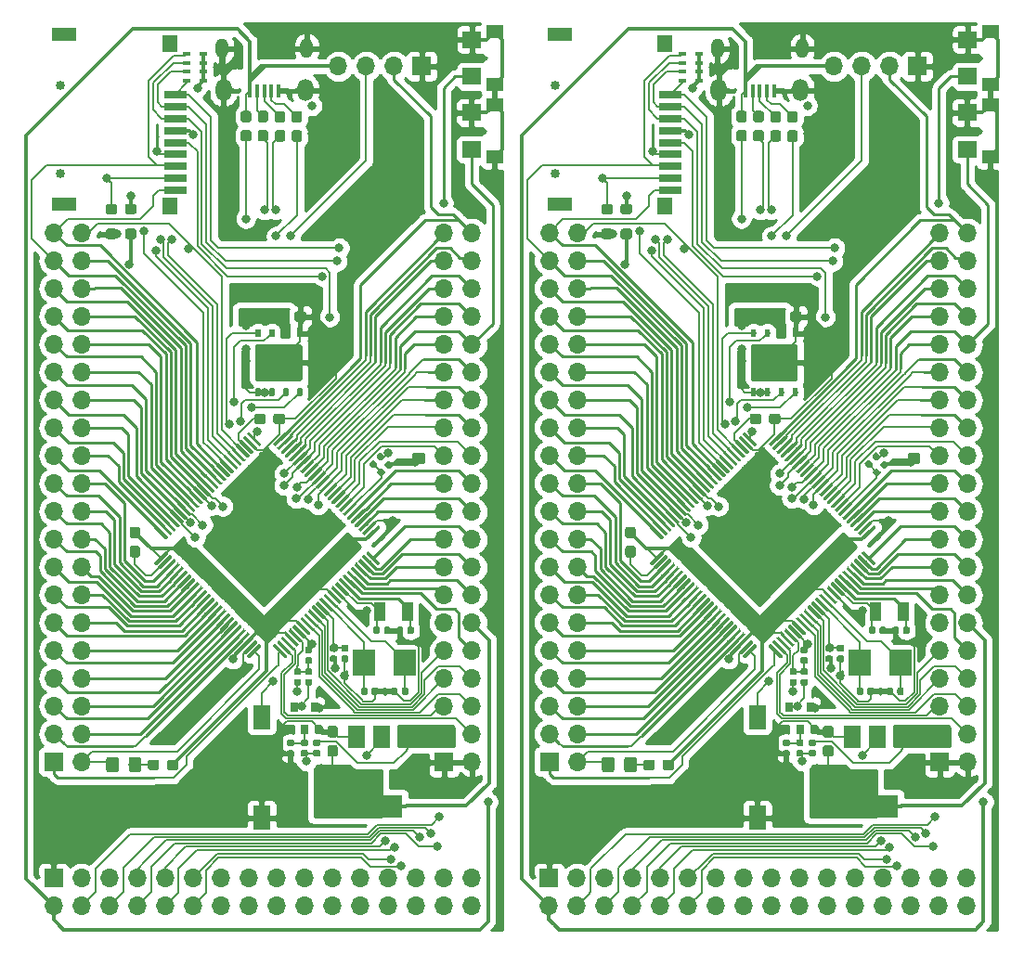
<source format=gbr>
G04 #@! TF.GenerationSoftware,KiCad,Pcbnew,(5.1.4)-1*
G04 #@! TF.CreationDate,2019-12-06T09:56:12+08:00*
G04 #@! TF.ProjectId,STM32F407VTE6-SOCKET_1x2,53544d33-3246-4343-9037-565445362d53,rev?*
G04 #@! TF.SameCoordinates,Original*
G04 #@! TF.FileFunction,Copper,L2,Bot*
G04 #@! TF.FilePolarity,Positive*
%FSLAX46Y46*%
G04 Gerber Fmt 4.6, Leading zero omitted, Abs format (unit mm)*
G04 Created by KiCad (PCBNEW (5.1.4)-1) date 2019-12-06 09:56:12*
%MOMM*%
%LPD*%
G04 APERTURE LIST*
%ADD10C,0.100000*%
%ADD11C,0.590000*%
%ADD12C,0.950000*%
%ADD13R,1.700000X1.700000*%
%ADD14O,1.700000X1.700000*%
%ADD15O,1.150000X1.800000*%
%ADD16O,1.450000X2.000000*%
%ADD17R,0.450000X1.300000*%
%ADD18R,1.600000X2.180000*%
%ADD19C,0.850000*%
%ADD20R,2.200000X1.200000*%
%ADD21R,1.400000X1.600000*%
%ADD22R,2.000000X0.750000*%
%ADD23C,1.150000*%
%ADD24R,1.000000X1.800000*%
%ADD25R,1.500000X2.000000*%
%ADD26R,3.800000X2.000000*%
%ADD27C,0.300000*%
%ADD28R,1.500000X1.200000*%
%ADD29R,1.700000X1.500000*%
%ADD30R,0.800000X0.900000*%
%ADD31R,0.760000X0.430000*%
%ADD32C,0.500000*%
%ADD33C,3.400000*%
%ADD34R,2.000000X2.400000*%
%ADD35C,0.800000*%
%ADD36C,0.210000*%
%ADD37C,0.127000*%
%ADD38C,0.150000*%
%ADD39C,0.300000*%
%ADD40C,0.170000*%
%ADD41C,0.250000*%
%ADD42C,0.200000*%
%ADD43C,0.254000*%
G04 APERTURE END LIST*
D10*
G36*
X170446958Y-161985710D02*
G01*
X170461276Y-161987834D01*
X170475317Y-161991351D01*
X170488946Y-161996228D01*
X170502031Y-162002417D01*
X170514447Y-162009858D01*
X170526073Y-162018481D01*
X170536798Y-162028202D01*
X170546519Y-162038927D01*
X170555142Y-162050553D01*
X170562583Y-162062969D01*
X170568772Y-162076054D01*
X170573649Y-162089683D01*
X170577166Y-162103724D01*
X170579290Y-162118042D01*
X170580000Y-162132500D01*
X170580000Y-162427500D01*
X170579290Y-162441958D01*
X170577166Y-162456276D01*
X170573649Y-162470317D01*
X170568772Y-162483946D01*
X170562583Y-162497031D01*
X170555142Y-162509447D01*
X170546519Y-162521073D01*
X170536798Y-162531798D01*
X170526073Y-162541519D01*
X170514447Y-162550142D01*
X170502031Y-162557583D01*
X170488946Y-162563772D01*
X170475317Y-162568649D01*
X170461276Y-162572166D01*
X170446958Y-162574290D01*
X170432500Y-162575000D01*
X170087500Y-162575000D01*
X170073042Y-162574290D01*
X170058724Y-162572166D01*
X170044683Y-162568649D01*
X170031054Y-162563772D01*
X170017969Y-162557583D01*
X170005553Y-162550142D01*
X169993927Y-162541519D01*
X169983202Y-162531798D01*
X169973481Y-162521073D01*
X169964858Y-162509447D01*
X169957417Y-162497031D01*
X169951228Y-162483946D01*
X169946351Y-162470317D01*
X169942834Y-162456276D01*
X169940710Y-162441958D01*
X169940000Y-162427500D01*
X169940000Y-162132500D01*
X169940710Y-162118042D01*
X169942834Y-162103724D01*
X169946351Y-162089683D01*
X169951228Y-162076054D01*
X169957417Y-162062969D01*
X169964858Y-162050553D01*
X169973481Y-162038927D01*
X169983202Y-162028202D01*
X169993927Y-162018481D01*
X170005553Y-162009858D01*
X170017969Y-162002417D01*
X170031054Y-161996228D01*
X170044683Y-161991351D01*
X170058724Y-161987834D01*
X170073042Y-161985710D01*
X170087500Y-161985000D01*
X170432500Y-161985000D01*
X170446958Y-161985710D01*
X170446958Y-161985710D01*
G37*
D11*
X170260000Y-162280000D03*
D10*
G36*
X170446958Y-162955710D02*
G01*
X170461276Y-162957834D01*
X170475317Y-162961351D01*
X170488946Y-162966228D01*
X170502031Y-162972417D01*
X170514447Y-162979858D01*
X170526073Y-162988481D01*
X170536798Y-162998202D01*
X170546519Y-163008927D01*
X170555142Y-163020553D01*
X170562583Y-163032969D01*
X170568772Y-163046054D01*
X170573649Y-163059683D01*
X170577166Y-163073724D01*
X170579290Y-163088042D01*
X170580000Y-163102500D01*
X170580000Y-163397500D01*
X170579290Y-163411958D01*
X170577166Y-163426276D01*
X170573649Y-163440317D01*
X170568772Y-163453946D01*
X170562583Y-163467031D01*
X170555142Y-163479447D01*
X170546519Y-163491073D01*
X170536798Y-163501798D01*
X170526073Y-163511519D01*
X170514447Y-163520142D01*
X170502031Y-163527583D01*
X170488946Y-163533772D01*
X170475317Y-163538649D01*
X170461276Y-163542166D01*
X170446958Y-163544290D01*
X170432500Y-163545000D01*
X170087500Y-163545000D01*
X170073042Y-163544290D01*
X170058724Y-163542166D01*
X170044683Y-163538649D01*
X170031054Y-163533772D01*
X170017969Y-163527583D01*
X170005553Y-163520142D01*
X169993927Y-163511519D01*
X169983202Y-163501798D01*
X169973481Y-163491073D01*
X169964858Y-163479447D01*
X169957417Y-163467031D01*
X169951228Y-163453946D01*
X169946351Y-163440317D01*
X169942834Y-163426276D01*
X169940710Y-163411958D01*
X169940000Y-163397500D01*
X169940000Y-163102500D01*
X169940710Y-163088042D01*
X169942834Y-163073724D01*
X169946351Y-163059683D01*
X169951228Y-163046054D01*
X169957417Y-163032969D01*
X169964858Y-163020553D01*
X169973481Y-163008927D01*
X169983202Y-162998202D01*
X169993927Y-162988481D01*
X170005553Y-162979858D01*
X170017969Y-162972417D01*
X170031054Y-162966228D01*
X170044683Y-162961351D01*
X170058724Y-162957834D01*
X170073042Y-162955710D01*
X170087500Y-162955000D01*
X170432500Y-162955000D01*
X170446958Y-162955710D01*
X170446958Y-162955710D01*
G37*
D11*
X170260000Y-163250000D03*
D10*
G36*
X154240779Y-113096144D02*
G01*
X154263834Y-113099563D01*
X154286443Y-113105227D01*
X154308387Y-113113079D01*
X154329457Y-113123044D01*
X154349448Y-113135026D01*
X154368168Y-113148910D01*
X154385438Y-113164562D01*
X154401090Y-113181832D01*
X154414974Y-113200552D01*
X154426956Y-113220543D01*
X154436921Y-113241613D01*
X154444773Y-113263557D01*
X154450437Y-113286166D01*
X154453856Y-113309221D01*
X154455000Y-113332500D01*
X154455000Y-113807500D01*
X154453856Y-113830779D01*
X154450437Y-113853834D01*
X154444773Y-113876443D01*
X154436921Y-113898387D01*
X154426956Y-113919457D01*
X154414974Y-113939448D01*
X154401090Y-113958168D01*
X154385438Y-113975438D01*
X154368168Y-113991090D01*
X154349448Y-114004974D01*
X154329457Y-114016956D01*
X154308387Y-114026921D01*
X154286443Y-114034773D01*
X154263834Y-114040437D01*
X154240779Y-114043856D01*
X154217500Y-114045000D01*
X153642500Y-114045000D01*
X153619221Y-114043856D01*
X153596166Y-114040437D01*
X153573557Y-114034773D01*
X153551613Y-114026921D01*
X153530543Y-114016956D01*
X153510552Y-114004974D01*
X153491832Y-113991090D01*
X153474562Y-113975438D01*
X153458910Y-113958168D01*
X153445026Y-113939448D01*
X153433044Y-113919457D01*
X153423079Y-113898387D01*
X153415227Y-113876443D01*
X153409563Y-113853834D01*
X153406144Y-113830779D01*
X153405000Y-113807500D01*
X153405000Y-113332500D01*
X153406144Y-113309221D01*
X153409563Y-113286166D01*
X153415227Y-113263557D01*
X153423079Y-113241613D01*
X153433044Y-113220543D01*
X153445026Y-113200552D01*
X153458910Y-113181832D01*
X153474562Y-113164562D01*
X153491832Y-113148910D01*
X153510552Y-113135026D01*
X153530543Y-113123044D01*
X153551613Y-113113079D01*
X153573557Y-113105227D01*
X153596166Y-113099563D01*
X153619221Y-113096144D01*
X153642500Y-113095000D01*
X154217500Y-113095000D01*
X154240779Y-113096144D01*
X154240779Y-113096144D01*
G37*
D12*
X153930000Y-113570000D03*
D10*
G36*
X155990779Y-113096144D02*
G01*
X156013834Y-113099563D01*
X156036443Y-113105227D01*
X156058387Y-113113079D01*
X156079457Y-113123044D01*
X156099448Y-113135026D01*
X156118168Y-113148910D01*
X156135438Y-113164562D01*
X156151090Y-113181832D01*
X156164974Y-113200552D01*
X156176956Y-113220543D01*
X156186921Y-113241613D01*
X156194773Y-113263557D01*
X156200437Y-113286166D01*
X156203856Y-113309221D01*
X156205000Y-113332500D01*
X156205000Y-113807500D01*
X156203856Y-113830779D01*
X156200437Y-113853834D01*
X156194773Y-113876443D01*
X156186921Y-113898387D01*
X156176956Y-113919457D01*
X156164974Y-113939448D01*
X156151090Y-113958168D01*
X156135438Y-113975438D01*
X156118168Y-113991090D01*
X156099448Y-114004974D01*
X156079457Y-114016956D01*
X156058387Y-114026921D01*
X156036443Y-114034773D01*
X156013834Y-114040437D01*
X155990779Y-114043856D01*
X155967500Y-114045000D01*
X155392500Y-114045000D01*
X155369221Y-114043856D01*
X155346166Y-114040437D01*
X155323557Y-114034773D01*
X155301613Y-114026921D01*
X155280543Y-114016956D01*
X155260552Y-114004974D01*
X155241832Y-113991090D01*
X155224562Y-113975438D01*
X155208910Y-113958168D01*
X155195026Y-113939448D01*
X155183044Y-113919457D01*
X155173079Y-113898387D01*
X155165227Y-113876443D01*
X155159563Y-113853834D01*
X155156144Y-113830779D01*
X155155000Y-113807500D01*
X155155000Y-113332500D01*
X155156144Y-113309221D01*
X155159563Y-113286166D01*
X155165227Y-113263557D01*
X155173079Y-113241613D01*
X155183044Y-113220543D01*
X155195026Y-113200552D01*
X155208910Y-113181832D01*
X155224562Y-113164562D01*
X155241832Y-113148910D01*
X155260552Y-113135026D01*
X155280543Y-113123044D01*
X155301613Y-113113079D01*
X155323557Y-113105227D01*
X155346166Y-113099563D01*
X155369221Y-113096144D01*
X155392500Y-113095000D01*
X155967500Y-113095000D01*
X155990779Y-113096144D01*
X155990779Y-113096144D01*
G37*
D12*
X155680000Y-113570000D03*
D10*
G36*
X158070779Y-163806144D02*
G01*
X158093834Y-163809563D01*
X158116443Y-163815227D01*
X158138387Y-163823079D01*
X158159457Y-163833044D01*
X158179448Y-163845026D01*
X158198168Y-163858910D01*
X158215438Y-163874562D01*
X158231090Y-163891832D01*
X158244974Y-163910552D01*
X158256956Y-163930543D01*
X158266921Y-163951613D01*
X158274773Y-163973557D01*
X158280437Y-163996166D01*
X158283856Y-164019221D01*
X158285000Y-164042500D01*
X158285000Y-164517500D01*
X158283856Y-164540779D01*
X158280437Y-164563834D01*
X158274773Y-164586443D01*
X158266921Y-164608387D01*
X158256956Y-164629457D01*
X158244974Y-164649448D01*
X158231090Y-164668168D01*
X158215438Y-164685438D01*
X158198168Y-164701090D01*
X158179448Y-164714974D01*
X158159457Y-164726956D01*
X158138387Y-164736921D01*
X158116443Y-164744773D01*
X158093834Y-164750437D01*
X158070779Y-164753856D01*
X158047500Y-164755000D01*
X157472500Y-164755000D01*
X157449221Y-164753856D01*
X157426166Y-164750437D01*
X157403557Y-164744773D01*
X157381613Y-164736921D01*
X157360543Y-164726956D01*
X157340552Y-164714974D01*
X157321832Y-164701090D01*
X157304562Y-164685438D01*
X157288910Y-164668168D01*
X157275026Y-164649448D01*
X157263044Y-164629457D01*
X157253079Y-164608387D01*
X157245227Y-164586443D01*
X157239563Y-164563834D01*
X157236144Y-164540779D01*
X157235000Y-164517500D01*
X157235000Y-164042500D01*
X157236144Y-164019221D01*
X157239563Y-163996166D01*
X157245227Y-163973557D01*
X157253079Y-163951613D01*
X157263044Y-163930543D01*
X157275026Y-163910552D01*
X157288910Y-163891832D01*
X157304562Y-163874562D01*
X157321832Y-163858910D01*
X157340552Y-163845026D01*
X157360543Y-163833044D01*
X157381613Y-163823079D01*
X157403557Y-163815227D01*
X157426166Y-163809563D01*
X157449221Y-163806144D01*
X157472500Y-163805000D01*
X158047500Y-163805000D01*
X158070779Y-163806144D01*
X158070779Y-163806144D01*
G37*
D12*
X157760000Y-164280000D03*
D10*
G36*
X159820779Y-163806144D02*
G01*
X159843834Y-163809563D01*
X159866443Y-163815227D01*
X159888387Y-163823079D01*
X159909457Y-163833044D01*
X159929448Y-163845026D01*
X159948168Y-163858910D01*
X159965438Y-163874562D01*
X159981090Y-163891832D01*
X159994974Y-163910552D01*
X160006956Y-163930543D01*
X160016921Y-163951613D01*
X160024773Y-163973557D01*
X160030437Y-163996166D01*
X160033856Y-164019221D01*
X160035000Y-164042500D01*
X160035000Y-164517500D01*
X160033856Y-164540779D01*
X160030437Y-164563834D01*
X160024773Y-164586443D01*
X160016921Y-164608387D01*
X160006956Y-164629457D01*
X159994974Y-164649448D01*
X159981090Y-164668168D01*
X159965438Y-164685438D01*
X159948168Y-164701090D01*
X159929448Y-164714974D01*
X159909457Y-164726956D01*
X159888387Y-164736921D01*
X159866443Y-164744773D01*
X159843834Y-164750437D01*
X159820779Y-164753856D01*
X159797500Y-164755000D01*
X159222500Y-164755000D01*
X159199221Y-164753856D01*
X159176166Y-164750437D01*
X159153557Y-164744773D01*
X159131613Y-164736921D01*
X159110543Y-164726956D01*
X159090552Y-164714974D01*
X159071832Y-164701090D01*
X159054562Y-164685438D01*
X159038910Y-164668168D01*
X159025026Y-164649448D01*
X159013044Y-164629457D01*
X159003079Y-164608387D01*
X158995227Y-164586443D01*
X158989563Y-164563834D01*
X158986144Y-164540779D01*
X158985000Y-164517500D01*
X158985000Y-164042500D01*
X158986144Y-164019221D01*
X158989563Y-163996166D01*
X158995227Y-163973557D01*
X159003079Y-163951613D01*
X159013044Y-163930543D01*
X159025026Y-163910552D01*
X159038910Y-163891832D01*
X159054562Y-163874562D01*
X159071832Y-163858910D01*
X159090552Y-163845026D01*
X159110543Y-163833044D01*
X159131613Y-163823079D01*
X159153557Y-163815227D01*
X159176166Y-163809563D01*
X159199221Y-163806144D01*
X159222500Y-163805000D01*
X159797500Y-163805000D01*
X159820779Y-163806144D01*
X159820779Y-163806144D01*
G37*
D12*
X159510000Y-164280000D03*
D10*
G36*
X171086958Y-156455710D02*
G01*
X171101276Y-156457834D01*
X171115317Y-156461351D01*
X171128946Y-156466228D01*
X171142031Y-156472417D01*
X171154447Y-156479858D01*
X171166073Y-156488481D01*
X171176798Y-156498202D01*
X171186519Y-156508927D01*
X171195142Y-156520553D01*
X171202583Y-156532969D01*
X171208772Y-156546054D01*
X171213649Y-156559683D01*
X171217166Y-156573724D01*
X171219290Y-156588042D01*
X171220000Y-156602500D01*
X171220000Y-156897500D01*
X171219290Y-156911958D01*
X171217166Y-156926276D01*
X171213649Y-156940317D01*
X171208772Y-156953946D01*
X171202583Y-156967031D01*
X171195142Y-156979447D01*
X171186519Y-156991073D01*
X171176798Y-157001798D01*
X171166073Y-157011519D01*
X171154447Y-157020142D01*
X171142031Y-157027583D01*
X171128946Y-157033772D01*
X171115317Y-157038649D01*
X171101276Y-157042166D01*
X171086958Y-157044290D01*
X171072500Y-157045000D01*
X170727500Y-157045000D01*
X170713042Y-157044290D01*
X170698724Y-157042166D01*
X170684683Y-157038649D01*
X170671054Y-157033772D01*
X170657969Y-157027583D01*
X170645553Y-157020142D01*
X170633927Y-157011519D01*
X170623202Y-157001798D01*
X170613481Y-156991073D01*
X170604858Y-156979447D01*
X170597417Y-156967031D01*
X170591228Y-156953946D01*
X170586351Y-156940317D01*
X170582834Y-156926276D01*
X170580710Y-156911958D01*
X170580000Y-156897500D01*
X170580000Y-156602500D01*
X170580710Y-156588042D01*
X170582834Y-156573724D01*
X170586351Y-156559683D01*
X170591228Y-156546054D01*
X170597417Y-156532969D01*
X170604858Y-156520553D01*
X170613481Y-156508927D01*
X170623202Y-156498202D01*
X170633927Y-156488481D01*
X170645553Y-156479858D01*
X170657969Y-156472417D01*
X170671054Y-156466228D01*
X170684683Y-156461351D01*
X170698724Y-156457834D01*
X170713042Y-156455710D01*
X170727500Y-156455000D01*
X171072500Y-156455000D01*
X171086958Y-156455710D01*
X171086958Y-156455710D01*
G37*
D11*
X170900000Y-156750000D03*
D10*
G36*
X171086958Y-155485710D02*
G01*
X171101276Y-155487834D01*
X171115317Y-155491351D01*
X171128946Y-155496228D01*
X171142031Y-155502417D01*
X171154447Y-155509858D01*
X171166073Y-155518481D01*
X171176798Y-155528202D01*
X171186519Y-155538927D01*
X171195142Y-155550553D01*
X171202583Y-155562969D01*
X171208772Y-155576054D01*
X171213649Y-155589683D01*
X171217166Y-155603724D01*
X171219290Y-155618042D01*
X171220000Y-155632500D01*
X171220000Y-155927500D01*
X171219290Y-155941958D01*
X171217166Y-155956276D01*
X171213649Y-155970317D01*
X171208772Y-155983946D01*
X171202583Y-155997031D01*
X171195142Y-156009447D01*
X171186519Y-156021073D01*
X171176798Y-156031798D01*
X171166073Y-156041519D01*
X171154447Y-156050142D01*
X171142031Y-156057583D01*
X171128946Y-156063772D01*
X171115317Y-156068649D01*
X171101276Y-156072166D01*
X171086958Y-156074290D01*
X171072500Y-156075000D01*
X170727500Y-156075000D01*
X170713042Y-156074290D01*
X170698724Y-156072166D01*
X170684683Y-156068649D01*
X170671054Y-156063772D01*
X170657969Y-156057583D01*
X170645553Y-156050142D01*
X170633927Y-156041519D01*
X170623202Y-156031798D01*
X170613481Y-156021073D01*
X170604858Y-156009447D01*
X170597417Y-155997031D01*
X170591228Y-155983946D01*
X170586351Y-155970317D01*
X170582834Y-155956276D01*
X170580710Y-155941958D01*
X170580000Y-155927500D01*
X170580000Y-155632500D01*
X170580710Y-155618042D01*
X170582834Y-155603724D01*
X170586351Y-155589683D01*
X170591228Y-155576054D01*
X170597417Y-155562969D01*
X170604858Y-155550553D01*
X170613481Y-155538927D01*
X170623202Y-155528202D01*
X170633927Y-155518481D01*
X170645553Y-155509858D01*
X170657969Y-155502417D01*
X170671054Y-155496228D01*
X170684683Y-155491351D01*
X170698724Y-155487834D01*
X170713042Y-155485710D01*
X170727500Y-155485000D01*
X171072500Y-155485000D01*
X171086958Y-155485710D01*
X171086958Y-155485710D01*
G37*
D11*
X170900000Y-155780000D03*
D10*
G36*
X172096958Y-155485710D02*
G01*
X172111276Y-155487834D01*
X172125317Y-155491351D01*
X172138946Y-155496228D01*
X172152031Y-155502417D01*
X172164447Y-155509858D01*
X172176073Y-155518481D01*
X172186798Y-155528202D01*
X172196519Y-155538927D01*
X172205142Y-155550553D01*
X172212583Y-155562969D01*
X172218772Y-155576054D01*
X172223649Y-155589683D01*
X172227166Y-155603724D01*
X172229290Y-155618042D01*
X172230000Y-155632500D01*
X172230000Y-155927500D01*
X172229290Y-155941958D01*
X172227166Y-155956276D01*
X172223649Y-155970317D01*
X172218772Y-155983946D01*
X172212583Y-155997031D01*
X172205142Y-156009447D01*
X172196519Y-156021073D01*
X172186798Y-156031798D01*
X172176073Y-156041519D01*
X172164447Y-156050142D01*
X172152031Y-156057583D01*
X172138946Y-156063772D01*
X172125317Y-156068649D01*
X172111276Y-156072166D01*
X172096958Y-156074290D01*
X172082500Y-156075000D01*
X171737500Y-156075000D01*
X171723042Y-156074290D01*
X171708724Y-156072166D01*
X171694683Y-156068649D01*
X171681054Y-156063772D01*
X171667969Y-156057583D01*
X171655553Y-156050142D01*
X171643927Y-156041519D01*
X171633202Y-156031798D01*
X171623481Y-156021073D01*
X171614858Y-156009447D01*
X171607417Y-155997031D01*
X171601228Y-155983946D01*
X171596351Y-155970317D01*
X171592834Y-155956276D01*
X171590710Y-155941958D01*
X171590000Y-155927500D01*
X171590000Y-155632500D01*
X171590710Y-155618042D01*
X171592834Y-155603724D01*
X171596351Y-155589683D01*
X171601228Y-155576054D01*
X171607417Y-155562969D01*
X171614858Y-155550553D01*
X171623481Y-155538927D01*
X171633202Y-155528202D01*
X171643927Y-155518481D01*
X171655553Y-155509858D01*
X171667969Y-155502417D01*
X171681054Y-155496228D01*
X171694683Y-155491351D01*
X171708724Y-155487834D01*
X171723042Y-155485710D01*
X171737500Y-155485000D01*
X172082500Y-155485000D01*
X172096958Y-155485710D01*
X172096958Y-155485710D01*
G37*
D11*
X171910000Y-155780000D03*
D10*
G36*
X172096958Y-156455710D02*
G01*
X172111276Y-156457834D01*
X172125317Y-156461351D01*
X172138946Y-156466228D01*
X172152031Y-156472417D01*
X172164447Y-156479858D01*
X172176073Y-156488481D01*
X172186798Y-156498202D01*
X172196519Y-156508927D01*
X172205142Y-156520553D01*
X172212583Y-156532969D01*
X172218772Y-156546054D01*
X172223649Y-156559683D01*
X172227166Y-156573724D01*
X172229290Y-156588042D01*
X172230000Y-156602500D01*
X172230000Y-156897500D01*
X172229290Y-156911958D01*
X172227166Y-156926276D01*
X172223649Y-156940317D01*
X172218772Y-156953946D01*
X172212583Y-156967031D01*
X172205142Y-156979447D01*
X172196519Y-156991073D01*
X172186798Y-157001798D01*
X172176073Y-157011519D01*
X172164447Y-157020142D01*
X172152031Y-157027583D01*
X172138946Y-157033772D01*
X172125317Y-157038649D01*
X172111276Y-157042166D01*
X172096958Y-157044290D01*
X172082500Y-157045000D01*
X171737500Y-157045000D01*
X171723042Y-157044290D01*
X171708724Y-157042166D01*
X171694683Y-157038649D01*
X171681054Y-157033772D01*
X171667969Y-157027583D01*
X171655553Y-157020142D01*
X171643927Y-157011519D01*
X171633202Y-157001798D01*
X171623481Y-156991073D01*
X171614858Y-156979447D01*
X171607417Y-156967031D01*
X171601228Y-156953946D01*
X171596351Y-156940317D01*
X171592834Y-156926276D01*
X171590710Y-156911958D01*
X171590000Y-156897500D01*
X171590000Y-156602500D01*
X171590710Y-156588042D01*
X171592834Y-156573724D01*
X171596351Y-156559683D01*
X171601228Y-156546054D01*
X171607417Y-156532969D01*
X171614858Y-156520553D01*
X171623481Y-156508927D01*
X171633202Y-156498202D01*
X171643927Y-156488481D01*
X171655553Y-156479858D01*
X171667969Y-156472417D01*
X171681054Y-156466228D01*
X171694683Y-156461351D01*
X171708724Y-156457834D01*
X171723042Y-156455710D01*
X171737500Y-156455000D01*
X172082500Y-156455000D01*
X172096958Y-156455710D01*
X172096958Y-156455710D01*
G37*
D11*
X171910000Y-156750000D03*
D10*
G36*
X171706958Y-162945710D02*
G01*
X171721276Y-162947834D01*
X171735317Y-162951351D01*
X171748946Y-162956228D01*
X171762031Y-162962417D01*
X171774447Y-162969858D01*
X171786073Y-162978481D01*
X171796798Y-162988202D01*
X171806519Y-162998927D01*
X171815142Y-163010553D01*
X171822583Y-163022969D01*
X171828772Y-163036054D01*
X171833649Y-163049683D01*
X171837166Y-163063724D01*
X171839290Y-163078042D01*
X171840000Y-163092500D01*
X171840000Y-163387500D01*
X171839290Y-163401958D01*
X171837166Y-163416276D01*
X171833649Y-163430317D01*
X171828772Y-163443946D01*
X171822583Y-163457031D01*
X171815142Y-163469447D01*
X171806519Y-163481073D01*
X171796798Y-163491798D01*
X171786073Y-163501519D01*
X171774447Y-163510142D01*
X171762031Y-163517583D01*
X171748946Y-163523772D01*
X171735317Y-163528649D01*
X171721276Y-163532166D01*
X171706958Y-163534290D01*
X171692500Y-163535000D01*
X171347500Y-163535000D01*
X171333042Y-163534290D01*
X171318724Y-163532166D01*
X171304683Y-163528649D01*
X171291054Y-163523772D01*
X171277969Y-163517583D01*
X171265553Y-163510142D01*
X171253927Y-163501519D01*
X171243202Y-163491798D01*
X171233481Y-163481073D01*
X171224858Y-163469447D01*
X171217417Y-163457031D01*
X171211228Y-163443946D01*
X171206351Y-163430317D01*
X171202834Y-163416276D01*
X171200710Y-163401958D01*
X171200000Y-163387500D01*
X171200000Y-163092500D01*
X171200710Y-163078042D01*
X171202834Y-163063724D01*
X171206351Y-163049683D01*
X171211228Y-163036054D01*
X171217417Y-163022969D01*
X171224858Y-163010553D01*
X171233481Y-162998927D01*
X171243202Y-162988202D01*
X171253927Y-162978481D01*
X171265553Y-162969858D01*
X171277969Y-162962417D01*
X171291054Y-162956228D01*
X171304683Y-162951351D01*
X171318724Y-162947834D01*
X171333042Y-162945710D01*
X171347500Y-162945000D01*
X171692500Y-162945000D01*
X171706958Y-162945710D01*
X171706958Y-162945710D01*
G37*
D11*
X171520000Y-163240000D03*
D10*
G36*
X171706958Y-161975710D02*
G01*
X171721276Y-161977834D01*
X171735317Y-161981351D01*
X171748946Y-161986228D01*
X171762031Y-161992417D01*
X171774447Y-161999858D01*
X171786073Y-162008481D01*
X171796798Y-162018202D01*
X171806519Y-162028927D01*
X171815142Y-162040553D01*
X171822583Y-162052969D01*
X171828772Y-162066054D01*
X171833649Y-162079683D01*
X171837166Y-162093724D01*
X171839290Y-162108042D01*
X171840000Y-162122500D01*
X171840000Y-162417500D01*
X171839290Y-162431958D01*
X171837166Y-162446276D01*
X171833649Y-162460317D01*
X171828772Y-162473946D01*
X171822583Y-162487031D01*
X171815142Y-162499447D01*
X171806519Y-162511073D01*
X171796798Y-162521798D01*
X171786073Y-162531519D01*
X171774447Y-162540142D01*
X171762031Y-162547583D01*
X171748946Y-162553772D01*
X171735317Y-162558649D01*
X171721276Y-162562166D01*
X171706958Y-162564290D01*
X171692500Y-162565000D01*
X171347500Y-162565000D01*
X171333042Y-162564290D01*
X171318724Y-162562166D01*
X171304683Y-162558649D01*
X171291054Y-162553772D01*
X171277969Y-162547583D01*
X171265553Y-162540142D01*
X171253927Y-162531519D01*
X171243202Y-162521798D01*
X171233481Y-162511073D01*
X171224858Y-162499447D01*
X171217417Y-162487031D01*
X171211228Y-162473946D01*
X171206351Y-162460317D01*
X171202834Y-162446276D01*
X171200710Y-162431958D01*
X171200000Y-162417500D01*
X171200000Y-162122500D01*
X171200710Y-162108042D01*
X171202834Y-162093724D01*
X171206351Y-162079683D01*
X171211228Y-162066054D01*
X171217417Y-162052969D01*
X171224858Y-162040553D01*
X171233481Y-162028927D01*
X171243202Y-162018202D01*
X171253927Y-162008481D01*
X171265553Y-161999858D01*
X171277969Y-161992417D01*
X171291054Y-161986228D01*
X171304683Y-161981351D01*
X171318724Y-161977834D01*
X171333042Y-161975710D01*
X171347500Y-161975000D01*
X171692500Y-161975000D01*
X171706958Y-161975710D01*
X171706958Y-161975710D01*
G37*
D11*
X171520000Y-162270000D03*
D10*
G36*
X172836958Y-161965710D02*
G01*
X172851276Y-161967834D01*
X172865317Y-161971351D01*
X172878946Y-161976228D01*
X172892031Y-161982417D01*
X172904447Y-161989858D01*
X172916073Y-161998481D01*
X172926798Y-162008202D01*
X172936519Y-162018927D01*
X172945142Y-162030553D01*
X172952583Y-162042969D01*
X172958772Y-162056054D01*
X172963649Y-162069683D01*
X172967166Y-162083724D01*
X172969290Y-162098042D01*
X172970000Y-162112500D01*
X172970000Y-162407500D01*
X172969290Y-162421958D01*
X172967166Y-162436276D01*
X172963649Y-162450317D01*
X172958772Y-162463946D01*
X172952583Y-162477031D01*
X172945142Y-162489447D01*
X172936519Y-162501073D01*
X172926798Y-162511798D01*
X172916073Y-162521519D01*
X172904447Y-162530142D01*
X172892031Y-162537583D01*
X172878946Y-162543772D01*
X172865317Y-162548649D01*
X172851276Y-162552166D01*
X172836958Y-162554290D01*
X172822500Y-162555000D01*
X172477500Y-162555000D01*
X172463042Y-162554290D01*
X172448724Y-162552166D01*
X172434683Y-162548649D01*
X172421054Y-162543772D01*
X172407969Y-162537583D01*
X172395553Y-162530142D01*
X172383927Y-162521519D01*
X172373202Y-162511798D01*
X172363481Y-162501073D01*
X172354858Y-162489447D01*
X172347417Y-162477031D01*
X172341228Y-162463946D01*
X172336351Y-162450317D01*
X172332834Y-162436276D01*
X172330710Y-162421958D01*
X172330000Y-162407500D01*
X172330000Y-162112500D01*
X172330710Y-162098042D01*
X172332834Y-162083724D01*
X172336351Y-162069683D01*
X172341228Y-162056054D01*
X172347417Y-162042969D01*
X172354858Y-162030553D01*
X172363481Y-162018927D01*
X172373202Y-162008202D01*
X172383927Y-161998481D01*
X172395553Y-161989858D01*
X172407969Y-161982417D01*
X172421054Y-161976228D01*
X172434683Y-161971351D01*
X172448724Y-161967834D01*
X172463042Y-161965710D01*
X172477500Y-161965000D01*
X172822500Y-161965000D01*
X172836958Y-161965710D01*
X172836958Y-161965710D01*
G37*
D11*
X172650000Y-162260000D03*
D10*
G36*
X172836958Y-162935710D02*
G01*
X172851276Y-162937834D01*
X172865317Y-162941351D01*
X172878946Y-162946228D01*
X172892031Y-162952417D01*
X172904447Y-162959858D01*
X172916073Y-162968481D01*
X172926798Y-162978202D01*
X172936519Y-162988927D01*
X172945142Y-163000553D01*
X172952583Y-163012969D01*
X172958772Y-163026054D01*
X172963649Y-163039683D01*
X172967166Y-163053724D01*
X172969290Y-163068042D01*
X172970000Y-163082500D01*
X172970000Y-163377500D01*
X172969290Y-163391958D01*
X172967166Y-163406276D01*
X172963649Y-163420317D01*
X172958772Y-163433946D01*
X172952583Y-163447031D01*
X172945142Y-163459447D01*
X172936519Y-163471073D01*
X172926798Y-163481798D01*
X172916073Y-163491519D01*
X172904447Y-163500142D01*
X172892031Y-163507583D01*
X172878946Y-163513772D01*
X172865317Y-163518649D01*
X172851276Y-163522166D01*
X172836958Y-163524290D01*
X172822500Y-163525000D01*
X172477500Y-163525000D01*
X172463042Y-163524290D01*
X172448724Y-163522166D01*
X172434683Y-163518649D01*
X172421054Y-163513772D01*
X172407969Y-163507583D01*
X172395553Y-163500142D01*
X172383927Y-163491519D01*
X172373202Y-163481798D01*
X172363481Y-163471073D01*
X172354858Y-163459447D01*
X172347417Y-163447031D01*
X172341228Y-163433946D01*
X172336351Y-163420317D01*
X172332834Y-163406276D01*
X172330710Y-163391958D01*
X172330000Y-163377500D01*
X172330000Y-163082500D01*
X172330710Y-163068042D01*
X172332834Y-163053724D01*
X172336351Y-163039683D01*
X172341228Y-163026054D01*
X172347417Y-163012969D01*
X172354858Y-163000553D01*
X172363481Y-162988927D01*
X172373202Y-162978202D01*
X172383927Y-162968481D01*
X172395553Y-162959858D01*
X172407969Y-162952417D01*
X172421054Y-162946228D01*
X172434683Y-162941351D01*
X172448724Y-162937834D01*
X172463042Y-162935710D01*
X172477500Y-162935000D01*
X172822500Y-162935000D01*
X172836958Y-162935710D01*
X172836958Y-162935710D01*
G37*
D11*
X172650000Y-163230000D03*
D13*
X182230000Y-100550000D03*
D14*
X179690000Y-100550000D03*
X177150000Y-100550000D03*
X174610000Y-100550000D03*
D15*
X171735000Y-98920000D03*
X163985000Y-98920000D03*
D16*
X171585000Y-102720000D03*
X164135000Y-102720000D03*
D17*
X169160000Y-102770000D03*
X168510000Y-102770000D03*
X167860000Y-102770000D03*
X167210000Y-102770000D03*
X166560000Y-102770000D03*
D18*
X167620000Y-159940000D03*
X167620000Y-169120000D03*
D10*
G36*
X179212674Y-136541042D02*
G01*
X179226992Y-136543166D01*
X179241033Y-136546683D01*
X179254662Y-136551560D01*
X179267747Y-136557749D01*
X179280163Y-136565190D01*
X179291789Y-136573813D01*
X179302514Y-136583534D01*
X179546466Y-136827486D01*
X179556187Y-136838211D01*
X179564810Y-136849837D01*
X179572251Y-136862253D01*
X179578440Y-136875338D01*
X179583317Y-136888967D01*
X179586834Y-136903008D01*
X179588958Y-136917326D01*
X179589668Y-136931784D01*
X179588958Y-136946242D01*
X179586834Y-136960560D01*
X179583317Y-136974601D01*
X179578440Y-136988230D01*
X179572251Y-137001315D01*
X179564810Y-137013731D01*
X179556187Y-137025357D01*
X179546466Y-137036082D01*
X179337870Y-137244678D01*
X179327145Y-137254399D01*
X179315519Y-137263022D01*
X179303103Y-137270463D01*
X179290018Y-137276652D01*
X179276389Y-137281529D01*
X179262348Y-137285046D01*
X179248030Y-137287170D01*
X179233572Y-137287880D01*
X179219114Y-137287170D01*
X179204796Y-137285046D01*
X179190755Y-137281529D01*
X179177126Y-137276652D01*
X179164041Y-137270463D01*
X179151625Y-137263022D01*
X179139999Y-137254399D01*
X179129274Y-137244678D01*
X178885322Y-137000726D01*
X178875601Y-136990001D01*
X178866978Y-136978375D01*
X178859537Y-136965959D01*
X178853348Y-136952874D01*
X178848471Y-136939245D01*
X178844954Y-136925204D01*
X178842830Y-136910886D01*
X178842120Y-136896428D01*
X178842830Y-136881970D01*
X178844954Y-136867652D01*
X178848471Y-136853611D01*
X178853348Y-136839982D01*
X178859537Y-136826897D01*
X178866978Y-136814481D01*
X178875601Y-136802855D01*
X178885322Y-136792130D01*
X179093918Y-136583534D01*
X179104643Y-136573813D01*
X179116269Y-136565190D01*
X179128685Y-136557749D01*
X179141770Y-136551560D01*
X179155399Y-136546683D01*
X179169440Y-136543166D01*
X179183758Y-136541042D01*
X179198216Y-136540332D01*
X179212674Y-136541042D01*
X179212674Y-136541042D01*
G37*
D11*
X179215894Y-136914106D03*
D10*
G36*
X178526780Y-137226936D02*
G01*
X178541098Y-137229060D01*
X178555139Y-137232577D01*
X178568768Y-137237454D01*
X178581853Y-137243643D01*
X178594269Y-137251084D01*
X178605895Y-137259707D01*
X178616620Y-137269428D01*
X178860572Y-137513380D01*
X178870293Y-137524105D01*
X178878916Y-137535731D01*
X178886357Y-137548147D01*
X178892546Y-137561232D01*
X178897423Y-137574861D01*
X178900940Y-137588902D01*
X178903064Y-137603220D01*
X178903774Y-137617678D01*
X178903064Y-137632136D01*
X178900940Y-137646454D01*
X178897423Y-137660495D01*
X178892546Y-137674124D01*
X178886357Y-137687209D01*
X178878916Y-137699625D01*
X178870293Y-137711251D01*
X178860572Y-137721976D01*
X178651976Y-137930572D01*
X178641251Y-137940293D01*
X178629625Y-137948916D01*
X178617209Y-137956357D01*
X178604124Y-137962546D01*
X178590495Y-137967423D01*
X178576454Y-137970940D01*
X178562136Y-137973064D01*
X178547678Y-137973774D01*
X178533220Y-137973064D01*
X178518902Y-137970940D01*
X178504861Y-137967423D01*
X178491232Y-137962546D01*
X178478147Y-137956357D01*
X178465731Y-137948916D01*
X178454105Y-137940293D01*
X178443380Y-137930572D01*
X178199428Y-137686620D01*
X178189707Y-137675895D01*
X178181084Y-137664269D01*
X178173643Y-137651853D01*
X178167454Y-137638768D01*
X178162577Y-137625139D01*
X178159060Y-137611098D01*
X178156936Y-137596780D01*
X178156226Y-137582322D01*
X178156936Y-137567864D01*
X178159060Y-137553546D01*
X178162577Y-137539505D01*
X178167454Y-137525876D01*
X178173643Y-137512791D01*
X178181084Y-137500375D01*
X178189707Y-137488749D01*
X178199428Y-137478024D01*
X178408024Y-137269428D01*
X178418749Y-137259707D01*
X178430375Y-137251084D01*
X178442791Y-137243643D01*
X178455876Y-137237454D01*
X178469505Y-137232577D01*
X178483546Y-137229060D01*
X178497864Y-137226936D01*
X178512322Y-137226226D01*
X178526780Y-137226936D01*
X178526780Y-137226936D01*
G37*
D11*
X178530000Y-137600000D03*
D10*
G36*
X172086958Y-153505710D02*
G01*
X172101276Y-153507834D01*
X172115317Y-153511351D01*
X172128946Y-153516228D01*
X172142031Y-153522417D01*
X172154447Y-153529858D01*
X172166073Y-153538481D01*
X172176798Y-153548202D01*
X172186519Y-153558927D01*
X172195142Y-153570553D01*
X172202583Y-153582969D01*
X172208772Y-153596054D01*
X172213649Y-153609683D01*
X172217166Y-153623724D01*
X172219290Y-153638042D01*
X172220000Y-153652500D01*
X172220000Y-153947500D01*
X172219290Y-153961958D01*
X172217166Y-153976276D01*
X172213649Y-153990317D01*
X172208772Y-154003946D01*
X172202583Y-154017031D01*
X172195142Y-154029447D01*
X172186519Y-154041073D01*
X172176798Y-154051798D01*
X172166073Y-154061519D01*
X172154447Y-154070142D01*
X172142031Y-154077583D01*
X172128946Y-154083772D01*
X172115317Y-154088649D01*
X172101276Y-154092166D01*
X172086958Y-154094290D01*
X172072500Y-154095000D01*
X171727500Y-154095000D01*
X171713042Y-154094290D01*
X171698724Y-154092166D01*
X171684683Y-154088649D01*
X171671054Y-154083772D01*
X171657969Y-154077583D01*
X171645553Y-154070142D01*
X171633927Y-154061519D01*
X171623202Y-154051798D01*
X171613481Y-154041073D01*
X171604858Y-154029447D01*
X171597417Y-154017031D01*
X171591228Y-154003946D01*
X171586351Y-153990317D01*
X171582834Y-153976276D01*
X171580710Y-153961958D01*
X171580000Y-153947500D01*
X171580000Y-153652500D01*
X171580710Y-153638042D01*
X171582834Y-153623724D01*
X171586351Y-153609683D01*
X171591228Y-153596054D01*
X171597417Y-153582969D01*
X171604858Y-153570553D01*
X171613481Y-153558927D01*
X171623202Y-153548202D01*
X171633927Y-153538481D01*
X171645553Y-153529858D01*
X171657969Y-153522417D01*
X171671054Y-153516228D01*
X171684683Y-153511351D01*
X171698724Y-153507834D01*
X171713042Y-153505710D01*
X171727500Y-153505000D01*
X172072500Y-153505000D01*
X172086958Y-153505710D01*
X172086958Y-153505710D01*
G37*
D11*
X171900000Y-153800000D03*
D10*
G36*
X172086958Y-154475710D02*
G01*
X172101276Y-154477834D01*
X172115317Y-154481351D01*
X172128946Y-154486228D01*
X172142031Y-154492417D01*
X172154447Y-154499858D01*
X172166073Y-154508481D01*
X172176798Y-154518202D01*
X172186519Y-154528927D01*
X172195142Y-154540553D01*
X172202583Y-154552969D01*
X172208772Y-154566054D01*
X172213649Y-154579683D01*
X172217166Y-154593724D01*
X172219290Y-154608042D01*
X172220000Y-154622500D01*
X172220000Y-154917500D01*
X172219290Y-154931958D01*
X172217166Y-154946276D01*
X172213649Y-154960317D01*
X172208772Y-154973946D01*
X172202583Y-154987031D01*
X172195142Y-154999447D01*
X172186519Y-155011073D01*
X172176798Y-155021798D01*
X172166073Y-155031519D01*
X172154447Y-155040142D01*
X172142031Y-155047583D01*
X172128946Y-155053772D01*
X172115317Y-155058649D01*
X172101276Y-155062166D01*
X172086958Y-155064290D01*
X172072500Y-155065000D01*
X171727500Y-155065000D01*
X171713042Y-155064290D01*
X171698724Y-155062166D01*
X171684683Y-155058649D01*
X171671054Y-155053772D01*
X171657969Y-155047583D01*
X171645553Y-155040142D01*
X171633927Y-155031519D01*
X171623202Y-155021798D01*
X171613481Y-155011073D01*
X171604858Y-154999447D01*
X171597417Y-154987031D01*
X171591228Y-154973946D01*
X171586351Y-154960317D01*
X171582834Y-154946276D01*
X171580710Y-154931958D01*
X171580000Y-154917500D01*
X171580000Y-154622500D01*
X171580710Y-154608042D01*
X171582834Y-154593724D01*
X171586351Y-154579683D01*
X171591228Y-154566054D01*
X171597417Y-154552969D01*
X171604858Y-154540553D01*
X171613481Y-154528927D01*
X171623202Y-154518202D01*
X171633927Y-154508481D01*
X171645553Y-154499858D01*
X171657969Y-154492417D01*
X171671054Y-154486228D01*
X171684683Y-154481351D01*
X171698724Y-154477834D01*
X171713042Y-154475710D01*
X171727500Y-154475000D01*
X172072500Y-154475000D01*
X172086958Y-154475710D01*
X172086958Y-154475710D01*
G37*
D11*
X171900000Y-154770000D03*
D10*
G36*
X178484727Y-135773989D02*
G01*
X178499045Y-135776113D01*
X178513086Y-135779630D01*
X178526715Y-135784507D01*
X178539800Y-135790696D01*
X178552216Y-135798137D01*
X178563842Y-135806760D01*
X178574567Y-135816481D01*
X178818519Y-136060433D01*
X178828240Y-136071158D01*
X178836863Y-136082784D01*
X178844304Y-136095200D01*
X178850493Y-136108285D01*
X178855370Y-136121914D01*
X178858887Y-136135955D01*
X178861011Y-136150273D01*
X178861721Y-136164731D01*
X178861011Y-136179189D01*
X178858887Y-136193507D01*
X178855370Y-136207548D01*
X178850493Y-136221177D01*
X178844304Y-136234262D01*
X178836863Y-136246678D01*
X178828240Y-136258304D01*
X178818519Y-136269029D01*
X178609923Y-136477625D01*
X178599198Y-136487346D01*
X178587572Y-136495969D01*
X178575156Y-136503410D01*
X178562071Y-136509599D01*
X178548442Y-136514476D01*
X178534401Y-136517993D01*
X178520083Y-136520117D01*
X178505625Y-136520827D01*
X178491167Y-136520117D01*
X178476849Y-136517993D01*
X178462808Y-136514476D01*
X178449179Y-136509599D01*
X178436094Y-136503410D01*
X178423678Y-136495969D01*
X178412052Y-136487346D01*
X178401327Y-136477625D01*
X178157375Y-136233673D01*
X178147654Y-136222948D01*
X178139031Y-136211322D01*
X178131590Y-136198906D01*
X178125401Y-136185821D01*
X178120524Y-136172192D01*
X178117007Y-136158151D01*
X178114883Y-136143833D01*
X178114173Y-136129375D01*
X178114883Y-136114917D01*
X178117007Y-136100599D01*
X178120524Y-136086558D01*
X178125401Y-136072929D01*
X178131590Y-136059844D01*
X178139031Y-136047428D01*
X178147654Y-136035802D01*
X178157375Y-136025077D01*
X178365971Y-135816481D01*
X178376696Y-135806760D01*
X178388322Y-135798137D01*
X178400738Y-135790696D01*
X178413823Y-135784507D01*
X178427452Y-135779630D01*
X178441493Y-135776113D01*
X178455811Y-135773989D01*
X178470269Y-135773279D01*
X178484727Y-135773989D01*
X178484727Y-135773989D01*
G37*
D11*
X178487947Y-136147053D03*
D10*
G36*
X177798833Y-136459883D02*
G01*
X177813151Y-136462007D01*
X177827192Y-136465524D01*
X177840821Y-136470401D01*
X177853906Y-136476590D01*
X177866322Y-136484031D01*
X177877948Y-136492654D01*
X177888673Y-136502375D01*
X178132625Y-136746327D01*
X178142346Y-136757052D01*
X178150969Y-136768678D01*
X178158410Y-136781094D01*
X178164599Y-136794179D01*
X178169476Y-136807808D01*
X178172993Y-136821849D01*
X178175117Y-136836167D01*
X178175827Y-136850625D01*
X178175117Y-136865083D01*
X178172993Y-136879401D01*
X178169476Y-136893442D01*
X178164599Y-136907071D01*
X178158410Y-136920156D01*
X178150969Y-136932572D01*
X178142346Y-136944198D01*
X178132625Y-136954923D01*
X177924029Y-137163519D01*
X177913304Y-137173240D01*
X177901678Y-137181863D01*
X177889262Y-137189304D01*
X177876177Y-137195493D01*
X177862548Y-137200370D01*
X177848507Y-137203887D01*
X177834189Y-137206011D01*
X177819731Y-137206721D01*
X177805273Y-137206011D01*
X177790955Y-137203887D01*
X177776914Y-137200370D01*
X177763285Y-137195493D01*
X177750200Y-137189304D01*
X177737784Y-137181863D01*
X177726158Y-137173240D01*
X177715433Y-137163519D01*
X177471481Y-136919567D01*
X177461760Y-136908842D01*
X177453137Y-136897216D01*
X177445696Y-136884800D01*
X177439507Y-136871715D01*
X177434630Y-136858086D01*
X177431113Y-136844045D01*
X177428989Y-136829727D01*
X177428279Y-136815269D01*
X177428989Y-136800811D01*
X177431113Y-136786493D01*
X177434630Y-136772452D01*
X177439507Y-136758823D01*
X177445696Y-136745738D01*
X177453137Y-136733322D01*
X177461760Y-136721696D01*
X177471481Y-136710971D01*
X177680077Y-136502375D01*
X177690802Y-136492654D01*
X177702428Y-136484031D01*
X177714844Y-136476590D01*
X177727929Y-136470401D01*
X177741558Y-136465524D01*
X177755599Y-136462007D01*
X177769917Y-136459883D01*
X177784375Y-136459173D01*
X177798833Y-136459883D01*
X177798833Y-136459883D01*
G37*
D11*
X177802053Y-136832947D03*
D10*
G36*
X175396958Y-154315710D02*
G01*
X175411276Y-154317834D01*
X175425317Y-154321351D01*
X175438946Y-154326228D01*
X175452031Y-154332417D01*
X175464447Y-154339858D01*
X175476073Y-154348481D01*
X175486798Y-154358202D01*
X175496519Y-154368927D01*
X175505142Y-154380553D01*
X175512583Y-154392969D01*
X175518772Y-154406054D01*
X175523649Y-154419683D01*
X175527166Y-154433724D01*
X175529290Y-154448042D01*
X175530000Y-154462500D01*
X175530000Y-154757500D01*
X175529290Y-154771958D01*
X175527166Y-154786276D01*
X175523649Y-154800317D01*
X175518772Y-154813946D01*
X175512583Y-154827031D01*
X175505142Y-154839447D01*
X175496519Y-154851073D01*
X175486798Y-154861798D01*
X175476073Y-154871519D01*
X175464447Y-154880142D01*
X175452031Y-154887583D01*
X175438946Y-154893772D01*
X175425317Y-154898649D01*
X175411276Y-154902166D01*
X175396958Y-154904290D01*
X175382500Y-154905000D01*
X175037500Y-154905000D01*
X175023042Y-154904290D01*
X175008724Y-154902166D01*
X174994683Y-154898649D01*
X174981054Y-154893772D01*
X174967969Y-154887583D01*
X174955553Y-154880142D01*
X174943927Y-154871519D01*
X174933202Y-154861798D01*
X174923481Y-154851073D01*
X174914858Y-154839447D01*
X174907417Y-154827031D01*
X174901228Y-154813946D01*
X174896351Y-154800317D01*
X174892834Y-154786276D01*
X174890710Y-154771958D01*
X174890000Y-154757500D01*
X174890000Y-154462500D01*
X174890710Y-154448042D01*
X174892834Y-154433724D01*
X174896351Y-154419683D01*
X174901228Y-154406054D01*
X174907417Y-154392969D01*
X174914858Y-154380553D01*
X174923481Y-154368927D01*
X174933202Y-154358202D01*
X174943927Y-154348481D01*
X174955553Y-154339858D01*
X174967969Y-154332417D01*
X174981054Y-154326228D01*
X174994683Y-154321351D01*
X175008724Y-154317834D01*
X175023042Y-154315710D01*
X175037500Y-154315000D01*
X175382500Y-154315000D01*
X175396958Y-154315710D01*
X175396958Y-154315710D01*
G37*
D11*
X175210000Y-154610000D03*
D10*
G36*
X175396958Y-153345710D02*
G01*
X175411276Y-153347834D01*
X175425317Y-153351351D01*
X175438946Y-153356228D01*
X175452031Y-153362417D01*
X175464447Y-153369858D01*
X175476073Y-153378481D01*
X175486798Y-153388202D01*
X175496519Y-153398927D01*
X175505142Y-153410553D01*
X175512583Y-153422969D01*
X175518772Y-153436054D01*
X175523649Y-153449683D01*
X175527166Y-153463724D01*
X175529290Y-153478042D01*
X175530000Y-153492500D01*
X175530000Y-153787500D01*
X175529290Y-153801958D01*
X175527166Y-153816276D01*
X175523649Y-153830317D01*
X175518772Y-153843946D01*
X175512583Y-153857031D01*
X175505142Y-153869447D01*
X175496519Y-153881073D01*
X175486798Y-153891798D01*
X175476073Y-153901519D01*
X175464447Y-153910142D01*
X175452031Y-153917583D01*
X175438946Y-153923772D01*
X175425317Y-153928649D01*
X175411276Y-153932166D01*
X175396958Y-153934290D01*
X175382500Y-153935000D01*
X175037500Y-153935000D01*
X175023042Y-153934290D01*
X175008724Y-153932166D01*
X174994683Y-153928649D01*
X174981054Y-153923772D01*
X174967969Y-153917583D01*
X174955553Y-153910142D01*
X174943927Y-153901519D01*
X174933202Y-153891798D01*
X174923481Y-153881073D01*
X174914858Y-153869447D01*
X174907417Y-153857031D01*
X174901228Y-153843946D01*
X174896351Y-153830317D01*
X174892834Y-153816276D01*
X174890710Y-153801958D01*
X174890000Y-153787500D01*
X174890000Y-153492500D01*
X174890710Y-153478042D01*
X174892834Y-153463724D01*
X174896351Y-153449683D01*
X174901228Y-153436054D01*
X174907417Y-153422969D01*
X174914858Y-153410553D01*
X174923481Y-153398927D01*
X174933202Y-153388202D01*
X174943927Y-153378481D01*
X174955553Y-153369858D01*
X174967969Y-153362417D01*
X174981054Y-153356228D01*
X174994683Y-153351351D01*
X175008724Y-153347834D01*
X175023042Y-153345710D01*
X175037500Y-153345000D01*
X175382500Y-153345000D01*
X175396958Y-153345710D01*
X175396958Y-153345710D01*
G37*
D11*
X175210000Y-153640000D03*
D10*
G36*
X174356958Y-153345710D02*
G01*
X174371276Y-153347834D01*
X174385317Y-153351351D01*
X174398946Y-153356228D01*
X174412031Y-153362417D01*
X174424447Y-153369858D01*
X174436073Y-153378481D01*
X174446798Y-153388202D01*
X174456519Y-153398927D01*
X174465142Y-153410553D01*
X174472583Y-153422969D01*
X174478772Y-153436054D01*
X174483649Y-153449683D01*
X174487166Y-153463724D01*
X174489290Y-153478042D01*
X174490000Y-153492500D01*
X174490000Y-153787500D01*
X174489290Y-153801958D01*
X174487166Y-153816276D01*
X174483649Y-153830317D01*
X174478772Y-153843946D01*
X174472583Y-153857031D01*
X174465142Y-153869447D01*
X174456519Y-153881073D01*
X174446798Y-153891798D01*
X174436073Y-153901519D01*
X174424447Y-153910142D01*
X174412031Y-153917583D01*
X174398946Y-153923772D01*
X174385317Y-153928649D01*
X174371276Y-153932166D01*
X174356958Y-153934290D01*
X174342500Y-153935000D01*
X173997500Y-153935000D01*
X173983042Y-153934290D01*
X173968724Y-153932166D01*
X173954683Y-153928649D01*
X173941054Y-153923772D01*
X173927969Y-153917583D01*
X173915553Y-153910142D01*
X173903927Y-153901519D01*
X173893202Y-153891798D01*
X173883481Y-153881073D01*
X173874858Y-153869447D01*
X173867417Y-153857031D01*
X173861228Y-153843946D01*
X173856351Y-153830317D01*
X173852834Y-153816276D01*
X173850710Y-153801958D01*
X173850000Y-153787500D01*
X173850000Y-153492500D01*
X173850710Y-153478042D01*
X173852834Y-153463724D01*
X173856351Y-153449683D01*
X173861228Y-153436054D01*
X173867417Y-153422969D01*
X173874858Y-153410553D01*
X173883481Y-153398927D01*
X173893202Y-153388202D01*
X173903927Y-153378481D01*
X173915553Y-153369858D01*
X173927969Y-153362417D01*
X173941054Y-153356228D01*
X173954683Y-153351351D01*
X173968724Y-153347834D01*
X173983042Y-153345710D01*
X173997500Y-153345000D01*
X174342500Y-153345000D01*
X174356958Y-153345710D01*
X174356958Y-153345710D01*
G37*
D11*
X174170000Y-153640000D03*
D10*
G36*
X174356958Y-154315710D02*
G01*
X174371276Y-154317834D01*
X174385317Y-154321351D01*
X174398946Y-154326228D01*
X174412031Y-154332417D01*
X174424447Y-154339858D01*
X174436073Y-154348481D01*
X174446798Y-154358202D01*
X174456519Y-154368927D01*
X174465142Y-154380553D01*
X174472583Y-154392969D01*
X174478772Y-154406054D01*
X174483649Y-154419683D01*
X174487166Y-154433724D01*
X174489290Y-154448042D01*
X174490000Y-154462500D01*
X174490000Y-154757500D01*
X174489290Y-154771958D01*
X174487166Y-154786276D01*
X174483649Y-154800317D01*
X174478772Y-154813946D01*
X174472583Y-154827031D01*
X174465142Y-154839447D01*
X174456519Y-154851073D01*
X174446798Y-154861798D01*
X174436073Y-154871519D01*
X174424447Y-154880142D01*
X174412031Y-154887583D01*
X174398946Y-154893772D01*
X174385317Y-154898649D01*
X174371276Y-154902166D01*
X174356958Y-154904290D01*
X174342500Y-154905000D01*
X173997500Y-154905000D01*
X173983042Y-154904290D01*
X173968724Y-154902166D01*
X173954683Y-154898649D01*
X173941054Y-154893772D01*
X173927969Y-154887583D01*
X173915553Y-154880142D01*
X173903927Y-154871519D01*
X173893202Y-154861798D01*
X173883481Y-154851073D01*
X173874858Y-154839447D01*
X173867417Y-154827031D01*
X173861228Y-154813946D01*
X173856351Y-154800317D01*
X173852834Y-154786276D01*
X173850710Y-154771958D01*
X173850000Y-154757500D01*
X173850000Y-154462500D01*
X173850710Y-154448042D01*
X173852834Y-154433724D01*
X173856351Y-154419683D01*
X173861228Y-154406054D01*
X173867417Y-154392969D01*
X173874858Y-154380553D01*
X173883481Y-154368927D01*
X173893202Y-154358202D01*
X173903927Y-154348481D01*
X173915553Y-154339858D01*
X173927969Y-154332417D01*
X173941054Y-154326228D01*
X173954683Y-154321351D01*
X173968724Y-154317834D01*
X173983042Y-154315710D01*
X173997500Y-154315000D01*
X174342500Y-154315000D01*
X174356958Y-154315710D01*
X174356958Y-154315710D01*
G37*
D11*
X174170000Y-154610000D03*
D14*
X186740000Y-177170000D03*
X186740000Y-174630000D03*
X184200000Y-177170000D03*
X184200000Y-174630000D03*
X181660000Y-177170000D03*
X181660000Y-174630000D03*
X179120000Y-177170000D03*
X179120000Y-174630000D03*
X176580000Y-177170000D03*
X176580000Y-174630000D03*
X174040000Y-177170000D03*
X174040000Y-174630000D03*
X171500000Y-177170000D03*
X171500000Y-174630000D03*
X168960000Y-177170000D03*
X168960000Y-174630000D03*
X166420000Y-177170000D03*
X166420000Y-174630000D03*
X163880000Y-177170000D03*
X163880000Y-174630000D03*
X161340000Y-177170000D03*
X161340000Y-174630000D03*
X158800000Y-177170000D03*
X158800000Y-174630000D03*
X156260000Y-177170000D03*
X156260000Y-174630000D03*
X153720000Y-177170000D03*
X153720000Y-174630000D03*
X151180000Y-177170000D03*
X151180000Y-174630000D03*
X148640000Y-177170000D03*
D13*
X148640000Y-174630000D03*
D19*
X149230000Y-102300000D03*
X149230000Y-110300000D03*
D20*
X149630000Y-113100000D03*
X149630000Y-97600000D03*
D21*
X159230000Y-113300000D03*
X159230000Y-98500000D03*
D22*
X159730000Y-111900000D03*
X159730000Y-110800000D03*
X159730000Y-109700000D03*
X159730000Y-108600000D03*
X159730000Y-107500000D03*
X159730000Y-106400000D03*
X159730000Y-105300000D03*
X159730000Y-104200000D03*
X159730000Y-103100000D03*
D14*
X151210000Y-115720000D03*
X148670000Y-115720000D03*
X151210000Y-118260000D03*
X148670000Y-118260000D03*
X151210000Y-120800000D03*
X148670000Y-120800000D03*
X151210000Y-123340000D03*
X148670000Y-123340000D03*
X151210000Y-125880000D03*
X148670000Y-125880000D03*
X151210000Y-128420000D03*
X148670000Y-128420000D03*
X151210000Y-130960000D03*
X148670000Y-130960000D03*
X151210000Y-133500000D03*
X148670000Y-133500000D03*
X151210000Y-136040000D03*
X148670000Y-136040000D03*
X151210000Y-138580000D03*
X148670000Y-138580000D03*
X151210000Y-141120000D03*
X148670000Y-141120000D03*
X151210000Y-143660000D03*
X148670000Y-143660000D03*
X151210000Y-146200000D03*
X148670000Y-146200000D03*
X151210000Y-148740000D03*
X148670000Y-148740000D03*
X151210000Y-151280000D03*
X148670000Y-151280000D03*
X151210000Y-153820000D03*
X148670000Y-153820000D03*
X151210000Y-156360000D03*
X148670000Y-156360000D03*
X151210000Y-158900000D03*
X148670000Y-158900000D03*
X151210000Y-161440000D03*
X148670000Y-161440000D03*
X151210000Y-163980000D03*
D13*
X148670000Y-163980000D03*
X184260000Y-164040000D03*
D14*
X186800000Y-164040000D03*
X184260000Y-161500000D03*
X186800000Y-161500000D03*
X184260000Y-158960000D03*
X186800000Y-158960000D03*
X184260000Y-156420000D03*
X186800000Y-156420000D03*
X184260000Y-153880000D03*
X186800000Y-153880000D03*
X184260000Y-151340000D03*
X186800000Y-151340000D03*
X184260000Y-148800000D03*
X186800000Y-148800000D03*
X184260000Y-146260000D03*
X186800000Y-146260000D03*
X184260000Y-143720000D03*
X186800000Y-143720000D03*
X184260000Y-141180000D03*
X186800000Y-141180000D03*
X184260000Y-138640000D03*
X186800000Y-138640000D03*
X184260000Y-136100000D03*
X186800000Y-136100000D03*
X184260000Y-133560000D03*
X186800000Y-133560000D03*
X184260000Y-131020000D03*
X186800000Y-131020000D03*
X184260000Y-128480000D03*
X186800000Y-128480000D03*
X184260000Y-125940000D03*
X186800000Y-125940000D03*
X184260000Y-123400000D03*
X186800000Y-123400000D03*
X184260000Y-120860000D03*
X186800000Y-120860000D03*
X184260000Y-118320000D03*
X186800000Y-118320000D03*
X184260000Y-115780000D03*
X186800000Y-115780000D03*
D10*
G36*
X169710779Y-122906144D02*
G01*
X169733834Y-122909563D01*
X169756443Y-122915227D01*
X169778387Y-122923079D01*
X169799457Y-122933044D01*
X169819448Y-122945026D01*
X169838168Y-122958910D01*
X169855438Y-122974562D01*
X169871090Y-122991832D01*
X169884974Y-123010552D01*
X169896956Y-123030543D01*
X169906921Y-123051613D01*
X169914773Y-123073557D01*
X169920437Y-123096166D01*
X169923856Y-123119221D01*
X169925000Y-123142500D01*
X169925000Y-123617500D01*
X169923856Y-123640779D01*
X169920437Y-123663834D01*
X169914773Y-123686443D01*
X169906921Y-123708387D01*
X169896956Y-123729457D01*
X169884974Y-123749448D01*
X169871090Y-123768168D01*
X169855438Y-123785438D01*
X169838168Y-123801090D01*
X169819448Y-123814974D01*
X169799457Y-123826956D01*
X169778387Y-123836921D01*
X169756443Y-123844773D01*
X169733834Y-123850437D01*
X169710779Y-123853856D01*
X169687500Y-123855000D01*
X169112500Y-123855000D01*
X169089221Y-123853856D01*
X169066166Y-123850437D01*
X169043557Y-123844773D01*
X169021613Y-123836921D01*
X169000543Y-123826956D01*
X168980552Y-123814974D01*
X168961832Y-123801090D01*
X168944562Y-123785438D01*
X168928910Y-123768168D01*
X168915026Y-123749448D01*
X168903044Y-123729457D01*
X168893079Y-123708387D01*
X168885227Y-123686443D01*
X168879563Y-123663834D01*
X168876144Y-123640779D01*
X168875000Y-123617500D01*
X168875000Y-123142500D01*
X168876144Y-123119221D01*
X168879563Y-123096166D01*
X168885227Y-123073557D01*
X168893079Y-123051613D01*
X168903044Y-123030543D01*
X168915026Y-123010552D01*
X168928910Y-122991832D01*
X168944562Y-122974562D01*
X168961832Y-122958910D01*
X168980552Y-122945026D01*
X169000543Y-122933044D01*
X169021613Y-122923079D01*
X169043557Y-122915227D01*
X169066166Y-122909563D01*
X169089221Y-122906144D01*
X169112500Y-122905000D01*
X169687500Y-122905000D01*
X169710779Y-122906144D01*
X169710779Y-122906144D01*
G37*
D12*
X169400000Y-123380000D03*
D10*
G36*
X171460779Y-122906144D02*
G01*
X171483834Y-122909563D01*
X171506443Y-122915227D01*
X171528387Y-122923079D01*
X171549457Y-122933044D01*
X171569448Y-122945026D01*
X171588168Y-122958910D01*
X171605438Y-122974562D01*
X171621090Y-122991832D01*
X171634974Y-123010552D01*
X171646956Y-123030543D01*
X171656921Y-123051613D01*
X171664773Y-123073557D01*
X171670437Y-123096166D01*
X171673856Y-123119221D01*
X171675000Y-123142500D01*
X171675000Y-123617500D01*
X171673856Y-123640779D01*
X171670437Y-123663834D01*
X171664773Y-123686443D01*
X171656921Y-123708387D01*
X171646956Y-123729457D01*
X171634974Y-123749448D01*
X171621090Y-123768168D01*
X171605438Y-123785438D01*
X171588168Y-123801090D01*
X171569448Y-123814974D01*
X171549457Y-123826956D01*
X171528387Y-123836921D01*
X171506443Y-123844773D01*
X171483834Y-123850437D01*
X171460779Y-123853856D01*
X171437500Y-123855000D01*
X170862500Y-123855000D01*
X170839221Y-123853856D01*
X170816166Y-123850437D01*
X170793557Y-123844773D01*
X170771613Y-123836921D01*
X170750543Y-123826956D01*
X170730552Y-123814974D01*
X170711832Y-123801090D01*
X170694562Y-123785438D01*
X170678910Y-123768168D01*
X170665026Y-123749448D01*
X170653044Y-123729457D01*
X170643079Y-123708387D01*
X170635227Y-123686443D01*
X170629563Y-123663834D01*
X170626144Y-123640779D01*
X170625000Y-123617500D01*
X170625000Y-123142500D01*
X170626144Y-123119221D01*
X170629563Y-123096166D01*
X170635227Y-123073557D01*
X170643079Y-123051613D01*
X170653044Y-123030543D01*
X170665026Y-123010552D01*
X170678910Y-122991832D01*
X170694562Y-122974562D01*
X170711832Y-122958910D01*
X170730552Y-122945026D01*
X170750543Y-122933044D01*
X170771613Y-122923079D01*
X170793557Y-122915227D01*
X170816166Y-122909563D01*
X170839221Y-122906144D01*
X170862500Y-122905000D01*
X171437500Y-122905000D01*
X171460779Y-122906144D01*
X171460779Y-122906144D01*
G37*
D12*
X171150000Y-123380000D03*
D10*
G36*
X178121958Y-157250710D02*
G01*
X178136276Y-157252834D01*
X178150317Y-157256351D01*
X178163946Y-157261228D01*
X178177031Y-157267417D01*
X178189447Y-157274858D01*
X178201073Y-157283481D01*
X178211798Y-157293202D01*
X178221519Y-157303927D01*
X178230142Y-157315553D01*
X178237583Y-157327969D01*
X178243772Y-157341054D01*
X178248649Y-157354683D01*
X178252166Y-157368724D01*
X178254290Y-157383042D01*
X178255000Y-157397500D01*
X178255000Y-157742500D01*
X178254290Y-157756958D01*
X178252166Y-157771276D01*
X178248649Y-157785317D01*
X178243772Y-157798946D01*
X178237583Y-157812031D01*
X178230142Y-157824447D01*
X178221519Y-157836073D01*
X178211798Y-157846798D01*
X178201073Y-157856519D01*
X178189447Y-157865142D01*
X178177031Y-157872583D01*
X178163946Y-157878772D01*
X178150317Y-157883649D01*
X178136276Y-157887166D01*
X178121958Y-157889290D01*
X178107500Y-157890000D01*
X177812500Y-157890000D01*
X177798042Y-157889290D01*
X177783724Y-157887166D01*
X177769683Y-157883649D01*
X177756054Y-157878772D01*
X177742969Y-157872583D01*
X177730553Y-157865142D01*
X177718927Y-157856519D01*
X177708202Y-157846798D01*
X177698481Y-157836073D01*
X177689858Y-157824447D01*
X177682417Y-157812031D01*
X177676228Y-157798946D01*
X177671351Y-157785317D01*
X177667834Y-157771276D01*
X177665710Y-157756958D01*
X177665000Y-157742500D01*
X177665000Y-157397500D01*
X177665710Y-157383042D01*
X177667834Y-157368724D01*
X177671351Y-157354683D01*
X177676228Y-157341054D01*
X177682417Y-157327969D01*
X177689858Y-157315553D01*
X177698481Y-157303927D01*
X177708202Y-157293202D01*
X177718927Y-157283481D01*
X177730553Y-157274858D01*
X177742969Y-157267417D01*
X177756054Y-157261228D01*
X177769683Y-157256351D01*
X177783724Y-157252834D01*
X177798042Y-157250710D01*
X177812500Y-157250000D01*
X178107500Y-157250000D01*
X178121958Y-157250710D01*
X178121958Y-157250710D01*
G37*
D11*
X177960000Y-157570000D03*
D10*
G36*
X177151958Y-157250710D02*
G01*
X177166276Y-157252834D01*
X177180317Y-157256351D01*
X177193946Y-157261228D01*
X177207031Y-157267417D01*
X177219447Y-157274858D01*
X177231073Y-157283481D01*
X177241798Y-157293202D01*
X177251519Y-157303927D01*
X177260142Y-157315553D01*
X177267583Y-157327969D01*
X177273772Y-157341054D01*
X177278649Y-157354683D01*
X177282166Y-157368724D01*
X177284290Y-157383042D01*
X177285000Y-157397500D01*
X177285000Y-157742500D01*
X177284290Y-157756958D01*
X177282166Y-157771276D01*
X177278649Y-157785317D01*
X177273772Y-157798946D01*
X177267583Y-157812031D01*
X177260142Y-157824447D01*
X177251519Y-157836073D01*
X177241798Y-157846798D01*
X177231073Y-157856519D01*
X177219447Y-157865142D01*
X177207031Y-157872583D01*
X177193946Y-157878772D01*
X177180317Y-157883649D01*
X177166276Y-157887166D01*
X177151958Y-157889290D01*
X177137500Y-157890000D01*
X176842500Y-157890000D01*
X176828042Y-157889290D01*
X176813724Y-157887166D01*
X176799683Y-157883649D01*
X176786054Y-157878772D01*
X176772969Y-157872583D01*
X176760553Y-157865142D01*
X176748927Y-157856519D01*
X176738202Y-157846798D01*
X176728481Y-157836073D01*
X176719858Y-157824447D01*
X176712417Y-157812031D01*
X176706228Y-157798946D01*
X176701351Y-157785317D01*
X176697834Y-157771276D01*
X176695710Y-157756958D01*
X176695000Y-157742500D01*
X176695000Y-157397500D01*
X176695710Y-157383042D01*
X176697834Y-157368724D01*
X176701351Y-157354683D01*
X176706228Y-157341054D01*
X176712417Y-157327969D01*
X176719858Y-157315553D01*
X176728481Y-157303927D01*
X176738202Y-157293202D01*
X176748927Y-157283481D01*
X176760553Y-157274858D01*
X176772969Y-157267417D01*
X176786054Y-157261228D01*
X176799683Y-157256351D01*
X176813724Y-157252834D01*
X176828042Y-157250710D01*
X176842500Y-157250000D01*
X177137500Y-157250000D01*
X177151958Y-157250710D01*
X177151958Y-157250710D01*
G37*
D11*
X176990000Y-157570000D03*
D10*
G36*
X179881958Y-157250710D02*
G01*
X179896276Y-157252834D01*
X179910317Y-157256351D01*
X179923946Y-157261228D01*
X179937031Y-157267417D01*
X179949447Y-157274858D01*
X179961073Y-157283481D01*
X179971798Y-157293202D01*
X179981519Y-157303927D01*
X179990142Y-157315553D01*
X179997583Y-157327969D01*
X180003772Y-157341054D01*
X180008649Y-157354683D01*
X180012166Y-157368724D01*
X180014290Y-157383042D01*
X180015000Y-157397500D01*
X180015000Y-157742500D01*
X180014290Y-157756958D01*
X180012166Y-157771276D01*
X180008649Y-157785317D01*
X180003772Y-157798946D01*
X179997583Y-157812031D01*
X179990142Y-157824447D01*
X179981519Y-157836073D01*
X179971798Y-157846798D01*
X179961073Y-157856519D01*
X179949447Y-157865142D01*
X179937031Y-157872583D01*
X179923946Y-157878772D01*
X179910317Y-157883649D01*
X179896276Y-157887166D01*
X179881958Y-157889290D01*
X179867500Y-157890000D01*
X179572500Y-157890000D01*
X179558042Y-157889290D01*
X179543724Y-157887166D01*
X179529683Y-157883649D01*
X179516054Y-157878772D01*
X179502969Y-157872583D01*
X179490553Y-157865142D01*
X179478927Y-157856519D01*
X179468202Y-157846798D01*
X179458481Y-157836073D01*
X179449858Y-157824447D01*
X179442417Y-157812031D01*
X179436228Y-157798946D01*
X179431351Y-157785317D01*
X179427834Y-157771276D01*
X179425710Y-157756958D01*
X179425000Y-157742500D01*
X179425000Y-157397500D01*
X179425710Y-157383042D01*
X179427834Y-157368724D01*
X179431351Y-157354683D01*
X179436228Y-157341054D01*
X179442417Y-157327969D01*
X179449858Y-157315553D01*
X179458481Y-157303927D01*
X179468202Y-157293202D01*
X179478927Y-157283481D01*
X179490553Y-157274858D01*
X179502969Y-157267417D01*
X179516054Y-157261228D01*
X179529683Y-157256351D01*
X179543724Y-157252834D01*
X179558042Y-157250710D01*
X179572500Y-157250000D01*
X179867500Y-157250000D01*
X179881958Y-157250710D01*
X179881958Y-157250710D01*
G37*
D11*
X179720000Y-157570000D03*
D10*
G36*
X180851958Y-157250710D02*
G01*
X180866276Y-157252834D01*
X180880317Y-157256351D01*
X180893946Y-157261228D01*
X180907031Y-157267417D01*
X180919447Y-157274858D01*
X180931073Y-157283481D01*
X180941798Y-157293202D01*
X180951519Y-157303927D01*
X180960142Y-157315553D01*
X180967583Y-157327969D01*
X180973772Y-157341054D01*
X180978649Y-157354683D01*
X180982166Y-157368724D01*
X180984290Y-157383042D01*
X180985000Y-157397500D01*
X180985000Y-157742500D01*
X180984290Y-157756958D01*
X180982166Y-157771276D01*
X180978649Y-157785317D01*
X180973772Y-157798946D01*
X180967583Y-157812031D01*
X180960142Y-157824447D01*
X180951519Y-157836073D01*
X180941798Y-157846798D01*
X180931073Y-157856519D01*
X180919447Y-157865142D01*
X180907031Y-157872583D01*
X180893946Y-157878772D01*
X180880317Y-157883649D01*
X180866276Y-157887166D01*
X180851958Y-157889290D01*
X180837500Y-157890000D01*
X180542500Y-157890000D01*
X180528042Y-157889290D01*
X180513724Y-157887166D01*
X180499683Y-157883649D01*
X180486054Y-157878772D01*
X180472969Y-157872583D01*
X180460553Y-157865142D01*
X180448927Y-157856519D01*
X180438202Y-157846798D01*
X180428481Y-157836073D01*
X180419858Y-157824447D01*
X180412417Y-157812031D01*
X180406228Y-157798946D01*
X180401351Y-157785317D01*
X180397834Y-157771276D01*
X180395710Y-157756958D01*
X180395000Y-157742500D01*
X180395000Y-157397500D01*
X180395710Y-157383042D01*
X180397834Y-157368724D01*
X180401351Y-157354683D01*
X180406228Y-157341054D01*
X180412417Y-157327969D01*
X180419858Y-157315553D01*
X180428481Y-157303927D01*
X180438202Y-157293202D01*
X180448927Y-157283481D01*
X180460553Y-157274858D01*
X180472969Y-157267417D01*
X180486054Y-157261228D01*
X180499683Y-157256351D01*
X180513724Y-157252834D01*
X180528042Y-157250710D01*
X180542500Y-157250000D01*
X180837500Y-157250000D01*
X180851958Y-157250710D01*
X180851958Y-157250710D01*
G37*
D11*
X180690000Y-157570000D03*
D10*
G36*
X171100779Y-104636144D02*
G01*
X171123834Y-104639563D01*
X171146443Y-104645227D01*
X171168387Y-104653079D01*
X171189457Y-104663044D01*
X171209448Y-104675026D01*
X171228168Y-104688910D01*
X171245438Y-104704562D01*
X171261090Y-104721832D01*
X171274974Y-104740552D01*
X171286956Y-104760543D01*
X171296921Y-104781613D01*
X171304773Y-104803557D01*
X171310437Y-104826166D01*
X171313856Y-104849221D01*
X171315000Y-104872500D01*
X171315000Y-105447500D01*
X171313856Y-105470779D01*
X171310437Y-105493834D01*
X171304773Y-105516443D01*
X171296921Y-105538387D01*
X171286956Y-105559457D01*
X171274974Y-105579448D01*
X171261090Y-105598168D01*
X171245438Y-105615438D01*
X171228168Y-105631090D01*
X171209448Y-105644974D01*
X171189457Y-105656956D01*
X171168387Y-105666921D01*
X171146443Y-105674773D01*
X171123834Y-105680437D01*
X171100779Y-105683856D01*
X171077500Y-105685000D01*
X170602500Y-105685000D01*
X170579221Y-105683856D01*
X170556166Y-105680437D01*
X170533557Y-105674773D01*
X170511613Y-105666921D01*
X170490543Y-105656956D01*
X170470552Y-105644974D01*
X170451832Y-105631090D01*
X170434562Y-105615438D01*
X170418910Y-105598168D01*
X170405026Y-105579448D01*
X170393044Y-105559457D01*
X170383079Y-105538387D01*
X170375227Y-105516443D01*
X170369563Y-105493834D01*
X170366144Y-105470779D01*
X170365000Y-105447500D01*
X170365000Y-104872500D01*
X170366144Y-104849221D01*
X170369563Y-104826166D01*
X170375227Y-104803557D01*
X170383079Y-104781613D01*
X170393044Y-104760543D01*
X170405026Y-104740552D01*
X170418910Y-104721832D01*
X170434562Y-104704562D01*
X170451832Y-104688910D01*
X170470552Y-104675026D01*
X170490543Y-104663044D01*
X170511613Y-104653079D01*
X170533557Y-104645227D01*
X170556166Y-104639563D01*
X170579221Y-104636144D01*
X170602500Y-104635000D01*
X171077500Y-104635000D01*
X171100779Y-104636144D01*
X171100779Y-104636144D01*
G37*
D12*
X170840000Y-105160000D03*
D10*
G36*
X171100779Y-106386144D02*
G01*
X171123834Y-106389563D01*
X171146443Y-106395227D01*
X171168387Y-106403079D01*
X171189457Y-106413044D01*
X171209448Y-106425026D01*
X171228168Y-106438910D01*
X171245438Y-106454562D01*
X171261090Y-106471832D01*
X171274974Y-106490552D01*
X171286956Y-106510543D01*
X171296921Y-106531613D01*
X171304773Y-106553557D01*
X171310437Y-106576166D01*
X171313856Y-106599221D01*
X171315000Y-106622500D01*
X171315000Y-107197500D01*
X171313856Y-107220779D01*
X171310437Y-107243834D01*
X171304773Y-107266443D01*
X171296921Y-107288387D01*
X171286956Y-107309457D01*
X171274974Y-107329448D01*
X171261090Y-107348168D01*
X171245438Y-107365438D01*
X171228168Y-107381090D01*
X171209448Y-107394974D01*
X171189457Y-107406956D01*
X171168387Y-107416921D01*
X171146443Y-107424773D01*
X171123834Y-107430437D01*
X171100779Y-107433856D01*
X171077500Y-107435000D01*
X170602500Y-107435000D01*
X170579221Y-107433856D01*
X170556166Y-107430437D01*
X170533557Y-107424773D01*
X170511613Y-107416921D01*
X170490543Y-107406956D01*
X170470552Y-107394974D01*
X170451832Y-107381090D01*
X170434562Y-107365438D01*
X170418910Y-107348168D01*
X170405026Y-107329448D01*
X170393044Y-107309457D01*
X170383079Y-107288387D01*
X170375227Y-107266443D01*
X170369563Y-107243834D01*
X170366144Y-107220779D01*
X170365000Y-107197500D01*
X170365000Y-106622500D01*
X170366144Y-106599221D01*
X170369563Y-106576166D01*
X170375227Y-106553557D01*
X170383079Y-106531613D01*
X170393044Y-106510543D01*
X170405026Y-106490552D01*
X170418910Y-106471832D01*
X170434562Y-106454562D01*
X170451832Y-106438910D01*
X170470552Y-106425026D01*
X170490543Y-106413044D01*
X170511613Y-106403079D01*
X170533557Y-106395227D01*
X170556166Y-106389563D01*
X170579221Y-106386144D01*
X170602500Y-106385000D01*
X171077500Y-106385000D01*
X171100779Y-106386144D01*
X171100779Y-106386144D01*
G37*
D12*
X170840000Y-106910000D03*
D10*
G36*
X168000779Y-104616144D02*
G01*
X168023834Y-104619563D01*
X168046443Y-104625227D01*
X168068387Y-104633079D01*
X168089457Y-104643044D01*
X168109448Y-104655026D01*
X168128168Y-104668910D01*
X168145438Y-104684562D01*
X168161090Y-104701832D01*
X168174974Y-104720552D01*
X168186956Y-104740543D01*
X168196921Y-104761613D01*
X168204773Y-104783557D01*
X168210437Y-104806166D01*
X168213856Y-104829221D01*
X168215000Y-104852500D01*
X168215000Y-105427500D01*
X168213856Y-105450779D01*
X168210437Y-105473834D01*
X168204773Y-105496443D01*
X168196921Y-105518387D01*
X168186956Y-105539457D01*
X168174974Y-105559448D01*
X168161090Y-105578168D01*
X168145438Y-105595438D01*
X168128168Y-105611090D01*
X168109448Y-105624974D01*
X168089457Y-105636956D01*
X168068387Y-105646921D01*
X168046443Y-105654773D01*
X168023834Y-105660437D01*
X168000779Y-105663856D01*
X167977500Y-105665000D01*
X167502500Y-105665000D01*
X167479221Y-105663856D01*
X167456166Y-105660437D01*
X167433557Y-105654773D01*
X167411613Y-105646921D01*
X167390543Y-105636956D01*
X167370552Y-105624974D01*
X167351832Y-105611090D01*
X167334562Y-105595438D01*
X167318910Y-105578168D01*
X167305026Y-105559448D01*
X167293044Y-105539457D01*
X167283079Y-105518387D01*
X167275227Y-105496443D01*
X167269563Y-105473834D01*
X167266144Y-105450779D01*
X167265000Y-105427500D01*
X167265000Y-104852500D01*
X167266144Y-104829221D01*
X167269563Y-104806166D01*
X167275227Y-104783557D01*
X167283079Y-104761613D01*
X167293044Y-104740543D01*
X167305026Y-104720552D01*
X167318910Y-104701832D01*
X167334562Y-104684562D01*
X167351832Y-104668910D01*
X167370552Y-104655026D01*
X167390543Y-104643044D01*
X167411613Y-104633079D01*
X167433557Y-104625227D01*
X167456166Y-104619563D01*
X167479221Y-104616144D01*
X167502500Y-104615000D01*
X167977500Y-104615000D01*
X168000779Y-104616144D01*
X168000779Y-104616144D01*
G37*
D12*
X167740000Y-105140000D03*
D10*
G36*
X168000779Y-106366144D02*
G01*
X168023834Y-106369563D01*
X168046443Y-106375227D01*
X168068387Y-106383079D01*
X168089457Y-106393044D01*
X168109448Y-106405026D01*
X168128168Y-106418910D01*
X168145438Y-106434562D01*
X168161090Y-106451832D01*
X168174974Y-106470552D01*
X168186956Y-106490543D01*
X168196921Y-106511613D01*
X168204773Y-106533557D01*
X168210437Y-106556166D01*
X168213856Y-106579221D01*
X168215000Y-106602500D01*
X168215000Y-107177500D01*
X168213856Y-107200779D01*
X168210437Y-107223834D01*
X168204773Y-107246443D01*
X168196921Y-107268387D01*
X168186956Y-107289457D01*
X168174974Y-107309448D01*
X168161090Y-107328168D01*
X168145438Y-107345438D01*
X168128168Y-107361090D01*
X168109448Y-107374974D01*
X168089457Y-107386956D01*
X168068387Y-107396921D01*
X168046443Y-107404773D01*
X168023834Y-107410437D01*
X168000779Y-107413856D01*
X167977500Y-107415000D01*
X167502500Y-107415000D01*
X167479221Y-107413856D01*
X167456166Y-107410437D01*
X167433557Y-107404773D01*
X167411613Y-107396921D01*
X167390543Y-107386956D01*
X167370552Y-107374974D01*
X167351832Y-107361090D01*
X167334562Y-107345438D01*
X167318910Y-107328168D01*
X167305026Y-107309448D01*
X167293044Y-107289457D01*
X167283079Y-107268387D01*
X167275227Y-107246443D01*
X167269563Y-107223834D01*
X167266144Y-107200779D01*
X167265000Y-107177500D01*
X167265000Y-106602500D01*
X167266144Y-106579221D01*
X167269563Y-106556166D01*
X167275227Y-106533557D01*
X167283079Y-106511613D01*
X167293044Y-106490543D01*
X167305026Y-106470552D01*
X167318910Y-106451832D01*
X167334562Y-106434562D01*
X167351832Y-106418910D01*
X167370552Y-106405026D01*
X167390543Y-106393044D01*
X167411613Y-106383079D01*
X167433557Y-106375227D01*
X167456166Y-106369563D01*
X167479221Y-106366144D01*
X167502500Y-106365000D01*
X167977500Y-106365000D01*
X168000779Y-106366144D01*
X168000779Y-106366144D01*
G37*
D12*
X167740000Y-106890000D03*
D10*
G36*
X156419505Y-163551204D02*
G01*
X156443773Y-163554804D01*
X156467572Y-163560765D01*
X156490671Y-163569030D01*
X156512850Y-163579520D01*
X156533893Y-163592132D01*
X156553599Y-163606747D01*
X156571777Y-163623223D01*
X156588253Y-163641401D01*
X156602868Y-163661107D01*
X156615480Y-163682150D01*
X156625970Y-163704329D01*
X156634235Y-163727428D01*
X156640196Y-163751227D01*
X156643796Y-163775495D01*
X156645000Y-163799999D01*
X156645000Y-164700001D01*
X156643796Y-164724505D01*
X156640196Y-164748773D01*
X156634235Y-164772572D01*
X156625970Y-164795671D01*
X156615480Y-164817850D01*
X156602868Y-164838893D01*
X156588253Y-164858599D01*
X156571777Y-164876777D01*
X156553599Y-164893253D01*
X156533893Y-164907868D01*
X156512850Y-164920480D01*
X156490671Y-164930970D01*
X156467572Y-164939235D01*
X156443773Y-164945196D01*
X156419505Y-164948796D01*
X156395001Y-164950000D01*
X155744999Y-164950000D01*
X155720495Y-164948796D01*
X155696227Y-164945196D01*
X155672428Y-164939235D01*
X155649329Y-164930970D01*
X155627150Y-164920480D01*
X155606107Y-164907868D01*
X155586401Y-164893253D01*
X155568223Y-164876777D01*
X155551747Y-164858599D01*
X155537132Y-164838893D01*
X155524520Y-164817850D01*
X155514030Y-164795671D01*
X155505765Y-164772572D01*
X155499804Y-164748773D01*
X155496204Y-164724505D01*
X155495000Y-164700001D01*
X155495000Y-163799999D01*
X155496204Y-163775495D01*
X155499804Y-163751227D01*
X155505765Y-163727428D01*
X155514030Y-163704329D01*
X155524520Y-163682150D01*
X155537132Y-163661107D01*
X155551747Y-163641401D01*
X155568223Y-163623223D01*
X155586401Y-163606747D01*
X155606107Y-163592132D01*
X155627150Y-163579520D01*
X155649329Y-163569030D01*
X155672428Y-163560765D01*
X155696227Y-163554804D01*
X155720495Y-163551204D01*
X155744999Y-163550000D01*
X156395001Y-163550000D01*
X156419505Y-163551204D01*
X156419505Y-163551204D01*
G37*
D23*
X156070000Y-164250000D03*
D10*
G36*
X154369505Y-163551204D02*
G01*
X154393773Y-163554804D01*
X154417572Y-163560765D01*
X154440671Y-163569030D01*
X154462850Y-163579520D01*
X154483893Y-163592132D01*
X154503599Y-163606747D01*
X154521777Y-163623223D01*
X154538253Y-163641401D01*
X154552868Y-163661107D01*
X154565480Y-163682150D01*
X154575970Y-163704329D01*
X154584235Y-163727428D01*
X154590196Y-163751227D01*
X154593796Y-163775495D01*
X154595000Y-163799999D01*
X154595000Y-164700001D01*
X154593796Y-164724505D01*
X154590196Y-164748773D01*
X154584235Y-164772572D01*
X154575970Y-164795671D01*
X154565480Y-164817850D01*
X154552868Y-164838893D01*
X154538253Y-164858599D01*
X154521777Y-164876777D01*
X154503599Y-164893253D01*
X154483893Y-164907868D01*
X154462850Y-164920480D01*
X154440671Y-164930970D01*
X154417572Y-164939235D01*
X154393773Y-164945196D01*
X154369505Y-164948796D01*
X154345001Y-164950000D01*
X153694999Y-164950000D01*
X153670495Y-164948796D01*
X153646227Y-164945196D01*
X153622428Y-164939235D01*
X153599329Y-164930970D01*
X153577150Y-164920480D01*
X153556107Y-164907868D01*
X153536401Y-164893253D01*
X153518223Y-164876777D01*
X153501747Y-164858599D01*
X153487132Y-164838893D01*
X153474520Y-164817850D01*
X153464030Y-164795671D01*
X153455765Y-164772572D01*
X153449804Y-164748773D01*
X153446204Y-164724505D01*
X153445000Y-164700001D01*
X153445000Y-163799999D01*
X153446204Y-163775495D01*
X153449804Y-163751227D01*
X153455765Y-163727428D01*
X153464030Y-163704329D01*
X153474520Y-163682150D01*
X153487132Y-163661107D01*
X153501747Y-163641401D01*
X153518223Y-163623223D01*
X153536401Y-163606747D01*
X153556107Y-163592132D01*
X153577150Y-163579520D01*
X153599329Y-163569030D01*
X153622428Y-163560765D01*
X153646227Y-163554804D01*
X153670495Y-163551204D01*
X153694999Y-163550000D01*
X154345001Y-163550000D01*
X154369505Y-163551204D01*
X154369505Y-163551204D01*
G37*
D23*
X154020000Y-164250000D03*
D10*
G36*
X174350779Y-162481144D02*
G01*
X174373834Y-162484563D01*
X174396443Y-162490227D01*
X174418387Y-162498079D01*
X174439457Y-162508044D01*
X174459448Y-162520026D01*
X174478168Y-162533910D01*
X174495438Y-162549562D01*
X174511090Y-162566832D01*
X174524974Y-162585552D01*
X174536956Y-162605543D01*
X174546921Y-162626613D01*
X174554773Y-162648557D01*
X174560437Y-162671166D01*
X174563856Y-162694221D01*
X174565000Y-162717500D01*
X174565000Y-163292500D01*
X174563856Y-163315779D01*
X174560437Y-163338834D01*
X174554773Y-163361443D01*
X174546921Y-163383387D01*
X174536956Y-163404457D01*
X174524974Y-163424448D01*
X174511090Y-163443168D01*
X174495438Y-163460438D01*
X174478168Y-163476090D01*
X174459448Y-163489974D01*
X174439457Y-163501956D01*
X174418387Y-163511921D01*
X174396443Y-163519773D01*
X174373834Y-163525437D01*
X174350779Y-163528856D01*
X174327500Y-163530000D01*
X173852500Y-163530000D01*
X173829221Y-163528856D01*
X173806166Y-163525437D01*
X173783557Y-163519773D01*
X173761613Y-163511921D01*
X173740543Y-163501956D01*
X173720552Y-163489974D01*
X173701832Y-163476090D01*
X173684562Y-163460438D01*
X173668910Y-163443168D01*
X173655026Y-163424448D01*
X173643044Y-163404457D01*
X173633079Y-163383387D01*
X173625227Y-163361443D01*
X173619563Y-163338834D01*
X173616144Y-163315779D01*
X173615000Y-163292500D01*
X173615000Y-162717500D01*
X173616144Y-162694221D01*
X173619563Y-162671166D01*
X173625227Y-162648557D01*
X173633079Y-162626613D01*
X173643044Y-162605543D01*
X173655026Y-162585552D01*
X173668910Y-162566832D01*
X173684562Y-162549562D01*
X173701832Y-162533910D01*
X173720552Y-162520026D01*
X173740543Y-162508044D01*
X173761613Y-162498079D01*
X173783557Y-162490227D01*
X173806166Y-162484563D01*
X173829221Y-162481144D01*
X173852500Y-162480000D01*
X174327500Y-162480000D01*
X174350779Y-162481144D01*
X174350779Y-162481144D01*
G37*
D12*
X174090000Y-163005000D03*
D10*
G36*
X174350779Y-160731144D02*
G01*
X174373834Y-160734563D01*
X174396443Y-160740227D01*
X174418387Y-160748079D01*
X174439457Y-160758044D01*
X174459448Y-160770026D01*
X174478168Y-160783910D01*
X174495438Y-160799562D01*
X174511090Y-160816832D01*
X174524974Y-160835552D01*
X174536956Y-160855543D01*
X174546921Y-160876613D01*
X174554773Y-160898557D01*
X174560437Y-160921166D01*
X174563856Y-160944221D01*
X174565000Y-160967500D01*
X174565000Y-161542500D01*
X174563856Y-161565779D01*
X174560437Y-161588834D01*
X174554773Y-161611443D01*
X174546921Y-161633387D01*
X174536956Y-161654457D01*
X174524974Y-161674448D01*
X174511090Y-161693168D01*
X174495438Y-161710438D01*
X174478168Y-161726090D01*
X174459448Y-161739974D01*
X174439457Y-161751956D01*
X174418387Y-161761921D01*
X174396443Y-161769773D01*
X174373834Y-161775437D01*
X174350779Y-161778856D01*
X174327500Y-161780000D01*
X173852500Y-161780000D01*
X173829221Y-161778856D01*
X173806166Y-161775437D01*
X173783557Y-161769773D01*
X173761613Y-161761921D01*
X173740543Y-161751956D01*
X173720552Y-161739974D01*
X173701832Y-161726090D01*
X173684562Y-161710438D01*
X173668910Y-161693168D01*
X173655026Y-161674448D01*
X173643044Y-161654457D01*
X173633079Y-161633387D01*
X173625227Y-161611443D01*
X173619563Y-161588834D01*
X173616144Y-161565779D01*
X173615000Y-161542500D01*
X173615000Y-160967500D01*
X173616144Y-160944221D01*
X173619563Y-160921166D01*
X173625227Y-160898557D01*
X173633079Y-160876613D01*
X173643044Y-160855543D01*
X173655026Y-160835552D01*
X173668910Y-160816832D01*
X173684562Y-160799562D01*
X173701832Y-160783910D01*
X173720552Y-160770026D01*
X173740543Y-160758044D01*
X173761613Y-160748079D01*
X173783557Y-160740227D01*
X173806166Y-160734563D01*
X173829221Y-160731144D01*
X173852500Y-160730000D01*
X174327500Y-160730000D01*
X174350779Y-160731144D01*
X174350779Y-160731144D01*
G37*
D12*
X174090000Y-161255000D03*
D10*
G36*
X154245779Y-115366144D02*
G01*
X154268834Y-115369563D01*
X154291443Y-115375227D01*
X154313387Y-115383079D01*
X154334457Y-115393044D01*
X154354448Y-115405026D01*
X154373168Y-115418910D01*
X154390438Y-115434562D01*
X154406090Y-115451832D01*
X154419974Y-115470552D01*
X154431956Y-115490543D01*
X154441921Y-115511613D01*
X154449773Y-115533557D01*
X154455437Y-115556166D01*
X154458856Y-115579221D01*
X154460000Y-115602500D01*
X154460000Y-116077500D01*
X154458856Y-116100779D01*
X154455437Y-116123834D01*
X154449773Y-116146443D01*
X154441921Y-116168387D01*
X154431956Y-116189457D01*
X154419974Y-116209448D01*
X154406090Y-116228168D01*
X154390438Y-116245438D01*
X154373168Y-116261090D01*
X154354448Y-116274974D01*
X154334457Y-116286956D01*
X154313387Y-116296921D01*
X154291443Y-116304773D01*
X154268834Y-116310437D01*
X154245779Y-116313856D01*
X154222500Y-116315000D01*
X153647500Y-116315000D01*
X153624221Y-116313856D01*
X153601166Y-116310437D01*
X153578557Y-116304773D01*
X153556613Y-116296921D01*
X153535543Y-116286956D01*
X153515552Y-116274974D01*
X153496832Y-116261090D01*
X153479562Y-116245438D01*
X153463910Y-116228168D01*
X153450026Y-116209448D01*
X153438044Y-116189457D01*
X153428079Y-116168387D01*
X153420227Y-116146443D01*
X153414563Y-116123834D01*
X153411144Y-116100779D01*
X153410000Y-116077500D01*
X153410000Y-115602500D01*
X153411144Y-115579221D01*
X153414563Y-115556166D01*
X153420227Y-115533557D01*
X153428079Y-115511613D01*
X153438044Y-115490543D01*
X153450026Y-115470552D01*
X153463910Y-115451832D01*
X153479562Y-115434562D01*
X153496832Y-115418910D01*
X153515552Y-115405026D01*
X153535543Y-115393044D01*
X153556613Y-115383079D01*
X153578557Y-115375227D01*
X153601166Y-115369563D01*
X153624221Y-115366144D01*
X153647500Y-115365000D01*
X154222500Y-115365000D01*
X154245779Y-115366144D01*
X154245779Y-115366144D01*
G37*
D12*
X153935000Y-115840000D03*
D10*
G36*
X155995779Y-115366144D02*
G01*
X156018834Y-115369563D01*
X156041443Y-115375227D01*
X156063387Y-115383079D01*
X156084457Y-115393044D01*
X156104448Y-115405026D01*
X156123168Y-115418910D01*
X156140438Y-115434562D01*
X156156090Y-115451832D01*
X156169974Y-115470552D01*
X156181956Y-115490543D01*
X156191921Y-115511613D01*
X156199773Y-115533557D01*
X156205437Y-115556166D01*
X156208856Y-115579221D01*
X156210000Y-115602500D01*
X156210000Y-116077500D01*
X156208856Y-116100779D01*
X156205437Y-116123834D01*
X156199773Y-116146443D01*
X156191921Y-116168387D01*
X156181956Y-116189457D01*
X156169974Y-116209448D01*
X156156090Y-116228168D01*
X156140438Y-116245438D01*
X156123168Y-116261090D01*
X156104448Y-116274974D01*
X156084457Y-116286956D01*
X156063387Y-116296921D01*
X156041443Y-116304773D01*
X156018834Y-116310437D01*
X155995779Y-116313856D01*
X155972500Y-116315000D01*
X155397500Y-116315000D01*
X155374221Y-116313856D01*
X155351166Y-116310437D01*
X155328557Y-116304773D01*
X155306613Y-116296921D01*
X155285543Y-116286956D01*
X155265552Y-116274974D01*
X155246832Y-116261090D01*
X155229562Y-116245438D01*
X155213910Y-116228168D01*
X155200026Y-116209448D01*
X155188044Y-116189457D01*
X155178079Y-116168387D01*
X155170227Y-116146443D01*
X155164563Y-116123834D01*
X155161144Y-116100779D01*
X155160000Y-116077500D01*
X155160000Y-115602500D01*
X155161144Y-115579221D01*
X155164563Y-115556166D01*
X155170227Y-115533557D01*
X155178079Y-115511613D01*
X155188044Y-115490543D01*
X155200026Y-115470552D01*
X155213910Y-115451832D01*
X155229562Y-115434562D01*
X155246832Y-115418910D01*
X155265552Y-115405026D01*
X155285543Y-115393044D01*
X155306613Y-115383079D01*
X155328557Y-115375227D01*
X155351166Y-115369563D01*
X155374221Y-115366144D01*
X155397500Y-115365000D01*
X155972500Y-115365000D01*
X155995779Y-115366144D01*
X155995779Y-115366144D01*
G37*
D12*
X155685000Y-115840000D03*
D10*
G36*
X180411958Y-151690710D02*
G01*
X180426276Y-151692834D01*
X180440317Y-151696351D01*
X180453946Y-151701228D01*
X180467031Y-151707417D01*
X180479447Y-151714858D01*
X180491073Y-151723481D01*
X180501798Y-151733202D01*
X180511519Y-151743927D01*
X180520142Y-151755553D01*
X180527583Y-151767969D01*
X180533772Y-151781054D01*
X180538649Y-151794683D01*
X180542166Y-151808724D01*
X180544290Y-151823042D01*
X180545000Y-151837500D01*
X180545000Y-152182500D01*
X180544290Y-152196958D01*
X180542166Y-152211276D01*
X180538649Y-152225317D01*
X180533772Y-152238946D01*
X180527583Y-152252031D01*
X180520142Y-152264447D01*
X180511519Y-152276073D01*
X180501798Y-152286798D01*
X180491073Y-152296519D01*
X180479447Y-152305142D01*
X180467031Y-152312583D01*
X180453946Y-152318772D01*
X180440317Y-152323649D01*
X180426276Y-152327166D01*
X180411958Y-152329290D01*
X180397500Y-152330000D01*
X180102500Y-152330000D01*
X180088042Y-152329290D01*
X180073724Y-152327166D01*
X180059683Y-152323649D01*
X180046054Y-152318772D01*
X180032969Y-152312583D01*
X180020553Y-152305142D01*
X180008927Y-152296519D01*
X179998202Y-152286798D01*
X179988481Y-152276073D01*
X179979858Y-152264447D01*
X179972417Y-152252031D01*
X179966228Y-152238946D01*
X179961351Y-152225317D01*
X179957834Y-152211276D01*
X179955710Y-152196958D01*
X179955000Y-152182500D01*
X179955000Y-151837500D01*
X179955710Y-151823042D01*
X179957834Y-151808724D01*
X179961351Y-151794683D01*
X179966228Y-151781054D01*
X179972417Y-151767969D01*
X179979858Y-151755553D01*
X179988481Y-151743927D01*
X179998202Y-151733202D01*
X180008927Y-151723481D01*
X180020553Y-151714858D01*
X180032969Y-151707417D01*
X180046054Y-151701228D01*
X180059683Y-151696351D01*
X180073724Y-151692834D01*
X180088042Y-151690710D01*
X180102500Y-151690000D01*
X180397500Y-151690000D01*
X180411958Y-151690710D01*
X180411958Y-151690710D01*
G37*
D11*
X180250000Y-152010000D03*
D10*
G36*
X181381958Y-151690710D02*
G01*
X181396276Y-151692834D01*
X181410317Y-151696351D01*
X181423946Y-151701228D01*
X181437031Y-151707417D01*
X181449447Y-151714858D01*
X181461073Y-151723481D01*
X181471798Y-151733202D01*
X181481519Y-151743927D01*
X181490142Y-151755553D01*
X181497583Y-151767969D01*
X181503772Y-151781054D01*
X181508649Y-151794683D01*
X181512166Y-151808724D01*
X181514290Y-151823042D01*
X181515000Y-151837500D01*
X181515000Y-152182500D01*
X181514290Y-152196958D01*
X181512166Y-152211276D01*
X181508649Y-152225317D01*
X181503772Y-152238946D01*
X181497583Y-152252031D01*
X181490142Y-152264447D01*
X181481519Y-152276073D01*
X181471798Y-152286798D01*
X181461073Y-152296519D01*
X181449447Y-152305142D01*
X181437031Y-152312583D01*
X181423946Y-152318772D01*
X181410317Y-152323649D01*
X181396276Y-152327166D01*
X181381958Y-152329290D01*
X181367500Y-152330000D01*
X181072500Y-152330000D01*
X181058042Y-152329290D01*
X181043724Y-152327166D01*
X181029683Y-152323649D01*
X181016054Y-152318772D01*
X181002969Y-152312583D01*
X180990553Y-152305142D01*
X180978927Y-152296519D01*
X180968202Y-152286798D01*
X180958481Y-152276073D01*
X180949858Y-152264447D01*
X180942417Y-152252031D01*
X180936228Y-152238946D01*
X180931351Y-152225317D01*
X180927834Y-152211276D01*
X180925710Y-152196958D01*
X180925000Y-152182500D01*
X180925000Y-151837500D01*
X180925710Y-151823042D01*
X180927834Y-151808724D01*
X180931351Y-151794683D01*
X180936228Y-151781054D01*
X180942417Y-151767969D01*
X180949858Y-151755553D01*
X180958481Y-151743927D01*
X180968202Y-151733202D01*
X180978927Y-151723481D01*
X180990553Y-151714858D01*
X181002969Y-151707417D01*
X181016054Y-151701228D01*
X181029683Y-151696351D01*
X181043724Y-151692834D01*
X181058042Y-151690710D01*
X181072500Y-151690000D01*
X181367500Y-151690000D01*
X181381958Y-151690710D01*
X181381958Y-151690710D01*
G37*
D11*
X181220000Y-152010000D03*
D10*
G36*
X179241958Y-151680710D02*
G01*
X179256276Y-151682834D01*
X179270317Y-151686351D01*
X179283946Y-151691228D01*
X179297031Y-151697417D01*
X179309447Y-151704858D01*
X179321073Y-151713481D01*
X179331798Y-151723202D01*
X179341519Y-151733927D01*
X179350142Y-151745553D01*
X179357583Y-151757969D01*
X179363772Y-151771054D01*
X179368649Y-151784683D01*
X179372166Y-151798724D01*
X179374290Y-151813042D01*
X179375000Y-151827500D01*
X179375000Y-152172500D01*
X179374290Y-152186958D01*
X179372166Y-152201276D01*
X179368649Y-152215317D01*
X179363772Y-152228946D01*
X179357583Y-152242031D01*
X179350142Y-152254447D01*
X179341519Y-152266073D01*
X179331798Y-152276798D01*
X179321073Y-152286519D01*
X179309447Y-152295142D01*
X179297031Y-152302583D01*
X179283946Y-152308772D01*
X179270317Y-152313649D01*
X179256276Y-152317166D01*
X179241958Y-152319290D01*
X179227500Y-152320000D01*
X178932500Y-152320000D01*
X178918042Y-152319290D01*
X178903724Y-152317166D01*
X178889683Y-152313649D01*
X178876054Y-152308772D01*
X178862969Y-152302583D01*
X178850553Y-152295142D01*
X178838927Y-152286519D01*
X178828202Y-152276798D01*
X178818481Y-152266073D01*
X178809858Y-152254447D01*
X178802417Y-152242031D01*
X178796228Y-152228946D01*
X178791351Y-152215317D01*
X178787834Y-152201276D01*
X178785710Y-152186958D01*
X178785000Y-152172500D01*
X178785000Y-151827500D01*
X178785710Y-151813042D01*
X178787834Y-151798724D01*
X178791351Y-151784683D01*
X178796228Y-151771054D01*
X178802417Y-151757969D01*
X178809858Y-151745553D01*
X178818481Y-151733927D01*
X178828202Y-151723202D01*
X178838927Y-151713481D01*
X178850553Y-151704858D01*
X178862969Y-151697417D01*
X178876054Y-151691228D01*
X178889683Y-151686351D01*
X178903724Y-151682834D01*
X178918042Y-151680710D01*
X178932500Y-151680000D01*
X179227500Y-151680000D01*
X179241958Y-151680710D01*
X179241958Y-151680710D01*
G37*
D11*
X179080000Y-152000000D03*
D10*
G36*
X178271958Y-151680710D02*
G01*
X178286276Y-151682834D01*
X178300317Y-151686351D01*
X178313946Y-151691228D01*
X178327031Y-151697417D01*
X178339447Y-151704858D01*
X178351073Y-151713481D01*
X178361798Y-151723202D01*
X178371519Y-151733927D01*
X178380142Y-151745553D01*
X178387583Y-151757969D01*
X178393772Y-151771054D01*
X178398649Y-151784683D01*
X178402166Y-151798724D01*
X178404290Y-151813042D01*
X178405000Y-151827500D01*
X178405000Y-152172500D01*
X178404290Y-152186958D01*
X178402166Y-152201276D01*
X178398649Y-152215317D01*
X178393772Y-152228946D01*
X178387583Y-152242031D01*
X178380142Y-152254447D01*
X178371519Y-152266073D01*
X178361798Y-152276798D01*
X178351073Y-152286519D01*
X178339447Y-152295142D01*
X178327031Y-152302583D01*
X178313946Y-152308772D01*
X178300317Y-152313649D01*
X178286276Y-152317166D01*
X178271958Y-152319290D01*
X178257500Y-152320000D01*
X177962500Y-152320000D01*
X177948042Y-152319290D01*
X177933724Y-152317166D01*
X177919683Y-152313649D01*
X177906054Y-152308772D01*
X177892969Y-152302583D01*
X177880553Y-152295142D01*
X177868927Y-152286519D01*
X177858202Y-152276798D01*
X177848481Y-152266073D01*
X177839858Y-152254447D01*
X177832417Y-152242031D01*
X177826228Y-152228946D01*
X177821351Y-152215317D01*
X177817834Y-152201276D01*
X177815710Y-152186958D01*
X177815000Y-152172500D01*
X177815000Y-151827500D01*
X177815710Y-151813042D01*
X177817834Y-151798724D01*
X177821351Y-151784683D01*
X177826228Y-151771054D01*
X177832417Y-151757969D01*
X177839858Y-151745553D01*
X177848481Y-151733927D01*
X177858202Y-151723202D01*
X177868927Y-151713481D01*
X177880553Y-151704858D01*
X177892969Y-151697417D01*
X177906054Y-151691228D01*
X177919683Y-151686351D01*
X177933724Y-151682834D01*
X177948042Y-151680710D01*
X177962500Y-151680000D01*
X178257500Y-151680000D01*
X178271958Y-151680710D01*
X178271958Y-151680710D01*
G37*
D11*
X178110000Y-152000000D03*
D10*
G36*
X169530779Y-132236144D02*
G01*
X169553834Y-132239563D01*
X169576443Y-132245227D01*
X169598387Y-132253079D01*
X169619457Y-132263044D01*
X169639448Y-132275026D01*
X169658168Y-132288910D01*
X169675438Y-132304562D01*
X169691090Y-132321832D01*
X169704974Y-132340552D01*
X169716956Y-132360543D01*
X169726921Y-132381613D01*
X169734773Y-132403557D01*
X169740437Y-132426166D01*
X169743856Y-132449221D01*
X169745000Y-132472500D01*
X169745000Y-132947500D01*
X169743856Y-132970779D01*
X169740437Y-132993834D01*
X169734773Y-133016443D01*
X169726921Y-133038387D01*
X169716956Y-133059457D01*
X169704974Y-133079448D01*
X169691090Y-133098168D01*
X169675438Y-133115438D01*
X169658168Y-133131090D01*
X169639448Y-133144974D01*
X169619457Y-133156956D01*
X169598387Y-133166921D01*
X169576443Y-133174773D01*
X169553834Y-133180437D01*
X169530779Y-133183856D01*
X169507500Y-133185000D01*
X168932500Y-133185000D01*
X168909221Y-133183856D01*
X168886166Y-133180437D01*
X168863557Y-133174773D01*
X168841613Y-133166921D01*
X168820543Y-133156956D01*
X168800552Y-133144974D01*
X168781832Y-133131090D01*
X168764562Y-133115438D01*
X168748910Y-133098168D01*
X168735026Y-133079448D01*
X168723044Y-133059457D01*
X168713079Y-133038387D01*
X168705227Y-133016443D01*
X168699563Y-132993834D01*
X168696144Y-132970779D01*
X168695000Y-132947500D01*
X168695000Y-132472500D01*
X168696144Y-132449221D01*
X168699563Y-132426166D01*
X168705227Y-132403557D01*
X168713079Y-132381613D01*
X168723044Y-132360543D01*
X168735026Y-132340552D01*
X168748910Y-132321832D01*
X168764562Y-132304562D01*
X168781832Y-132288910D01*
X168800552Y-132275026D01*
X168820543Y-132263044D01*
X168841613Y-132253079D01*
X168863557Y-132245227D01*
X168886166Y-132239563D01*
X168909221Y-132236144D01*
X168932500Y-132235000D01*
X169507500Y-132235000D01*
X169530779Y-132236144D01*
X169530779Y-132236144D01*
G37*
D12*
X169220000Y-132710000D03*
D10*
G36*
X167780779Y-132236144D02*
G01*
X167803834Y-132239563D01*
X167826443Y-132245227D01*
X167848387Y-132253079D01*
X167869457Y-132263044D01*
X167889448Y-132275026D01*
X167908168Y-132288910D01*
X167925438Y-132304562D01*
X167941090Y-132321832D01*
X167954974Y-132340552D01*
X167966956Y-132360543D01*
X167976921Y-132381613D01*
X167984773Y-132403557D01*
X167990437Y-132426166D01*
X167993856Y-132449221D01*
X167995000Y-132472500D01*
X167995000Y-132947500D01*
X167993856Y-132970779D01*
X167990437Y-132993834D01*
X167984773Y-133016443D01*
X167976921Y-133038387D01*
X167966956Y-133059457D01*
X167954974Y-133079448D01*
X167941090Y-133098168D01*
X167925438Y-133115438D01*
X167908168Y-133131090D01*
X167889448Y-133144974D01*
X167869457Y-133156956D01*
X167848387Y-133166921D01*
X167826443Y-133174773D01*
X167803834Y-133180437D01*
X167780779Y-133183856D01*
X167757500Y-133185000D01*
X167182500Y-133185000D01*
X167159221Y-133183856D01*
X167136166Y-133180437D01*
X167113557Y-133174773D01*
X167091613Y-133166921D01*
X167070543Y-133156956D01*
X167050552Y-133144974D01*
X167031832Y-133131090D01*
X167014562Y-133115438D01*
X166998910Y-133098168D01*
X166985026Y-133079448D01*
X166973044Y-133059457D01*
X166963079Y-133038387D01*
X166955227Y-133016443D01*
X166949563Y-132993834D01*
X166946144Y-132970779D01*
X166945000Y-132947500D01*
X166945000Y-132472500D01*
X166946144Y-132449221D01*
X166949563Y-132426166D01*
X166955227Y-132403557D01*
X166963079Y-132381613D01*
X166973044Y-132360543D01*
X166985026Y-132340552D01*
X166998910Y-132321832D01*
X167014562Y-132304562D01*
X167031832Y-132288910D01*
X167050552Y-132275026D01*
X167070543Y-132263044D01*
X167091613Y-132253079D01*
X167113557Y-132245227D01*
X167136166Y-132239563D01*
X167159221Y-132236144D01*
X167182500Y-132235000D01*
X167757500Y-132235000D01*
X167780779Y-132236144D01*
X167780779Y-132236144D01*
G37*
D12*
X167470000Y-132710000D03*
D10*
G36*
X169570779Y-106376144D02*
G01*
X169593834Y-106379563D01*
X169616443Y-106385227D01*
X169638387Y-106393079D01*
X169659457Y-106403044D01*
X169679448Y-106415026D01*
X169698168Y-106428910D01*
X169715438Y-106444562D01*
X169731090Y-106461832D01*
X169744974Y-106480552D01*
X169756956Y-106500543D01*
X169766921Y-106521613D01*
X169774773Y-106543557D01*
X169780437Y-106566166D01*
X169783856Y-106589221D01*
X169785000Y-106612500D01*
X169785000Y-107187500D01*
X169783856Y-107210779D01*
X169780437Y-107233834D01*
X169774773Y-107256443D01*
X169766921Y-107278387D01*
X169756956Y-107299457D01*
X169744974Y-107319448D01*
X169731090Y-107338168D01*
X169715438Y-107355438D01*
X169698168Y-107371090D01*
X169679448Y-107384974D01*
X169659457Y-107396956D01*
X169638387Y-107406921D01*
X169616443Y-107414773D01*
X169593834Y-107420437D01*
X169570779Y-107423856D01*
X169547500Y-107425000D01*
X169072500Y-107425000D01*
X169049221Y-107423856D01*
X169026166Y-107420437D01*
X169003557Y-107414773D01*
X168981613Y-107406921D01*
X168960543Y-107396956D01*
X168940552Y-107384974D01*
X168921832Y-107371090D01*
X168904562Y-107355438D01*
X168888910Y-107338168D01*
X168875026Y-107319448D01*
X168863044Y-107299457D01*
X168853079Y-107278387D01*
X168845227Y-107256443D01*
X168839563Y-107233834D01*
X168836144Y-107210779D01*
X168835000Y-107187500D01*
X168835000Y-106612500D01*
X168836144Y-106589221D01*
X168839563Y-106566166D01*
X168845227Y-106543557D01*
X168853079Y-106521613D01*
X168863044Y-106500543D01*
X168875026Y-106480552D01*
X168888910Y-106461832D01*
X168904562Y-106444562D01*
X168921832Y-106428910D01*
X168940552Y-106415026D01*
X168960543Y-106403044D01*
X168981613Y-106393079D01*
X169003557Y-106385227D01*
X169026166Y-106379563D01*
X169049221Y-106376144D01*
X169072500Y-106375000D01*
X169547500Y-106375000D01*
X169570779Y-106376144D01*
X169570779Y-106376144D01*
G37*
D12*
X169310000Y-106900000D03*
D10*
G36*
X169570779Y-104626144D02*
G01*
X169593834Y-104629563D01*
X169616443Y-104635227D01*
X169638387Y-104643079D01*
X169659457Y-104653044D01*
X169679448Y-104665026D01*
X169698168Y-104678910D01*
X169715438Y-104694562D01*
X169731090Y-104711832D01*
X169744974Y-104730552D01*
X169756956Y-104750543D01*
X169766921Y-104771613D01*
X169774773Y-104793557D01*
X169780437Y-104816166D01*
X169783856Y-104839221D01*
X169785000Y-104862500D01*
X169785000Y-105437500D01*
X169783856Y-105460779D01*
X169780437Y-105483834D01*
X169774773Y-105506443D01*
X169766921Y-105528387D01*
X169756956Y-105549457D01*
X169744974Y-105569448D01*
X169731090Y-105588168D01*
X169715438Y-105605438D01*
X169698168Y-105621090D01*
X169679448Y-105634974D01*
X169659457Y-105646956D01*
X169638387Y-105656921D01*
X169616443Y-105664773D01*
X169593834Y-105670437D01*
X169570779Y-105673856D01*
X169547500Y-105675000D01*
X169072500Y-105675000D01*
X169049221Y-105673856D01*
X169026166Y-105670437D01*
X169003557Y-105664773D01*
X168981613Y-105656921D01*
X168960543Y-105646956D01*
X168940552Y-105634974D01*
X168921832Y-105621090D01*
X168904562Y-105605438D01*
X168888910Y-105588168D01*
X168875026Y-105569448D01*
X168863044Y-105549457D01*
X168853079Y-105528387D01*
X168845227Y-105506443D01*
X168839563Y-105483834D01*
X168836144Y-105460779D01*
X168835000Y-105437500D01*
X168835000Y-104862500D01*
X168836144Y-104839221D01*
X168839563Y-104816166D01*
X168845227Y-104793557D01*
X168853079Y-104771613D01*
X168863044Y-104750543D01*
X168875026Y-104730552D01*
X168888910Y-104711832D01*
X168904562Y-104694562D01*
X168921832Y-104678910D01*
X168940552Y-104665026D01*
X168960543Y-104653044D01*
X168981613Y-104643079D01*
X169003557Y-104635227D01*
X169026166Y-104629563D01*
X169049221Y-104626144D01*
X169072500Y-104625000D01*
X169547500Y-104625000D01*
X169570779Y-104626144D01*
X169570779Y-104626144D01*
G37*
D12*
X169310000Y-105150000D03*
D10*
G36*
X166460779Y-106366144D02*
G01*
X166483834Y-106369563D01*
X166506443Y-106375227D01*
X166528387Y-106383079D01*
X166549457Y-106393044D01*
X166569448Y-106405026D01*
X166588168Y-106418910D01*
X166605438Y-106434562D01*
X166621090Y-106451832D01*
X166634974Y-106470552D01*
X166646956Y-106490543D01*
X166656921Y-106511613D01*
X166664773Y-106533557D01*
X166670437Y-106556166D01*
X166673856Y-106579221D01*
X166675000Y-106602500D01*
X166675000Y-107177500D01*
X166673856Y-107200779D01*
X166670437Y-107223834D01*
X166664773Y-107246443D01*
X166656921Y-107268387D01*
X166646956Y-107289457D01*
X166634974Y-107309448D01*
X166621090Y-107328168D01*
X166605438Y-107345438D01*
X166588168Y-107361090D01*
X166569448Y-107374974D01*
X166549457Y-107386956D01*
X166528387Y-107396921D01*
X166506443Y-107404773D01*
X166483834Y-107410437D01*
X166460779Y-107413856D01*
X166437500Y-107415000D01*
X165962500Y-107415000D01*
X165939221Y-107413856D01*
X165916166Y-107410437D01*
X165893557Y-107404773D01*
X165871613Y-107396921D01*
X165850543Y-107386956D01*
X165830552Y-107374974D01*
X165811832Y-107361090D01*
X165794562Y-107345438D01*
X165778910Y-107328168D01*
X165765026Y-107309448D01*
X165753044Y-107289457D01*
X165743079Y-107268387D01*
X165735227Y-107246443D01*
X165729563Y-107223834D01*
X165726144Y-107200779D01*
X165725000Y-107177500D01*
X165725000Y-106602500D01*
X165726144Y-106579221D01*
X165729563Y-106556166D01*
X165735227Y-106533557D01*
X165743079Y-106511613D01*
X165753044Y-106490543D01*
X165765026Y-106470552D01*
X165778910Y-106451832D01*
X165794562Y-106434562D01*
X165811832Y-106418910D01*
X165830552Y-106405026D01*
X165850543Y-106393044D01*
X165871613Y-106383079D01*
X165893557Y-106375227D01*
X165916166Y-106369563D01*
X165939221Y-106366144D01*
X165962500Y-106365000D01*
X166437500Y-106365000D01*
X166460779Y-106366144D01*
X166460779Y-106366144D01*
G37*
D12*
X166200000Y-106890000D03*
D10*
G36*
X166460779Y-104616144D02*
G01*
X166483834Y-104619563D01*
X166506443Y-104625227D01*
X166528387Y-104633079D01*
X166549457Y-104643044D01*
X166569448Y-104655026D01*
X166588168Y-104668910D01*
X166605438Y-104684562D01*
X166621090Y-104701832D01*
X166634974Y-104720552D01*
X166646956Y-104740543D01*
X166656921Y-104761613D01*
X166664773Y-104783557D01*
X166670437Y-104806166D01*
X166673856Y-104829221D01*
X166675000Y-104852500D01*
X166675000Y-105427500D01*
X166673856Y-105450779D01*
X166670437Y-105473834D01*
X166664773Y-105496443D01*
X166656921Y-105518387D01*
X166646956Y-105539457D01*
X166634974Y-105559448D01*
X166621090Y-105578168D01*
X166605438Y-105595438D01*
X166588168Y-105611090D01*
X166569448Y-105624974D01*
X166549457Y-105636956D01*
X166528387Y-105646921D01*
X166506443Y-105654773D01*
X166483834Y-105660437D01*
X166460779Y-105663856D01*
X166437500Y-105665000D01*
X165962500Y-105665000D01*
X165939221Y-105663856D01*
X165916166Y-105660437D01*
X165893557Y-105654773D01*
X165871613Y-105646921D01*
X165850543Y-105636956D01*
X165830552Y-105624974D01*
X165811832Y-105611090D01*
X165794562Y-105595438D01*
X165778910Y-105578168D01*
X165765026Y-105559448D01*
X165753044Y-105539457D01*
X165743079Y-105518387D01*
X165735227Y-105496443D01*
X165729563Y-105473834D01*
X165726144Y-105450779D01*
X165725000Y-105427500D01*
X165725000Y-104852500D01*
X165726144Y-104829221D01*
X165729563Y-104806166D01*
X165735227Y-104783557D01*
X165743079Y-104761613D01*
X165753044Y-104740543D01*
X165765026Y-104720552D01*
X165778910Y-104701832D01*
X165794562Y-104684562D01*
X165811832Y-104668910D01*
X165830552Y-104655026D01*
X165850543Y-104643044D01*
X165871613Y-104633079D01*
X165893557Y-104625227D01*
X165916166Y-104619563D01*
X165939221Y-104616144D01*
X165962500Y-104615000D01*
X166437500Y-104615000D01*
X166460779Y-104616144D01*
X166460779Y-104616144D01*
G37*
D12*
X166200000Y-105140000D03*
D10*
G36*
X156320779Y-144306144D02*
G01*
X156343834Y-144309563D01*
X156366443Y-144315227D01*
X156388387Y-144323079D01*
X156409457Y-144333044D01*
X156429448Y-144345026D01*
X156448168Y-144358910D01*
X156465438Y-144374562D01*
X156481090Y-144391832D01*
X156494974Y-144410552D01*
X156506956Y-144430543D01*
X156516921Y-144451613D01*
X156524773Y-144473557D01*
X156530437Y-144496166D01*
X156533856Y-144519221D01*
X156535000Y-144542500D01*
X156535000Y-145117500D01*
X156533856Y-145140779D01*
X156530437Y-145163834D01*
X156524773Y-145186443D01*
X156516921Y-145208387D01*
X156506956Y-145229457D01*
X156494974Y-145249448D01*
X156481090Y-145268168D01*
X156465438Y-145285438D01*
X156448168Y-145301090D01*
X156429448Y-145314974D01*
X156409457Y-145326956D01*
X156388387Y-145336921D01*
X156366443Y-145344773D01*
X156343834Y-145350437D01*
X156320779Y-145353856D01*
X156297500Y-145355000D01*
X155822500Y-145355000D01*
X155799221Y-145353856D01*
X155776166Y-145350437D01*
X155753557Y-145344773D01*
X155731613Y-145336921D01*
X155710543Y-145326956D01*
X155690552Y-145314974D01*
X155671832Y-145301090D01*
X155654562Y-145285438D01*
X155638910Y-145268168D01*
X155625026Y-145249448D01*
X155613044Y-145229457D01*
X155603079Y-145208387D01*
X155595227Y-145186443D01*
X155589563Y-145163834D01*
X155586144Y-145140779D01*
X155585000Y-145117500D01*
X155585000Y-144542500D01*
X155586144Y-144519221D01*
X155589563Y-144496166D01*
X155595227Y-144473557D01*
X155603079Y-144451613D01*
X155613044Y-144430543D01*
X155625026Y-144410552D01*
X155638910Y-144391832D01*
X155654562Y-144374562D01*
X155671832Y-144358910D01*
X155690552Y-144345026D01*
X155710543Y-144333044D01*
X155731613Y-144323079D01*
X155753557Y-144315227D01*
X155776166Y-144309563D01*
X155799221Y-144306144D01*
X155822500Y-144305000D01*
X156297500Y-144305000D01*
X156320779Y-144306144D01*
X156320779Y-144306144D01*
G37*
D12*
X156060000Y-144830000D03*
D10*
G36*
X156320779Y-142556144D02*
G01*
X156343834Y-142559563D01*
X156366443Y-142565227D01*
X156388387Y-142573079D01*
X156409457Y-142583044D01*
X156429448Y-142595026D01*
X156448168Y-142608910D01*
X156465438Y-142624562D01*
X156481090Y-142641832D01*
X156494974Y-142660552D01*
X156506956Y-142680543D01*
X156516921Y-142701613D01*
X156524773Y-142723557D01*
X156530437Y-142746166D01*
X156533856Y-142769221D01*
X156535000Y-142792500D01*
X156535000Y-143367500D01*
X156533856Y-143390779D01*
X156530437Y-143413834D01*
X156524773Y-143436443D01*
X156516921Y-143458387D01*
X156506956Y-143479457D01*
X156494974Y-143499448D01*
X156481090Y-143518168D01*
X156465438Y-143535438D01*
X156448168Y-143551090D01*
X156429448Y-143564974D01*
X156409457Y-143576956D01*
X156388387Y-143586921D01*
X156366443Y-143594773D01*
X156343834Y-143600437D01*
X156320779Y-143603856D01*
X156297500Y-143605000D01*
X155822500Y-143605000D01*
X155799221Y-143603856D01*
X155776166Y-143600437D01*
X155753557Y-143594773D01*
X155731613Y-143586921D01*
X155710543Y-143576956D01*
X155690552Y-143564974D01*
X155671832Y-143551090D01*
X155654562Y-143535438D01*
X155638910Y-143518168D01*
X155625026Y-143499448D01*
X155613044Y-143479457D01*
X155603079Y-143458387D01*
X155595227Y-143436443D01*
X155589563Y-143413834D01*
X155586144Y-143390779D01*
X155585000Y-143367500D01*
X155585000Y-142792500D01*
X155586144Y-142769221D01*
X155589563Y-142746166D01*
X155595227Y-142723557D01*
X155603079Y-142701613D01*
X155613044Y-142680543D01*
X155625026Y-142660552D01*
X155638910Y-142641832D01*
X155654562Y-142624562D01*
X155671832Y-142608910D01*
X155690552Y-142595026D01*
X155710543Y-142583044D01*
X155731613Y-142573079D01*
X155753557Y-142565227D01*
X155776166Y-142559563D01*
X155799221Y-142556144D01*
X155822500Y-142555000D01*
X156297500Y-142555000D01*
X156320779Y-142556144D01*
X156320779Y-142556144D01*
G37*
D12*
X156060000Y-143080000D03*
D24*
X178420000Y-150320000D03*
X180920000Y-150320000D03*
D25*
X176300000Y-161740000D03*
X180900000Y-161740000D03*
X178600000Y-161740000D03*
D26*
X178600000Y-168040000D03*
D10*
G36*
X178266655Y-142405272D02*
G01*
X178273936Y-142406352D01*
X178281075Y-142408140D01*
X178288005Y-142410620D01*
X178294659Y-142413767D01*
X178300972Y-142417551D01*
X178306883Y-142421935D01*
X178312337Y-142426878D01*
X178418403Y-142532944D01*
X178423346Y-142538398D01*
X178427730Y-142544309D01*
X178431514Y-142550622D01*
X178434661Y-142557276D01*
X178437141Y-142564206D01*
X178438929Y-142571345D01*
X178440009Y-142578626D01*
X178440370Y-142585977D01*
X178440009Y-142593328D01*
X178438929Y-142600609D01*
X178437141Y-142607748D01*
X178434661Y-142614678D01*
X178431514Y-142621332D01*
X178427730Y-142627645D01*
X178423346Y-142633556D01*
X178418403Y-142639010D01*
X177393099Y-143664314D01*
X177387645Y-143669257D01*
X177381734Y-143673641D01*
X177375421Y-143677425D01*
X177368767Y-143680572D01*
X177361837Y-143683052D01*
X177354698Y-143684840D01*
X177347417Y-143685920D01*
X177340066Y-143686281D01*
X177332715Y-143685920D01*
X177325434Y-143684840D01*
X177318295Y-143683052D01*
X177311365Y-143680572D01*
X177304711Y-143677425D01*
X177298398Y-143673641D01*
X177292487Y-143669257D01*
X177287033Y-143664314D01*
X177180967Y-143558248D01*
X177176024Y-143552794D01*
X177171640Y-143546883D01*
X177167856Y-143540570D01*
X177164709Y-143533916D01*
X177162229Y-143526986D01*
X177160441Y-143519847D01*
X177159361Y-143512566D01*
X177159000Y-143505215D01*
X177159361Y-143497864D01*
X177160441Y-143490583D01*
X177162229Y-143483444D01*
X177164709Y-143476514D01*
X177167856Y-143469860D01*
X177171640Y-143463547D01*
X177176024Y-143457636D01*
X177180967Y-143452182D01*
X178206271Y-142426878D01*
X178211725Y-142421935D01*
X178217636Y-142417551D01*
X178223949Y-142413767D01*
X178230603Y-142410620D01*
X178237533Y-142408140D01*
X178244672Y-142406352D01*
X178251953Y-142405272D01*
X178259304Y-142404911D01*
X178266655Y-142405272D01*
X178266655Y-142405272D01*
G37*
D27*
X177799685Y-143045596D03*
D10*
G36*
X177913102Y-142051719D02*
G01*
X177920383Y-142052799D01*
X177927522Y-142054587D01*
X177934452Y-142057067D01*
X177941106Y-142060214D01*
X177947419Y-142063998D01*
X177953330Y-142068382D01*
X177958784Y-142073325D01*
X178064850Y-142179391D01*
X178069793Y-142184845D01*
X178074177Y-142190756D01*
X178077961Y-142197069D01*
X178081108Y-142203723D01*
X178083588Y-142210653D01*
X178085376Y-142217792D01*
X178086456Y-142225073D01*
X178086817Y-142232424D01*
X178086456Y-142239775D01*
X178085376Y-142247056D01*
X178083588Y-142254195D01*
X178081108Y-142261125D01*
X178077961Y-142267779D01*
X178074177Y-142274092D01*
X178069793Y-142280003D01*
X178064850Y-142285457D01*
X177039546Y-143310761D01*
X177034092Y-143315704D01*
X177028181Y-143320088D01*
X177021868Y-143323872D01*
X177015214Y-143327019D01*
X177008284Y-143329499D01*
X177001145Y-143331287D01*
X176993864Y-143332367D01*
X176986513Y-143332728D01*
X176979162Y-143332367D01*
X176971881Y-143331287D01*
X176964742Y-143329499D01*
X176957812Y-143327019D01*
X176951158Y-143323872D01*
X176944845Y-143320088D01*
X176938934Y-143315704D01*
X176933480Y-143310761D01*
X176827414Y-143204695D01*
X176822471Y-143199241D01*
X176818087Y-143193330D01*
X176814303Y-143187017D01*
X176811156Y-143180363D01*
X176808676Y-143173433D01*
X176806888Y-143166294D01*
X176805808Y-143159013D01*
X176805447Y-143151662D01*
X176805808Y-143144311D01*
X176806888Y-143137030D01*
X176808676Y-143129891D01*
X176811156Y-143122961D01*
X176814303Y-143116307D01*
X176818087Y-143109994D01*
X176822471Y-143104083D01*
X176827414Y-143098629D01*
X177852718Y-142073325D01*
X177858172Y-142068382D01*
X177864083Y-142063998D01*
X177870396Y-142060214D01*
X177877050Y-142057067D01*
X177883980Y-142054587D01*
X177891119Y-142052799D01*
X177898400Y-142051719D01*
X177905751Y-142051358D01*
X177913102Y-142051719D01*
X177913102Y-142051719D01*
G37*
D27*
X177446132Y-142692043D03*
D10*
G36*
X177559548Y-141698165D02*
G01*
X177566829Y-141699245D01*
X177573968Y-141701033D01*
X177580898Y-141703513D01*
X177587552Y-141706660D01*
X177593865Y-141710444D01*
X177599776Y-141714828D01*
X177605230Y-141719771D01*
X177711296Y-141825837D01*
X177716239Y-141831291D01*
X177720623Y-141837202D01*
X177724407Y-141843515D01*
X177727554Y-141850169D01*
X177730034Y-141857099D01*
X177731822Y-141864238D01*
X177732902Y-141871519D01*
X177733263Y-141878870D01*
X177732902Y-141886221D01*
X177731822Y-141893502D01*
X177730034Y-141900641D01*
X177727554Y-141907571D01*
X177724407Y-141914225D01*
X177720623Y-141920538D01*
X177716239Y-141926449D01*
X177711296Y-141931903D01*
X176685992Y-142957207D01*
X176680538Y-142962150D01*
X176674627Y-142966534D01*
X176668314Y-142970318D01*
X176661660Y-142973465D01*
X176654730Y-142975945D01*
X176647591Y-142977733D01*
X176640310Y-142978813D01*
X176632959Y-142979174D01*
X176625608Y-142978813D01*
X176618327Y-142977733D01*
X176611188Y-142975945D01*
X176604258Y-142973465D01*
X176597604Y-142970318D01*
X176591291Y-142966534D01*
X176585380Y-142962150D01*
X176579926Y-142957207D01*
X176473860Y-142851141D01*
X176468917Y-142845687D01*
X176464533Y-142839776D01*
X176460749Y-142833463D01*
X176457602Y-142826809D01*
X176455122Y-142819879D01*
X176453334Y-142812740D01*
X176452254Y-142805459D01*
X176451893Y-142798108D01*
X176452254Y-142790757D01*
X176453334Y-142783476D01*
X176455122Y-142776337D01*
X176457602Y-142769407D01*
X176460749Y-142762753D01*
X176464533Y-142756440D01*
X176468917Y-142750529D01*
X176473860Y-142745075D01*
X177499164Y-141719771D01*
X177504618Y-141714828D01*
X177510529Y-141710444D01*
X177516842Y-141706660D01*
X177523496Y-141703513D01*
X177530426Y-141701033D01*
X177537565Y-141699245D01*
X177544846Y-141698165D01*
X177552197Y-141697804D01*
X177559548Y-141698165D01*
X177559548Y-141698165D01*
G37*
D27*
X177092578Y-142338489D03*
D10*
G36*
X177205995Y-141344612D02*
G01*
X177213276Y-141345692D01*
X177220415Y-141347480D01*
X177227345Y-141349960D01*
X177233999Y-141353107D01*
X177240312Y-141356891D01*
X177246223Y-141361275D01*
X177251677Y-141366218D01*
X177357743Y-141472284D01*
X177362686Y-141477738D01*
X177367070Y-141483649D01*
X177370854Y-141489962D01*
X177374001Y-141496616D01*
X177376481Y-141503546D01*
X177378269Y-141510685D01*
X177379349Y-141517966D01*
X177379710Y-141525317D01*
X177379349Y-141532668D01*
X177378269Y-141539949D01*
X177376481Y-141547088D01*
X177374001Y-141554018D01*
X177370854Y-141560672D01*
X177367070Y-141566985D01*
X177362686Y-141572896D01*
X177357743Y-141578350D01*
X176332439Y-142603654D01*
X176326985Y-142608597D01*
X176321074Y-142612981D01*
X176314761Y-142616765D01*
X176308107Y-142619912D01*
X176301177Y-142622392D01*
X176294038Y-142624180D01*
X176286757Y-142625260D01*
X176279406Y-142625621D01*
X176272055Y-142625260D01*
X176264774Y-142624180D01*
X176257635Y-142622392D01*
X176250705Y-142619912D01*
X176244051Y-142616765D01*
X176237738Y-142612981D01*
X176231827Y-142608597D01*
X176226373Y-142603654D01*
X176120307Y-142497588D01*
X176115364Y-142492134D01*
X176110980Y-142486223D01*
X176107196Y-142479910D01*
X176104049Y-142473256D01*
X176101569Y-142466326D01*
X176099781Y-142459187D01*
X176098701Y-142451906D01*
X176098340Y-142444555D01*
X176098701Y-142437204D01*
X176099781Y-142429923D01*
X176101569Y-142422784D01*
X176104049Y-142415854D01*
X176107196Y-142409200D01*
X176110980Y-142402887D01*
X176115364Y-142396976D01*
X176120307Y-142391522D01*
X177145611Y-141366218D01*
X177151065Y-141361275D01*
X177156976Y-141356891D01*
X177163289Y-141353107D01*
X177169943Y-141349960D01*
X177176873Y-141347480D01*
X177184012Y-141345692D01*
X177191293Y-141344612D01*
X177198644Y-141344251D01*
X177205995Y-141344612D01*
X177205995Y-141344612D01*
G37*
D27*
X176739025Y-141984936D03*
D10*
G36*
X176852442Y-140991059D02*
G01*
X176859723Y-140992139D01*
X176866862Y-140993927D01*
X176873792Y-140996407D01*
X176880446Y-140999554D01*
X176886759Y-141003338D01*
X176892670Y-141007722D01*
X176898124Y-141012665D01*
X177004190Y-141118731D01*
X177009133Y-141124185D01*
X177013517Y-141130096D01*
X177017301Y-141136409D01*
X177020448Y-141143063D01*
X177022928Y-141149993D01*
X177024716Y-141157132D01*
X177025796Y-141164413D01*
X177026157Y-141171764D01*
X177025796Y-141179115D01*
X177024716Y-141186396D01*
X177022928Y-141193535D01*
X177020448Y-141200465D01*
X177017301Y-141207119D01*
X177013517Y-141213432D01*
X177009133Y-141219343D01*
X177004190Y-141224797D01*
X175978886Y-142250101D01*
X175973432Y-142255044D01*
X175967521Y-142259428D01*
X175961208Y-142263212D01*
X175954554Y-142266359D01*
X175947624Y-142268839D01*
X175940485Y-142270627D01*
X175933204Y-142271707D01*
X175925853Y-142272068D01*
X175918502Y-142271707D01*
X175911221Y-142270627D01*
X175904082Y-142268839D01*
X175897152Y-142266359D01*
X175890498Y-142263212D01*
X175884185Y-142259428D01*
X175878274Y-142255044D01*
X175872820Y-142250101D01*
X175766754Y-142144035D01*
X175761811Y-142138581D01*
X175757427Y-142132670D01*
X175753643Y-142126357D01*
X175750496Y-142119703D01*
X175748016Y-142112773D01*
X175746228Y-142105634D01*
X175745148Y-142098353D01*
X175744787Y-142091002D01*
X175745148Y-142083651D01*
X175746228Y-142076370D01*
X175748016Y-142069231D01*
X175750496Y-142062301D01*
X175753643Y-142055647D01*
X175757427Y-142049334D01*
X175761811Y-142043423D01*
X175766754Y-142037969D01*
X176792058Y-141012665D01*
X176797512Y-141007722D01*
X176803423Y-141003338D01*
X176809736Y-140999554D01*
X176816390Y-140996407D01*
X176823320Y-140993927D01*
X176830459Y-140992139D01*
X176837740Y-140991059D01*
X176845091Y-140990698D01*
X176852442Y-140991059D01*
X176852442Y-140991059D01*
G37*
D27*
X176385472Y-141631383D03*
D10*
G36*
X176498888Y-140637505D02*
G01*
X176506169Y-140638585D01*
X176513308Y-140640373D01*
X176520238Y-140642853D01*
X176526892Y-140646000D01*
X176533205Y-140649784D01*
X176539116Y-140654168D01*
X176544570Y-140659111D01*
X176650636Y-140765177D01*
X176655579Y-140770631D01*
X176659963Y-140776542D01*
X176663747Y-140782855D01*
X176666894Y-140789509D01*
X176669374Y-140796439D01*
X176671162Y-140803578D01*
X176672242Y-140810859D01*
X176672603Y-140818210D01*
X176672242Y-140825561D01*
X176671162Y-140832842D01*
X176669374Y-140839981D01*
X176666894Y-140846911D01*
X176663747Y-140853565D01*
X176659963Y-140859878D01*
X176655579Y-140865789D01*
X176650636Y-140871243D01*
X175625332Y-141896547D01*
X175619878Y-141901490D01*
X175613967Y-141905874D01*
X175607654Y-141909658D01*
X175601000Y-141912805D01*
X175594070Y-141915285D01*
X175586931Y-141917073D01*
X175579650Y-141918153D01*
X175572299Y-141918514D01*
X175564948Y-141918153D01*
X175557667Y-141917073D01*
X175550528Y-141915285D01*
X175543598Y-141912805D01*
X175536944Y-141909658D01*
X175530631Y-141905874D01*
X175524720Y-141901490D01*
X175519266Y-141896547D01*
X175413200Y-141790481D01*
X175408257Y-141785027D01*
X175403873Y-141779116D01*
X175400089Y-141772803D01*
X175396942Y-141766149D01*
X175394462Y-141759219D01*
X175392674Y-141752080D01*
X175391594Y-141744799D01*
X175391233Y-141737448D01*
X175391594Y-141730097D01*
X175392674Y-141722816D01*
X175394462Y-141715677D01*
X175396942Y-141708747D01*
X175400089Y-141702093D01*
X175403873Y-141695780D01*
X175408257Y-141689869D01*
X175413200Y-141684415D01*
X176438504Y-140659111D01*
X176443958Y-140654168D01*
X176449869Y-140649784D01*
X176456182Y-140646000D01*
X176462836Y-140642853D01*
X176469766Y-140640373D01*
X176476905Y-140638585D01*
X176484186Y-140637505D01*
X176491537Y-140637144D01*
X176498888Y-140637505D01*
X176498888Y-140637505D01*
G37*
D27*
X176031918Y-141277829D03*
D10*
G36*
X176145335Y-140283952D02*
G01*
X176152616Y-140285032D01*
X176159755Y-140286820D01*
X176166685Y-140289300D01*
X176173339Y-140292447D01*
X176179652Y-140296231D01*
X176185563Y-140300615D01*
X176191017Y-140305558D01*
X176297083Y-140411624D01*
X176302026Y-140417078D01*
X176306410Y-140422989D01*
X176310194Y-140429302D01*
X176313341Y-140435956D01*
X176315821Y-140442886D01*
X176317609Y-140450025D01*
X176318689Y-140457306D01*
X176319050Y-140464657D01*
X176318689Y-140472008D01*
X176317609Y-140479289D01*
X176315821Y-140486428D01*
X176313341Y-140493358D01*
X176310194Y-140500012D01*
X176306410Y-140506325D01*
X176302026Y-140512236D01*
X176297083Y-140517690D01*
X175271779Y-141542994D01*
X175266325Y-141547937D01*
X175260414Y-141552321D01*
X175254101Y-141556105D01*
X175247447Y-141559252D01*
X175240517Y-141561732D01*
X175233378Y-141563520D01*
X175226097Y-141564600D01*
X175218746Y-141564961D01*
X175211395Y-141564600D01*
X175204114Y-141563520D01*
X175196975Y-141561732D01*
X175190045Y-141559252D01*
X175183391Y-141556105D01*
X175177078Y-141552321D01*
X175171167Y-141547937D01*
X175165713Y-141542994D01*
X175059647Y-141436928D01*
X175054704Y-141431474D01*
X175050320Y-141425563D01*
X175046536Y-141419250D01*
X175043389Y-141412596D01*
X175040909Y-141405666D01*
X175039121Y-141398527D01*
X175038041Y-141391246D01*
X175037680Y-141383895D01*
X175038041Y-141376544D01*
X175039121Y-141369263D01*
X175040909Y-141362124D01*
X175043389Y-141355194D01*
X175046536Y-141348540D01*
X175050320Y-141342227D01*
X175054704Y-141336316D01*
X175059647Y-141330862D01*
X176084951Y-140305558D01*
X176090405Y-140300615D01*
X176096316Y-140296231D01*
X176102629Y-140292447D01*
X176109283Y-140289300D01*
X176116213Y-140286820D01*
X176123352Y-140285032D01*
X176130633Y-140283952D01*
X176137984Y-140283591D01*
X176145335Y-140283952D01*
X176145335Y-140283952D01*
G37*
D27*
X175678365Y-140924276D03*
D10*
G36*
X175791781Y-139930398D02*
G01*
X175799062Y-139931478D01*
X175806201Y-139933266D01*
X175813131Y-139935746D01*
X175819785Y-139938893D01*
X175826098Y-139942677D01*
X175832009Y-139947061D01*
X175837463Y-139952004D01*
X175943529Y-140058070D01*
X175948472Y-140063524D01*
X175952856Y-140069435D01*
X175956640Y-140075748D01*
X175959787Y-140082402D01*
X175962267Y-140089332D01*
X175964055Y-140096471D01*
X175965135Y-140103752D01*
X175965496Y-140111103D01*
X175965135Y-140118454D01*
X175964055Y-140125735D01*
X175962267Y-140132874D01*
X175959787Y-140139804D01*
X175956640Y-140146458D01*
X175952856Y-140152771D01*
X175948472Y-140158682D01*
X175943529Y-140164136D01*
X174918225Y-141189440D01*
X174912771Y-141194383D01*
X174906860Y-141198767D01*
X174900547Y-141202551D01*
X174893893Y-141205698D01*
X174886963Y-141208178D01*
X174879824Y-141209966D01*
X174872543Y-141211046D01*
X174865192Y-141211407D01*
X174857841Y-141211046D01*
X174850560Y-141209966D01*
X174843421Y-141208178D01*
X174836491Y-141205698D01*
X174829837Y-141202551D01*
X174823524Y-141198767D01*
X174817613Y-141194383D01*
X174812159Y-141189440D01*
X174706093Y-141083374D01*
X174701150Y-141077920D01*
X174696766Y-141072009D01*
X174692982Y-141065696D01*
X174689835Y-141059042D01*
X174687355Y-141052112D01*
X174685567Y-141044973D01*
X174684487Y-141037692D01*
X174684126Y-141030341D01*
X174684487Y-141022990D01*
X174685567Y-141015709D01*
X174687355Y-141008570D01*
X174689835Y-141001640D01*
X174692982Y-140994986D01*
X174696766Y-140988673D01*
X174701150Y-140982762D01*
X174706093Y-140977308D01*
X175731397Y-139952004D01*
X175736851Y-139947061D01*
X175742762Y-139942677D01*
X175749075Y-139938893D01*
X175755729Y-139935746D01*
X175762659Y-139933266D01*
X175769798Y-139931478D01*
X175777079Y-139930398D01*
X175784430Y-139930037D01*
X175791781Y-139930398D01*
X175791781Y-139930398D01*
G37*
D27*
X175324811Y-140570722D03*
D10*
G36*
X175438228Y-139576845D02*
G01*
X175445509Y-139577925D01*
X175452648Y-139579713D01*
X175459578Y-139582193D01*
X175466232Y-139585340D01*
X175472545Y-139589124D01*
X175478456Y-139593508D01*
X175483910Y-139598451D01*
X175589976Y-139704517D01*
X175594919Y-139709971D01*
X175599303Y-139715882D01*
X175603087Y-139722195D01*
X175606234Y-139728849D01*
X175608714Y-139735779D01*
X175610502Y-139742918D01*
X175611582Y-139750199D01*
X175611943Y-139757550D01*
X175611582Y-139764901D01*
X175610502Y-139772182D01*
X175608714Y-139779321D01*
X175606234Y-139786251D01*
X175603087Y-139792905D01*
X175599303Y-139799218D01*
X175594919Y-139805129D01*
X175589976Y-139810583D01*
X174564672Y-140835887D01*
X174559218Y-140840830D01*
X174553307Y-140845214D01*
X174546994Y-140848998D01*
X174540340Y-140852145D01*
X174533410Y-140854625D01*
X174526271Y-140856413D01*
X174518990Y-140857493D01*
X174511639Y-140857854D01*
X174504288Y-140857493D01*
X174497007Y-140856413D01*
X174489868Y-140854625D01*
X174482938Y-140852145D01*
X174476284Y-140848998D01*
X174469971Y-140845214D01*
X174464060Y-140840830D01*
X174458606Y-140835887D01*
X174352540Y-140729821D01*
X174347597Y-140724367D01*
X174343213Y-140718456D01*
X174339429Y-140712143D01*
X174336282Y-140705489D01*
X174333802Y-140698559D01*
X174332014Y-140691420D01*
X174330934Y-140684139D01*
X174330573Y-140676788D01*
X174330934Y-140669437D01*
X174332014Y-140662156D01*
X174333802Y-140655017D01*
X174336282Y-140648087D01*
X174339429Y-140641433D01*
X174343213Y-140635120D01*
X174347597Y-140629209D01*
X174352540Y-140623755D01*
X175377844Y-139598451D01*
X175383298Y-139593508D01*
X175389209Y-139589124D01*
X175395522Y-139585340D01*
X175402176Y-139582193D01*
X175409106Y-139579713D01*
X175416245Y-139577925D01*
X175423526Y-139576845D01*
X175430877Y-139576484D01*
X175438228Y-139576845D01*
X175438228Y-139576845D01*
G37*
D27*
X174971258Y-140217169D03*
D10*
G36*
X175084675Y-139223292D02*
G01*
X175091956Y-139224372D01*
X175099095Y-139226160D01*
X175106025Y-139228640D01*
X175112679Y-139231787D01*
X175118992Y-139235571D01*
X175124903Y-139239955D01*
X175130357Y-139244898D01*
X175236423Y-139350964D01*
X175241366Y-139356418D01*
X175245750Y-139362329D01*
X175249534Y-139368642D01*
X175252681Y-139375296D01*
X175255161Y-139382226D01*
X175256949Y-139389365D01*
X175258029Y-139396646D01*
X175258390Y-139403997D01*
X175258029Y-139411348D01*
X175256949Y-139418629D01*
X175255161Y-139425768D01*
X175252681Y-139432698D01*
X175249534Y-139439352D01*
X175245750Y-139445665D01*
X175241366Y-139451576D01*
X175236423Y-139457030D01*
X174211119Y-140482334D01*
X174205665Y-140487277D01*
X174199754Y-140491661D01*
X174193441Y-140495445D01*
X174186787Y-140498592D01*
X174179857Y-140501072D01*
X174172718Y-140502860D01*
X174165437Y-140503940D01*
X174158086Y-140504301D01*
X174150735Y-140503940D01*
X174143454Y-140502860D01*
X174136315Y-140501072D01*
X174129385Y-140498592D01*
X174122731Y-140495445D01*
X174116418Y-140491661D01*
X174110507Y-140487277D01*
X174105053Y-140482334D01*
X173998987Y-140376268D01*
X173994044Y-140370814D01*
X173989660Y-140364903D01*
X173985876Y-140358590D01*
X173982729Y-140351936D01*
X173980249Y-140345006D01*
X173978461Y-140337867D01*
X173977381Y-140330586D01*
X173977020Y-140323235D01*
X173977381Y-140315884D01*
X173978461Y-140308603D01*
X173980249Y-140301464D01*
X173982729Y-140294534D01*
X173985876Y-140287880D01*
X173989660Y-140281567D01*
X173994044Y-140275656D01*
X173998987Y-140270202D01*
X175024291Y-139244898D01*
X175029745Y-139239955D01*
X175035656Y-139235571D01*
X175041969Y-139231787D01*
X175048623Y-139228640D01*
X175055553Y-139226160D01*
X175062692Y-139224372D01*
X175069973Y-139223292D01*
X175077324Y-139222931D01*
X175084675Y-139223292D01*
X175084675Y-139223292D01*
G37*
D27*
X174617705Y-139863616D03*
D10*
G36*
X174731121Y-138869738D02*
G01*
X174738402Y-138870818D01*
X174745541Y-138872606D01*
X174752471Y-138875086D01*
X174759125Y-138878233D01*
X174765438Y-138882017D01*
X174771349Y-138886401D01*
X174776803Y-138891344D01*
X174882869Y-138997410D01*
X174887812Y-139002864D01*
X174892196Y-139008775D01*
X174895980Y-139015088D01*
X174899127Y-139021742D01*
X174901607Y-139028672D01*
X174903395Y-139035811D01*
X174904475Y-139043092D01*
X174904836Y-139050443D01*
X174904475Y-139057794D01*
X174903395Y-139065075D01*
X174901607Y-139072214D01*
X174899127Y-139079144D01*
X174895980Y-139085798D01*
X174892196Y-139092111D01*
X174887812Y-139098022D01*
X174882869Y-139103476D01*
X173857565Y-140128780D01*
X173852111Y-140133723D01*
X173846200Y-140138107D01*
X173839887Y-140141891D01*
X173833233Y-140145038D01*
X173826303Y-140147518D01*
X173819164Y-140149306D01*
X173811883Y-140150386D01*
X173804532Y-140150747D01*
X173797181Y-140150386D01*
X173789900Y-140149306D01*
X173782761Y-140147518D01*
X173775831Y-140145038D01*
X173769177Y-140141891D01*
X173762864Y-140138107D01*
X173756953Y-140133723D01*
X173751499Y-140128780D01*
X173645433Y-140022714D01*
X173640490Y-140017260D01*
X173636106Y-140011349D01*
X173632322Y-140005036D01*
X173629175Y-139998382D01*
X173626695Y-139991452D01*
X173624907Y-139984313D01*
X173623827Y-139977032D01*
X173623466Y-139969681D01*
X173623827Y-139962330D01*
X173624907Y-139955049D01*
X173626695Y-139947910D01*
X173629175Y-139940980D01*
X173632322Y-139934326D01*
X173636106Y-139928013D01*
X173640490Y-139922102D01*
X173645433Y-139916648D01*
X174670737Y-138891344D01*
X174676191Y-138886401D01*
X174682102Y-138882017D01*
X174688415Y-138878233D01*
X174695069Y-138875086D01*
X174701999Y-138872606D01*
X174709138Y-138870818D01*
X174716419Y-138869738D01*
X174723770Y-138869377D01*
X174731121Y-138869738D01*
X174731121Y-138869738D01*
G37*
D27*
X174264151Y-139510062D03*
D10*
G36*
X174377568Y-138516185D02*
G01*
X174384849Y-138517265D01*
X174391988Y-138519053D01*
X174398918Y-138521533D01*
X174405572Y-138524680D01*
X174411885Y-138528464D01*
X174417796Y-138532848D01*
X174423250Y-138537791D01*
X174529316Y-138643857D01*
X174534259Y-138649311D01*
X174538643Y-138655222D01*
X174542427Y-138661535D01*
X174545574Y-138668189D01*
X174548054Y-138675119D01*
X174549842Y-138682258D01*
X174550922Y-138689539D01*
X174551283Y-138696890D01*
X174550922Y-138704241D01*
X174549842Y-138711522D01*
X174548054Y-138718661D01*
X174545574Y-138725591D01*
X174542427Y-138732245D01*
X174538643Y-138738558D01*
X174534259Y-138744469D01*
X174529316Y-138749923D01*
X173504012Y-139775227D01*
X173498558Y-139780170D01*
X173492647Y-139784554D01*
X173486334Y-139788338D01*
X173479680Y-139791485D01*
X173472750Y-139793965D01*
X173465611Y-139795753D01*
X173458330Y-139796833D01*
X173450979Y-139797194D01*
X173443628Y-139796833D01*
X173436347Y-139795753D01*
X173429208Y-139793965D01*
X173422278Y-139791485D01*
X173415624Y-139788338D01*
X173409311Y-139784554D01*
X173403400Y-139780170D01*
X173397946Y-139775227D01*
X173291880Y-139669161D01*
X173286937Y-139663707D01*
X173282553Y-139657796D01*
X173278769Y-139651483D01*
X173275622Y-139644829D01*
X173273142Y-139637899D01*
X173271354Y-139630760D01*
X173270274Y-139623479D01*
X173269913Y-139616128D01*
X173270274Y-139608777D01*
X173271354Y-139601496D01*
X173273142Y-139594357D01*
X173275622Y-139587427D01*
X173278769Y-139580773D01*
X173282553Y-139574460D01*
X173286937Y-139568549D01*
X173291880Y-139563095D01*
X174317184Y-138537791D01*
X174322638Y-138532848D01*
X174328549Y-138528464D01*
X174334862Y-138524680D01*
X174341516Y-138521533D01*
X174348446Y-138519053D01*
X174355585Y-138517265D01*
X174362866Y-138516185D01*
X174370217Y-138515824D01*
X174377568Y-138516185D01*
X174377568Y-138516185D01*
G37*
D27*
X173910598Y-139156509D03*
D10*
G36*
X174024015Y-138162631D02*
G01*
X174031296Y-138163711D01*
X174038435Y-138165499D01*
X174045365Y-138167979D01*
X174052019Y-138171126D01*
X174058332Y-138174910D01*
X174064243Y-138179294D01*
X174069697Y-138184237D01*
X174175763Y-138290303D01*
X174180706Y-138295757D01*
X174185090Y-138301668D01*
X174188874Y-138307981D01*
X174192021Y-138314635D01*
X174194501Y-138321565D01*
X174196289Y-138328704D01*
X174197369Y-138335985D01*
X174197730Y-138343336D01*
X174197369Y-138350687D01*
X174196289Y-138357968D01*
X174194501Y-138365107D01*
X174192021Y-138372037D01*
X174188874Y-138378691D01*
X174185090Y-138385004D01*
X174180706Y-138390915D01*
X174175763Y-138396369D01*
X173150459Y-139421673D01*
X173145005Y-139426616D01*
X173139094Y-139431000D01*
X173132781Y-139434784D01*
X173126127Y-139437931D01*
X173119197Y-139440411D01*
X173112058Y-139442199D01*
X173104777Y-139443279D01*
X173097426Y-139443640D01*
X173090075Y-139443279D01*
X173082794Y-139442199D01*
X173075655Y-139440411D01*
X173068725Y-139437931D01*
X173062071Y-139434784D01*
X173055758Y-139431000D01*
X173049847Y-139426616D01*
X173044393Y-139421673D01*
X172938327Y-139315607D01*
X172933384Y-139310153D01*
X172929000Y-139304242D01*
X172925216Y-139297929D01*
X172922069Y-139291275D01*
X172919589Y-139284345D01*
X172917801Y-139277206D01*
X172916721Y-139269925D01*
X172916360Y-139262574D01*
X172916721Y-139255223D01*
X172917801Y-139247942D01*
X172919589Y-139240803D01*
X172922069Y-139233873D01*
X172925216Y-139227219D01*
X172929000Y-139220906D01*
X172933384Y-139214995D01*
X172938327Y-139209541D01*
X173963631Y-138184237D01*
X173969085Y-138179294D01*
X173974996Y-138174910D01*
X173981309Y-138171126D01*
X173987963Y-138167979D01*
X173994893Y-138165499D01*
X174002032Y-138163711D01*
X174009313Y-138162631D01*
X174016664Y-138162270D01*
X174024015Y-138162631D01*
X174024015Y-138162631D01*
G37*
D27*
X173557045Y-138802955D03*
D10*
G36*
X173670461Y-137809078D02*
G01*
X173677742Y-137810158D01*
X173684881Y-137811946D01*
X173691811Y-137814426D01*
X173698465Y-137817573D01*
X173704778Y-137821357D01*
X173710689Y-137825741D01*
X173716143Y-137830684D01*
X173822209Y-137936750D01*
X173827152Y-137942204D01*
X173831536Y-137948115D01*
X173835320Y-137954428D01*
X173838467Y-137961082D01*
X173840947Y-137968012D01*
X173842735Y-137975151D01*
X173843815Y-137982432D01*
X173844176Y-137989783D01*
X173843815Y-137997134D01*
X173842735Y-138004415D01*
X173840947Y-138011554D01*
X173838467Y-138018484D01*
X173835320Y-138025138D01*
X173831536Y-138031451D01*
X173827152Y-138037362D01*
X173822209Y-138042816D01*
X172796905Y-139068120D01*
X172791451Y-139073063D01*
X172785540Y-139077447D01*
X172779227Y-139081231D01*
X172772573Y-139084378D01*
X172765643Y-139086858D01*
X172758504Y-139088646D01*
X172751223Y-139089726D01*
X172743872Y-139090087D01*
X172736521Y-139089726D01*
X172729240Y-139088646D01*
X172722101Y-139086858D01*
X172715171Y-139084378D01*
X172708517Y-139081231D01*
X172702204Y-139077447D01*
X172696293Y-139073063D01*
X172690839Y-139068120D01*
X172584773Y-138962054D01*
X172579830Y-138956600D01*
X172575446Y-138950689D01*
X172571662Y-138944376D01*
X172568515Y-138937722D01*
X172566035Y-138930792D01*
X172564247Y-138923653D01*
X172563167Y-138916372D01*
X172562806Y-138909021D01*
X172563167Y-138901670D01*
X172564247Y-138894389D01*
X172566035Y-138887250D01*
X172568515Y-138880320D01*
X172571662Y-138873666D01*
X172575446Y-138867353D01*
X172579830Y-138861442D01*
X172584773Y-138855988D01*
X173610077Y-137830684D01*
X173615531Y-137825741D01*
X173621442Y-137821357D01*
X173627755Y-137817573D01*
X173634409Y-137814426D01*
X173641339Y-137811946D01*
X173648478Y-137810158D01*
X173655759Y-137809078D01*
X173663110Y-137808717D01*
X173670461Y-137809078D01*
X173670461Y-137809078D01*
G37*
D27*
X173203491Y-138449402D03*
D10*
G36*
X173316908Y-137455525D02*
G01*
X173324189Y-137456605D01*
X173331328Y-137458393D01*
X173338258Y-137460873D01*
X173344912Y-137464020D01*
X173351225Y-137467804D01*
X173357136Y-137472188D01*
X173362590Y-137477131D01*
X173468656Y-137583197D01*
X173473599Y-137588651D01*
X173477983Y-137594562D01*
X173481767Y-137600875D01*
X173484914Y-137607529D01*
X173487394Y-137614459D01*
X173489182Y-137621598D01*
X173490262Y-137628879D01*
X173490623Y-137636230D01*
X173490262Y-137643581D01*
X173489182Y-137650862D01*
X173487394Y-137658001D01*
X173484914Y-137664931D01*
X173481767Y-137671585D01*
X173477983Y-137677898D01*
X173473599Y-137683809D01*
X173468656Y-137689263D01*
X172443352Y-138714567D01*
X172437898Y-138719510D01*
X172431987Y-138723894D01*
X172425674Y-138727678D01*
X172419020Y-138730825D01*
X172412090Y-138733305D01*
X172404951Y-138735093D01*
X172397670Y-138736173D01*
X172390319Y-138736534D01*
X172382968Y-138736173D01*
X172375687Y-138735093D01*
X172368548Y-138733305D01*
X172361618Y-138730825D01*
X172354964Y-138727678D01*
X172348651Y-138723894D01*
X172342740Y-138719510D01*
X172337286Y-138714567D01*
X172231220Y-138608501D01*
X172226277Y-138603047D01*
X172221893Y-138597136D01*
X172218109Y-138590823D01*
X172214962Y-138584169D01*
X172212482Y-138577239D01*
X172210694Y-138570100D01*
X172209614Y-138562819D01*
X172209253Y-138555468D01*
X172209614Y-138548117D01*
X172210694Y-138540836D01*
X172212482Y-138533697D01*
X172214962Y-138526767D01*
X172218109Y-138520113D01*
X172221893Y-138513800D01*
X172226277Y-138507889D01*
X172231220Y-138502435D01*
X173256524Y-137477131D01*
X173261978Y-137472188D01*
X173267889Y-137467804D01*
X173274202Y-137464020D01*
X173280856Y-137460873D01*
X173287786Y-137458393D01*
X173294925Y-137456605D01*
X173302206Y-137455525D01*
X173309557Y-137455164D01*
X173316908Y-137455525D01*
X173316908Y-137455525D01*
G37*
D27*
X172849938Y-138095849D03*
D10*
G36*
X172963354Y-137101971D02*
G01*
X172970635Y-137103051D01*
X172977774Y-137104839D01*
X172984704Y-137107319D01*
X172991358Y-137110466D01*
X172997671Y-137114250D01*
X173003582Y-137118634D01*
X173009036Y-137123577D01*
X173115102Y-137229643D01*
X173120045Y-137235097D01*
X173124429Y-137241008D01*
X173128213Y-137247321D01*
X173131360Y-137253975D01*
X173133840Y-137260905D01*
X173135628Y-137268044D01*
X173136708Y-137275325D01*
X173137069Y-137282676D01*
X173136708Y-137290027D01*
X173135628Y-137297308D01*
X173133840Y-137304447D01*
X173131360Y-137311377D01*
X173128213Y-137318031D01*
X173124429Y-137324344D01*
X173120045Y-137330255D01*
X173115102Y-137335709D01*
X172089798Y-138361013D01*
X172084344Y-138365956D01*
X172078433Y-138370340D01*
X172072120Y-138374124D01*
X172065466Y-138377271D01*
X172058536Y-138379751D01*
X172051397Y-138381539D01*
X172044116Y-138382619D01*
X172036765Y-138382980D01*
X172029414Y-138382619D01*
X172022133Y-138381539D01*
X172014994Y-138379751D01*
X172008064Y-138377271D01*
X172001410Y-138374124D01*
X171995097Y-138370340D01*
X171989186Y-138365956D01*
X171983732Y-138361013D01*
X171877666Y-138254947D01*
X171872723Y-138249493D01*
X171868339Y-138243582D01*
X171864555Y-138237269D01*
X171861408Y-138230615D01*
X171858928Y-138223685D01*
X171857140Y-138216546D01*
X171856060Y-138209265D01*
X171855699Y-138201914D01*
X171856060Y-138194563D01*
X171857140Y-138187282D01*
X171858928Y-138180143D01*
X171861408Y-138173213D01*
X171864555Y-138166559D01*
X171868339Y-138160246D01*
X171872723Y-138154335D01*
X171877666Y-138148881D01*
X172902970Y-137123577D01*
X172908424Y-137118634D01*
X172914335Y-137114250D01*
X172920648Y-137110466D01*
X172927302Y-137107319D01*
X172934232Y-137104839D01*
X172941371Y-137103051D01*
X172948652Y-137101971D01*
X172956003Y-137101610D01*
X172963354Y-137101971D01*
X172963354Y-137101971D01*
G37*
D27*
X172496384Y-137742295D03*
D10*
G36*
X172609801Y-136748418D02*
G01*
X172617082Y-136749498D01*
X172624221Y-136751286D01*
X172631151Y-136753766D01*
X172637805Y-136756913D01*
X172644118Y-136760697D01*
X172650029Y-136765081D01*
X172655483Y-136770024D01*
X172761549Y-136876090D01*
X172766492Y-136881544D01*
X172770876Y-136887455D01*
X172774660Y-136893768D01*
X172777807Y-136900422D01*
X172780287Y-136907352D01*
X172782075Y-136914491D01*
X172783155Y-136921772D01*
X172783516Y-136929123D01*
X172783155Y-136936474D01*
X172782075Y-136943755D01*
X172780287Y-136950894D01*
X172777807Y-136957824D01*
X172774660Y-136964478D01*
X172770876Y-136970791D01*
X172766492Y-136976702D01*
X172761549Y-136982156D01*
X171736245Y-138007460D01*
X171730791Y-138012403D01*
X171724880Y-138016787D01*
X171718567Y-138020571D01*
X171711913Y-138023718D01*
X171704983Y-138026198D01*
X171697844Y-138027986D01*
X171690563Y-138029066D01*
X171683212Y-138029427D01*
X171675861Y-138029066D01*
X171668580Y-138027986D01*
X171661441Y-138026198D01*
X171654511Y-138023718D01*
X171647857Y-138020571D01*
X171641544Y-138016787D01*
X171635633Y-138012403D01*
X171630179Y-138007460D01*
X171524113Y-137901394D01*
X171519170Y-137895940D01*
X171514786Y-137890029D01*
X171511002Y-137883716D01*
X171507855Y-137877062D01*
X171505375Y-137870132D01*
X171503587Y-137862993D01*
X171502507Y-137855712D01*
X171502146Y-137848361D01*
X171502507Y-137841010D01*
X171503587Y-137833729D01*
X171505375Y-137826590D01*
X171507855Y-137819660D01*
X171511002Y-137813006D01*
X171514786Y-137806693D01*
X171519170Y-137800782D01*
X171524113Y-137795328D01*
X172549417Y-136770024D01*
X172554871Y-136765081D01*
X172560782Y-136760697D01*
X172567095Y-136756913D01*
X172573749Y-136753766D01*
X172580679Y-136751286D01*
X172587818Y-136749498D01*
X172595099Y-136748418D01*
X172602450Y-136748057D01*
X172609801Y-136748418D01*
X172609801Y-136748418D01*
G37*
D27*
X172142831Y-137388742D03*
D10*
G36*
X172256248Y-136394865D02*
G01*
X172263529Y-136395945D01*
X172270668Y-136397733D01*
X172277598Y-136400213D01*
X172284252Y-136403360D01*
X172290565Y-136407144D01*
X172296476Y-136411528D01*
X172301930Y-136416471D01*
X172407996Y-136522537D01*
X172412939Y-136527991D01*
X172417323Y-136533902D01*
X172421107Y-136540215D01*
X172424254Y-136546869D01*
X172426734Y-136553799D01*
X172428522Y-136560938D01*
X172429602Y-136568219D01*
X172429963Y-136575570D01*
X172429602Y-136582921D01*
X172428522Y-136590202D01*
X172426734Y-136597341D01*
X172424254Y-136604271D01*
X172421107Y-136610925D01*
X172417323Y-136617238D01*
X172412939Y-136623149D01*
X172407996Y-136628603D01*
X171382692Y-137653907D01*
X171377238Y-137658850D01*
X171371327Y-137663234D01*
X171365014Y-137667018D01*
X171358360Y-137670165D01*
X171351430Y-137672645D01*
X171344291Y-137674433D01*
X171337010Y-137675513D01*
X171329659Y-137675874D01*
X171322308Y-137675513D01*
X171315027Y-137674433D01*
X171307888Y-137672645D01*
X171300958Y-137670165D01*
X171294304Y-137667018D01*
X171287991Y-137663234D01*
X171282080Y-137658850D01*
X171276626Y-137653907D01*
X171170560Y-137547841D01*
X171165617Y-137542387D01*
X171161233Y-137536476D01*
X171157449Y-137530163D01*
X171154302Y-137523509D01*
X171151822Y-137516579D01*
X171150034Y-137509440D01*
X171148954Y-137502159D01*
X171148593Y-137494808D01*
X171148954Y-137487457D01*
X171150034Y-137480176D01*
X171151822Y-137473037D01*
X171154302Y-137466107D01*
X171157449Y-137459453D01*
X171161233Y-137453140D01*
X171165617Y-137447229D01*
X171170560Y-137441775D01*
X172195864Y-136416471D01*
X172201318Y-136411528D01*
X172207229Y-136407144D01*
X172213542Y-136403360D01*
X172220196Y-136400213D01*
X172227126Y-136397733D01*
X172234265Y-136395945D01*
X172241546Y-136394865D01*
X172248897Y-136394504D01*
X172256248Y-136394865D01*
X172256248Y-136394865D01*
G37*
D27*
X171789278Y-137035189D03*
D10*
G36*
X171902694Y-136041311D02*
G01*
X171909975Y-136042391D01*
X171917114Y-136044179D01*
X171924044Y-136046659D01*
X171930698Y-136049806D01*
X171937011Y-136053590D01*
X171942922Y-136057974D01*
X171948376Y-136062917D01*
X172054442Y-136168983D01*
X172059385Y-136174437D01*
X172063769Y-136180348D01*
X172067553Y-136186661D01*
X172070700Y-136193315D01*
X172073180Y-136200245D01*
X172074968Y-136207384D01*
X172076048Y-136214665D01*
X172076409Y-136222016D01*
X172076048Y-136229367D01*
X172074968Y-136236648D01*
X172073180Y-136243787D01*
X172070700Y-136250717D01*
X172067553Y-136257371D01*
X172063769Y-136263684D01*
X172059385Y-136269595D01*
X172054442Y-136275049D01*
X171029138Y-137300353D01*
X171023684Y-137305296D01*
X171017773Y-137309680D01*
X171011460Y-137313464D01*
X171004806Y-137316611D01*
X170997876Y-137319091D01*
X170990737Y-137320879D01*
X170983456Y-137321959D01*
X170976105Y-137322320D01*
X170968754Y-137321959D01*
X170961473Y-137320879D01*
X170954334Y-137319091D01*
X170947404Y-137316611D01*
X170940750Y-137313464D01*
X170934437Y-137309680D01*
X170928526Y-137305296D01*
X170923072Y-137300353D01*
X170817006Y-137194287D01*
X170812063Y-137188833D01*
X170807679Y-137182922D01*
X170803895Y-137176609D01*
X170800748Y-137169955D01*
X170798268Y-137163025D01*
X170796480Y-137155886D01*
X170795400Y-137148605D01*
X170795039Y-137141254D01*
X170795400Y-137133903D01*
X170796480Y-137126622D01*
X170798268Y-137119483D01*
X170800748Y-137112553D01*
X170803895Y-137105899D01*
X170807679Y-137099586D01*
X170812063Y-137093675D01*
X170817006Y-137088221D01*
X171842310Y-136062917D01*
X171847764Y-136057974D01*
X171853675Y-136053590D01*
X171859988Y-136049806D01*
X171866642Y-136046659D01*
X171873572Y-136044179D01*
X171880711Y-136042391D01*
X171887992Y-136041311D01*
X171895343Y-136040950D01*
X171902694Y-136041311D01*
X171902694Y-136041311D01*
G37*
D27*
X171435724Y-136681635D03*
D10*
G36*
X171549141Y-135687758D02*
G01*
X171556422Y-135688838D01*
X171563561Y-135690626D01*
X171570491Y-135693106D01*
X171577145Y-135696253D01*
X171583458Y-135700037D01*
X171589369Y-135704421D01*
X171594823Y-135709364D01*
X171700889Y-135815430D01*
X171705832Y-135820884D01*
X171710216Y-135826795D01*
X171714000Y-135833108D01*
X171717147Y-135839762D01*
X171719627Y-135846692D01*
X171721415Y-135853831D01*
X171722495Y-135861112D01*
X171722856Y-135868463D01*
X171722495Y-135875814D01*
X171721415Y-135883095D01*
X171719627Y-135890234D01*
X171717147Y-135897164D01*
X171714000Y-135903818D01*
X171710216Y-135910131D01*
X171705832Y-135916042D01*
X171700889Y-135921496D01*
X170675585Y-136946800D01*
X170670131Y-136951743D01*
X170664220Y-136956127D01*
X170657907Y-136959911D01*
X170651253Y-136963058D01*
X170644323Y-136965538D01*
X170637184Y-136967326D01*
X170629903Y-136968406D01*
X170622552Y-136968767D01*
X170615201Y-136968406D01*
X170607920Y-136967326D01*
X170600781Y-136965538D01*
X170593851Y-136963058D01*
X170587197Y-136959911D01*
X170580884Y-136956127D01*
X170574973Y-136951743D01*
X170569519Y-136946800D01*
X170463453Y-136840734D01*
X170458510Y-136835280D01*
X170454126Y-136829369D01*
X170450342Y-136823056D01*
X170447195Y-136816402D01*
X170444715Y-136809472D01*
X170442927Y-136802333D01*
X170441847Y-136795052D01*
X170441486Y-136787701D01*
X170441847Y-136780350D01*
X170442927Y-136773069D01*
X170444715Y-136765930D01*
X170447195Y-136759000D01*
X170450342Y-136752346D01*
X170454126Y-136746033D01*
X170458510Y-136740122D01*
X170463453Y-136734668D01*
X171488757Y-135709364D01*
X171494211Y-135704421D01*
X171500122Y-135700037D01*
X171506435Y-135696253D01*
X171513089Y-135693106D01*
X171520019Y-135690626D01*
X171527158Y-135688838D01*
X171534439Y-135687758D01*
X171541790Y-135687397D01*
X171549141Y-135687758D01*
X171549141Y-135687758D01*
G37*
D27*
X171082171Y-136328082D03*
D10*
G36*
X171195587Y-135334204D02*
G01*
X171202868Y-135335284D01*
X171210007Y-135337072D01*
X171216937Y-135339552D01*
X171223591Y-135342699D01*
X171229904Y-135346483D01*
X171235815Y-135350867D01*
X171241269Y-135355810D01*
X171347335Y-135461876D01*
X171352278Y-135467330D01*
X171356662Y-135473241D01*
X171360446Y-135479554D01*
X171363593Y-135486208D01*
X171366073Y-135493138D01*
X171367861Y-135500277D01*
X171368941Y-135507558D01*
X171369302Y-135514909D01*
X171368941Y-135522260D01*
X171367861Y-135529541D01*
X171366073Y-135536680D01*
X171363593Y-135543610D01*
X171360446Y-135550264D01*
X171356662Y-135556577D01*
X171352278Y-135562488D01*
X171347335Y-135567942D01*
X170322031Y-136593246D01*
X170316577Y-136598189D01*
X170310666Y-136602573D01*
X170304353Y-136606357D01*
X170297699Y-136609504D01*
X170290769Y-136611984D01*
X170283630Y-136613772D01*
X170276349Y-136614852D01*
X170268998Y-136615213D01*
X170261647Y-136614852D01*
X170254366Y-136613772D01*
X170247227Y-136611984D01*
X170240297Y-136609504D01*
X170233643Y-136606357D01*
X170227330Y-136602573D01*
X170221419Y-136598189D01*
X170215965Y-136593246D01*
X170109899Y-136487180D01*
X170104956Y-136481726D01*
X170100572Y-136475815D01*
X170096788Y-136469502D01*
X170093641Y-136462848D01*
X170091161Y-136455918D01*
X170089373Y-136448779D01*
X170088293Y-136441498D01*
X170087932Y-136434147D01*
X170088293Y-136426796D01*
X170089373Y-136419515D01*
X170091161Y-136412376D01*
X170093641Y-136405446D01*
X170096788Y-136398792D01*
X170100572Y-136392479D01*
X170104956Y-136386568D01*
X170109899Y-136381114D01*
X171135203Y-135355810D01*
X171140657Y-135350867D01*
X171146568Y-135346483D01*
X171152881Y-135342699D01*
X171159535Y-135339552D01*
X171166465Y-135337072D01*
X171173604Y-135335284D01*
X171180885Y-135334204D01*
X171188236Y-135333843D01*
X171195587Y-135334204D01*
X171195587Y-135334204D01*
G37*
D27*
X170728617Y-135974528D03*
D10*
G36*
X170842034Y-134980651D02*
G01*
X170849315Y-134981731D01*
X170856454Y-134983519D01*
X170863384Y-134985999D01*
X170870038Y-134989146D01*
X170876351Y-134992930D01*
X170882262Y-134997314D01*
X170887716Y-135002257D01*
X170993782Y-135108323D01*
X170998725Y-135113777D01*
X171003109Y-135119688D01*
X171006893Y-135126001D01*
X171010040Y-135132655D01*
X171012520Y-135139585D01*
X171014308Y-135146724D01*
X171015388Y-135154005D01*
X171015749Y-135161356D01*
X171015388Y-135168707D01*
X171014308Y-135175988D01*
X171012520Y-135183127D01*
X171010040Y-135190057D01*
X171006893Y-135196711D01*
X171003109Y-135203024D01*
X170998725Y-135208935D01*
X170993782Y-135214389D01*
X169968478Y-136239693D01*
X169963024Y-136244636D01*
X169957113Y-136249020D01*
X169950800Y-136252804D01*
X169944146Y-136255951D01*
X169937216Y-136258431D01*
X169930077Y-136260219D01*
X169922796Y-136261299D01*
X169915445Y-136261660D01*
X169908094Y-136261299D01*
X169900813Y-136260219D01*
X169893674Y-136258431D01*
X169886744Y-136255951D01*
X169880090Y-136252804D01*
X169873777Y-136249020D01*
X169867866Y-136244636D01*
X169862412Y-136239693D01*
X169756346Y-136133627D01*
X169751403Y-136128173D01*
X169747019Y-136122262D01*
X169743235Y-136115949D01*
X169740088Y-136109295D01*
X169737608Y-136102365D01*
X169735820Y-136095226D01*
X169734740Y-136087945D01*
X169734379Y-136080594D01*
X169734740Y-136073243D01*
X169735820Y-136065962D01*
X169737608Y-136058823D01*
X169740088Y-136051893D01*
X169743235Y-136045239D01*
X169747019Y-136038926D01*
X169751403Y-136033015D01*
X169756346Y-136027561D01*
X170781650Y-135002257D01*
X170787104Y-134997314D01*
X170793015Y-134992930D01*
X170799328Y-134989146D01*
X170805982Y-134985999D01*
X170812912Y-134983519D01*
X170820051Y-134981731D01*
X170827332Y-134980651D01*
X170834683Y-134980290D01*
X170842034Y-134980651D01*
X170842034Y-134980651D01*
G37*
D27*
X170375064Y-135620975D03*
D10*
G36*
X170488481Y-134627098D02*
G01*
X170495762Y-134628178D01*
X170502901Y-134629966D01*
X170509831Y-134632446D01*
X170516485Y-134635593D01*
X170522798Y-134639377D01*
X170528709Y-134643761D01*
X170534163Y-134648704D01*
X170640229Y-134754770D01*
X170645172Y-134760224D01*
X170649556Y-134766135D01*
X170653340Y-134772448D01*
X170656487Y-134779102D01*
X170658967Y-134786032D01*
X170660755Y-134793171D01*
X170661835Y-134800452D01*
X170662196Y-134807803D01*
X170661835Y-134815154D01*
X170660755Y-134822435D01*
X170658967Y-134829574D01*
X170656487Y-134836504D01*
X170653340Y-134843158D01*
X170649556Y-134849471D01*
X170645172Y-134855382D01*
X170640229Y-134860836D01*
X169614925Y-135886140D01*
X169609471Y-135891083D01*
X169603560Y-135895467D01*
X169597247Y-135899251D01*
X169590593Y-135902398D01*
X169583663Y-135904878D01*
X169576524Y-135906666D01*
X169569243Y-135907746D01*
X169561892Y-135908107D01*
X169554541Y-135907746D01*
X169547260Y-135906666D01*
X169540121Y-135904878D01*
X169533191Y-135902398D01*
X169526537Y-135899251D01*
X169520224Y-135895467D01*
X169514313Y-135891083D01*
X169508859Y-135886140D01*
X169402793Y-135780074D01*
X169397850Y-135774620D01*
X169393466Y-135768709D01*
X169389682Y-135762396D01*
X169386535Y-135755742D01*
X169384055Y-135748812D01*
X169382267Y-135741673D01*
X169381187Y-135734392D01*
X169380826Y-135727041D01*
X169381187Y-135719690D01*
X169382267Y-135712409D01*
X169384055Y-135705270D01*
X169386535Y-135698340D01*
X169389682Y-135691686D01*
X169393466Y-135685373D01*
X169397850Y-135679462D01*
X169402793Y-135674008D01*
X170428097Y-134648704D01*
X170433551Y-134643761D01*
X170439462Y-134639377D01*
X170445775Y-134635593D01*
X170452429Y-134632446D01*
X170459359Y-134629966D01*
X170466498Y-134628178D01*
X170473779Y-134627098D01*
X170481130Y-134626737D01*
X170488481Y-134627098D01*
X170488481Y-134627098D01*
G37*
D27*
X170021511Y-135267422D03*
D10*
G36*
X170134927Y-134273544D02*
G01*
X170142208Y-134274624D01*
X170149347Y-134276412D01*
X170156277Y-134278892D01*
X170162931Y-134282039D01*
X170169244Y-134285823D01*
X170175155Y-134290207D01*
X170180609Y-134295150D01*
X170286675Y-134401216D01*
X170291618Y-134406670D01*
X170296002Y-134412581D01*
X170299786Y-134418894D01*
X170302933Y-134425548D01*
X170305413Y-134432478D01*
X170307201Y-134439617D01*
X170308281Y-134446898D01*
X170308642Y-134454249D01*
X170308281Y-134461600D01*
X170307201Y-134468881D01*
X170305413Y-134476020D01*
X170302933Y-134482950D01*
X170299786Y-134489604D01*
X170296002Y-134495917D01*
X170291618Y-134501828D01*
X170286675Y-134507282D01*
X169261371Y-135532586D01*
X169255917Y-135537529D01*
X169250006Y-135541913D01*
X169243693Y-135545697D01*
X169237039Y-135548844D01*
X169230109Y-135551324D01*
X169222970Y-135553112D01*
X169215689Y-135554192D01*
X169208338Y-135554553D01*
X169200987Y-135554192D01*
X169193706Y-135553112D01*
X169186567Y-135551324D01*
X169179637Y-135548844D01*
X169172983Y-135545697D01*
X169166670Y-135541913D01*
X169160759Y-135537529D01*
X169155305Y-135532586D01*
X169049239Y-135426520D01*
X169044296Y-135421066D01*
X169039912Y-135415155D01*
X169036128Y-135408842D01*
X169032981Y-135402188D01*
X169030501Y-135395258D01*
X169028713Y-135388119D01*
X169027633Y-135380838D01*
X169027272Y-135373487D01*
X169027633Y-135366136D01*
X169028713Y-135358855D01*
X169030501Y-135351716D01*
X169032981Y-135344786D01*
X169036128Y-135338132D01*
X169039912Y-135331819D01*
X169044296Y-135325908D01*
X169049239Y-135320454D01*
X170074543Y-134295150D01*
X170079997Y-134290207D01*
X170085908Y-134285823D01*
X170092221Y-134282039D01*
X170098875Y-134278892D01*
X170105805Y-134276412D01*
X170112944Y-134274624D01*
X170120225Y-134273544D01*
X170127576Y-134273183D01*
X170134927Y-134273544D01*
X170134927Y-134273544D01*
G37*
D27*
X169667957Y-134913868D03*
D10*
G36*
X169781374Y-133919991D02*
G01*
X169788655Y-133921071D01*
X169795794Y-133922859D01*
X169802724Y-133925339D01*
X169809378Y-133928486D01*
X169815691Y-133932270D01*
X169821602Y-133936654D01*
X169827056Y-133941597D01*
X169933122Y-134047663D01*
X169938065Y-134053117D01*
X169942449Y-134059028D01*
X169946233Y-134065341D01*
X169949380Y-134071995D01*
X169951860Y-134078925D01*
X169953648Y-134086064D01*
X169954728Y-134093345D01*
X169955089Y-134100696D01*
X169954728Y-134108047D01*
X169953648Y-134115328D01*
X169951860Y-134122467D01*
X169949380Y-134129397D01*
X169946233Y-134136051D01*
X169942449Y-134142364D01*
X169938065Y-134148275D01*
X169933122Y-134153729D01*
X168907818Y-135179033D01*
X168902364Y-135183976D01*
X168896453Y-135188360D01*
X168890140Y-135192144D01*
X168883486Y-135195291D01*
X168876556Y-135197771D01*
X168869417Y-135199559D01*
X168862136Y-135200639D01*
X168854785Y-135201000D01*
X168847434Y-135200639D01*
X168840153Y-135199559D01*
X168833014Y-135197771D01*
X168826084Y-135195291D01*
X168819430Y-135192144D01*
X168813117Y-135188360D01*
X168807206Y-135183976D01*
X168801752Y-135179033D01*
X168695686Y-135072967D01*
X168690743Y-135067513D01*
X168686359Y-135061602D01*
X168682575Y-135055289D01*
X168679428Y-135048635D01*
X168676948Y-135041705D01*
X168675160Y-135034566D01*
X168674080Y-135027285D01*
X168673719Y-135019934D01*
X168674080Y-135012583D01*
X168675160Y-135005302D01*
X168676948Y-134998163D01*
X168679428Y-134991233D01*
X168682575Y-134984579D01*
X168686359Y-134978266D01*
X168690743Y-134972355D01*
X168695686Y-134966901D01*
X169720990Y-133941597D01*
X169726444Y-133936654D01*
X169732355Y-133932270D01*
X169738668Y-133928486D01*
X169745322Y-133925339D01*
X169752252Y-133922859D01*
X169759391Y-133921071D01*
X169766672Y-133919991D01*
X169774023Y-133919630D01*
X169781374Y-133919991D01*
X169781374Y-133919991D01*
G37*
D27*
X169314404Y-134560315D03*
D10*
G36*
X166493328Y-133919991D02*
G01*
X166500609Y-133921071D01*
X166507748Y-133922859D01*
X166514678Y-133925339D01*
X166521332Y-133928486D01*
X166527645Y-133932270D01*
X166533556Y-133936654D01*
X166539010Y-133941597D01*
X167564314Y-134966901D01*
X167569257Y-134972355D01*
X167573641Y-134978266D01*
X167577425Y-134984579D01*
X167580572Y-134991233D01*
X167583052Y-134998163D01*
X167584840Y-135005302D01*
X167585920Y-135012583D01*
X167586281Y-135019934D01*
X167585920Y-135027285D01*
X167584840Y-135034566D01*
X167583052Y-135041705D01*
X167580572Y-135048635D01*
X167577425Y-135055289D01*
X167573641Y-135061602D01*
X167569257Y-135067513D01*
X167564314Y-135072967D01*
X167458248Y-135179033D01*
X167452794Y-135183976D01*
X167446883Y-135188360D01*
X167440570Y-135192144D01*
X167433916Y-135195291D01*
X167426986Y-135197771D01*
X167419847Y-135199559D01*
X167412566Y-135200639D01*
X167405215Y-135201000D01*
X167397864Y-135200639D01*
X167390583Y-135199559D01*
X167383444Y-135197771D01*
X167376514Y-135195291D01*
X167369860Y-135192144D01*
X167363547Y-135188360D01*
X167357636Y-135183976D01*
X167352182Y-135179033D01*
X166326878Y-134153729D01*
X166321935Y-134148275D01*
X166317551Y-134142364D01*
X166313767Y-134136051D01*
X166310620Y-134129397D01*
X166308140Y-134122467D01*
X166306352Y-134115328D01*
X166305272Y-134108047D01*
X166304911Y-134100696D01*
X166305272Y-134093345D01*
X166306352Y-134086064D01*
X166308140Y-134078925D01*
X166310620Y-134071995D01*
X166313767Y-134065341D01*
X166317551Y-134059028D01*
X166321935Y-134053117D01*
X166326878Y-134047663D01*
X166432944Y-133941597D01*
X166438398Y-133936654D01*
X166444309Y-133932270D01*
X166450622Y-133928486D01*
X166457276Y-133925339D01*
X166464206Y-133922859D01*
X166471345Y-133921071D01*
X166478626Y-133919991D01*
X166485977Y-133919630D01*
X166493328Y-133919991D01*
X166493328Y-133919991D01*
G37*
D27*
X166945596Y-134560315D03*
D10*
G36*
X166139775Y-134273544D02*
G01*
X166147056Y-134274624D01*
X166154195Y-134276412D01*
X166161125Y-134278892D01*
X166167779Y-134282039D01*
X166174092Y-134285823D01*
X166180003Y-134290207D01*
X166185457Y-134295150D01*
X167210761Y-135320454D01*
X167215704Y-135325908D01*
X167220088Y-135331819D01*
X167223872Y-135338132D01*
X167227019Y-135344786D01*
X167229499Y-135351716D01*
X167231287Y-135358855D01*
X167232367Y-135366136D01*
X167232728Y-135373487D01*
X167232367Y-135380838D01*
X167231287Y-135388119D01*
X167229499Y-135395258D01*
X167227019Y-135402188D01*
X167223872Y-135408842D01*
X167220088Y-135415155D01*
X167215704Y-135421066D01*
X167210761Y-135426520D01*
X167104695Y-135532586D01*
X167099241Y-135537529D01*
X167093330Y-135541913D01*
X167087017Y-135545697D01*
X167080363Y-135548844D01*
X167073433Y-135551324D01*
X167066294Y-135553112D01*
X167059013Y-135554192D01*
X167051662Y-135554553D01*
X167044311Y-135554192D01*
X167037030Y-135553112D01*
X167029891Y-135551324D01*
X167022961Y-135548844D01*
X167016307Y-135545697D01*
X167009994Y-135541913D01*
X167004083Y-135537529D01*
X166998629Y-135532586D01*
X165973325Y-134507282D01*
X165968382Y-134501828D01*
X165963998Y-134495917D01*
X165960214Y-134489604D01*
X165957067Y-134482950D01*
X165954587Y-134476020D01*
X165952799Y-134468881D01*
X165951719Y-134461600D01*
X165951358Y-134454249D01*
X165951719Y-134446898D01*
X165952799Y-134439617D01*
X165954587Y-134432478D01*
X165957067Y-134425548D01*
X165960214Y-134418894D01*
X165963998Y-134412581D01*
X165968382Y-134406670D01*
X165973325Y-134401216D01*
X166079391Y-134295150D01*
X166084845Y-134290207D01*
X166090756Y-134285823D01*
X166097069Y-134282039D01*
X166103723Y-134278892D01*
X166110653Y-134276412D01*
X166117792Y-134274624D01*
X166125073Y-134273544D01*
X166132424Y-134273183D01*
X166139775Y-134273544D01*
X166139775Y-134273544D01*
G37*
D27*
X166592043Y-134913868D03*
D10*
G36*
X165786221Y-134627098D02*
G01*
X165793502Y-134628178D01*
X165800641Y-134629966D01*
X165807571Y-134632446D01*
X165814225Y-134635593D01*
X165820538Y-134639377D01*
X165826449Y-134643761D01*
X165831903Y-134648704D01*
X166857207Y-135674008D01*
X166862150Y-135679462D01*
X166866534Y-135685373D01*
X166870318Y-135691686D01*
X166873465Y-135698340D01*
X166875945Y-135705270D01*
X166877733Y-135712409D01*
X166878813Y-135719690D01*
X166879174Y-135727041D01*
X166878813Y-135734392D01*
X166877733Y-135741673D01*
X166875945Y-135748812D01*
X166873465Y-135755742D01*
X166870318Y-135762396D01*
X166866534Y-135768709D01*
X166862150Y-135774620D01*
X166857207Y-135780074D01*
X166751141Y-135886140D01*
X166745687Y-135891083D01*
X166739776Y-135895467D01*
X166733463Y-135899251D01*
X166726809Y-135902398D01*
X166719879Y-135904878D01*
X166712740Y-135906666D01*
X166705459Y-135907746D01*
X166698108Y-135908107D01*
X166690757Y-135907746D01*
X166683476Y-135906666D01*
X166676337Y-135904878D01*
X166669407Y-135902398D01*
X166662753Y-135899251D01*
X166656440Y-135895467D01*
X166650529Y-135891083D01*
X166645075Y-135886140D01*
X165619771Y-134860836D01*
X165614828Y-134855382D01*
X165610444Y-134849471D01*
X165606660Y-134843158D01*
X165603513Y-134836504D01*
X165601033Y-134829574D01*
X165599245Y-134822435D01*
X165598165Y-134815154D01*
X165597804Y-134807803D01*
X165598165Y-134800452D01*
X165599245Y-134793171D01*
X165601033Y-134786032D01*
X165603513Y-134779102D01*
X165606660Y-134772448D01*
X165610444Y-134766135D01*
X165614828Y-134760224D01*
X165619771Y-134754770D01*
X165725837Y-134648704D01*
X165731291Y-134643761D01*
X165737202Y-134639377D01*
X165743515Y-134635593D01*
X165750169Y-134632446D01*
X165757099Y-134629966D01*
X165764238Y-134628178D01*
X165771519Y-134627098D01*
X165778870Y-134626737D01*
X165786221Y-134627098D01*
X165786221Y-134627098D01*
G37*
D27*
X166238489Y-135267422D03*
D10*
G36*
X165432668Y-134980651D02*
G01*
X165439949Y-134981731D01*
X165447088Y-134983519D01*
X165454018Y-134985999D01*
X165460672Y-134989146D01*
X165466985Y-134992930D01*
X165472896Y-134997314D01*
X165478350Y-135002257D01*
X166503654Y-136027561D01*
X166508597Y-136033015D01*
X166512981Y-136038926D01*
X166516765Y-136045239D01*
X166519912Y-136051893D01*
X166522392Y-136058823D01*
X166524180Y-136065962D01*
X166525260Y-136073243D01*
X166525621Y-136080594D01*
X166525260Y-136087945D01*
X166524180Y-136095226D01*
X166522392Y-136102365D01*
X166519912Y-136109295D01*
X166516765Y-136115949D01*
X166512981Y-136122262D01*
X166508597Y-136128173D01*
X166503654Y-136133627D01*
X166397588Y-136239693D01*
X166392134Y-136244636D01*
X166386223Y-136249020D01*
X166379910Y-136252804D01*
X166373256Y-136255951D01*
X166366326Y-136258431D01*
X166359187Y-136260219D01*
X166351906Y-136261299D01*
X166344555Y-136261660D01*
X166337204Y-136261299D01*
X166329923Y-136260219D01*
X166322784Y-136258431D01*
X166315854Y-136255951D01*
X166309200Y-136252804D01*
X166302887Y-136249020D01*
X166296976Y-136244636D01*
X166291522Y-136239693D01*
X165266218Y-135214389D01*
X165261275Y-135208935D01*
X165256891Y-135203024D01*
X165253107Y-135196711D01*
X165249960Y-135190057D01*
X165247480Y-135183127D01*
X165245692Y-135175988D01*
X165244612Y-135168707D01*
X165244251Y-135161356D01*
X165244612Y-135154005D01*
X165245692Y-135146724D01*
X165247480Y-135139585D01*
X165249960Y-135132655D01*
X165253107Y-135126001D01*
X165256891Y-135119688D01*
X165261275Y-135113777D01*
X165266218Y-135108323D01*
X165372284Y-135002257D01*
X165377738Y-134997314D01*
X165383649Y-134992930D01*
X165389962Y-134989146D01*
X165396616Y-134985999D01*
X165403546Y-134983519D01*
X165410685Y-134981731D01*
X165417966Y-134980651D01*
X165425317Y-134980290D01*
X165432668Y-134980651D01*
X165432668Y-134980651D01*
G37*
D27*
X165884936Y-135620975D03*
D10*
G36*
X165079115Y-135334204D02*
G01*
X165086396Y-135335284D01*
X165093535Y-135337072D01*
X165100465Y-135339552D01*
X165107119Y-135342699D01*
X165113432Y-135346483D01*
X165119343Y-135350867D01*
X165124797Y-135355810D01*
X166150101Y-136381114D01*
X166155044Y-136386568D01*
X166159428Y-136392479D01*
X166163212Y-136398792D01*
X166166359Y-136405446D01*
X166168839Y-136412376D01*
X166170627Y-136419515D01*
X166171707Y-136426796D01*
X166172068Y-136434147D01*
X166171707Y-136441498D01*
X166170627Y-136448779D01*
X166168839Y-136455918D01*
X166166359Y-136462848D01*
X166163212Y-136469502D01*
X166159428Y-136475815D01*
X166155044Y-136481726D01*
X166150101Y-136487180D01*
X166044035Y-136593246D01*
X166038581Y-136598189D01*
X166032670Y-136602573D01*
X166026357Y-136606357D01*
X166019703Y-136609504D01*
X166012773Y-136611984D01*
X166005634Y-136613772D01*
X165998353Y-136614852D01*
X165991002Y-136615213D01*
X165983651Y-136614852D01*
X165976370Y-136613772D01*
X165969231Y-136611984D01*
X165962301Y-136609504D01*
X165955647Y-136606357D01*
X165949334Y-136602573D01*
X165943423Y-136598189D01*
X165937969Y-136593246D01*
X164912665Y-135567942D01*
X164907722Y-135562488D01*
X164903338Y-135556577D01*
X164899554Y-135550264D01*
X164896407Y-135543610D01*
X164893927Y-135536680D01*
X164892139Y-135529541D01*
X164891059Y-135522260D01*
X164890698Y-135514909D01*
X164891059Y-135507558D01*
X164892139Y-135500277D01*
X164893927Y-135493138D01*
X164896407Y-135486208D01*
X164899554Y-135479554D01*
X164903338Y-135473241D01*
X164907722Y-135467330D01*
X164912665Y-135461876D01*
X165018731Y-135355810D01*
X165024185Y-135350867D01*
X165030096Y-135346483D01*
X165036409Y-135342699D01*
X165043063Y-135339552D01*
X165049993Y-135337072D01*
X165057132Y-135335284D01*
X165064413Y-135334204D01*
X165071764Y-135333843D01*
X165079115Y-135334204D01*
X165079115Y-135334204D01*
G37*
D27*
X165531383Y-135974528D03*
D10*
G36*
X164725561Y-135687758D02*
G01*
X164732842Y-135688838D01*
X164739981Y-135690626D01*
X164746911Y-135693106D01*
X164753565Y-135696253D01*
X164759878Y-135700037D01*
X164765789Y-135704421D01*
X164771243Y-135709364D01*
X165796547Y-136734668D01*
X165801490Y-136740122D01*
X165805874Y-136746033D01*
X165809658Y-136752346D01*
X165812805Y-136759000D01*
X165815285Y-136765930D01*
X165817073Y-136773069D01*
X165818153Y-136780350D01*
X165818514Y-136787701D01*
X165818153Y-136795052D01*
X165817073Y-136802333D01*
X165815285Y-136809472D01*
X165812805Y-136816402D01*
X165809658Y-136823056D01*
X165805874Y-136829369D01*
X165801490Y-136835280D01*
X165796547Y-136840734D01*
X165690481Y-136946800D01*
X165685027Y-136951743D01*
X165679116Y-136956127D01*
X165672803Y-136959911D01*
X165666149Y-136963058D01*
X165659219Y-136965538D01*
X165652080Y-136967326D01*
X165644799Y-136968406D01*
X165637448Y-136968767D01*
X165630097Y-136968406D01*
X165622816Y-136967326D01*
X165615677Y-136965538D01*
X165608747Y-136963058D01*
X165602093Y-136959911D01*
X165595780Y-136956127D01*
X165589869Y-136951743D01*
X165584415Y-136946800D01*
X164559111Y-135921496D01*
X164554168Y-135916042D01*
X164549784Y-135910131D01*
X164546000Y-135903818D01*
X164542853Y-135897164D01*
X164540373Y-135890234D01*
X164538585Y-135883095D01*
X164537505Y-135875814D01*
X164537144Y-135868463D01*
X164537505Y-135861112D01*
X164538585Y-135853831D01*
X164540373Y-135846692D01*
X164542853Y-135839762D01*
X164546000Y-135833108D01*
X164549784Y-135826795D01*
X164554168Y-135820884D01*
X164559111Y-135815430D01*
X164665177Y-135709364D01*
X164670631Y-135704421D01*
X164676542Y-135700037D01*
X164682855Y-135696253D01*
X164689509Y-135693106D01*
X164696439Y-135690626D01*
X164703578Y-135688838D01*
X164710859Y-135687758D01*
X164718210Y-135687397D01*
X164725561Y-135687758D01*
X164725561Y-135687758D01*
G37*
D27*
X165177829Y-136328082D03*
D10*
G36*
X164372008Y-136041311D02*
G01*
X164379289Y-136042391D01*
X164386428Y-136044179D01*
X164393358Y-136046659D01*
X164400012Y-136049806D01*
X164406325Y-136053590D01*
X164412236Y-136057974D01*
X164417690Y-136062917D01*
X165442994Y-137088221D01*
X165447937Y-137093675D01*
X165452321Y-137099586D01*
X165456105Y-137105899D01*
X165459252Y-137112553D01*
X165461732Y-137119483D01*
X165463520Y-137126622D01*
X165464600Y-137133903D01*
X165464961Y-137141254D01*
X165464600Y-137148605D01*
X165463520Y-137155886D01*
X165461732Y-137163025D01*
X165459252Y-137169955D01*
X165456105Y-137176609D01*
X165452321Y-137182922D01*
X165447937Y-137188833D01*
X165442994Y-137194287D01*
X165336928Y-137300353D01*
X165331474Y-137305296D01*
X165325563Y-137309680D01*
X165319250Y-137313464D01*
X165312596Y-137316611D01*
X165305666Y-137319091D01*
X165298527Y-137320879D01*
X165291246Y-137321959D01*
X165283895Y-137322320D01*
X165276544Y-137321959D01*
X165269263Y-137320879D01*
X165262124Y-137319091D01*
X165255194Y-137316611D01*
X165248540Y-137313464D01*
X165242227Y-137309680D01*
X165236316Y-137305296D01*
X165230862Y-137300353D01*
X164205558Y-136275049D01*
X164200615Y-136269595D01*
X164196231Y-136263684D01*
X164192447Y-136257371D01*
X164189300Y-136250717D01*
X164186820Y-136243787D01*
X164185032Y-136236648D01*
X164183952Y-136229367D01*
X164183591Y-136222016D01*
X164183952Y-136214665D01*
X164185032Y-136207384D01*
X164186820Y-136200245D01*
X164189300Y-136193315D01*
X164192447Y-136186661D01*
X164196231Y-136180348D01*
X164200615Y-136174437D01*
X164205558Y-136168983D01*
X164311624Y-136062917D01*
X164317078Y-136057974D01*
X164322989Y-136053590D01*
X164329302Y-136049806D01*
X164335956Y-136046659D01*
X164342886Y-136044179D01*
X164350025Y-136042391D01*
X164357306Y-136041311D01*
X164364657Y-136040950D01*
X164372008Y-136041311D01*
X164372008Y-136041311D01*
G37*
D27*
X164824276Y-136681635D03*
D10*
G36*
X164018454Y-136394865D02*
G01*
X164025735Y-136395945D01*
X164032874Y-136397733D01*
X164039804Y-136400213D01*
X164046458Y-136403360D01*
X164052771Y-136407144D01*
X164058682Y-136411528D01*
X164064136Y-136416471D01*
X165089440Y-137441775D01*
X165094383Y-137447229D01*
X165098767Y-137453140D01*
X165102551Y-137459453D01*
X165105698Y-137466107D01*
X165108178Y-137473037D01*
X165109966Y-137480176D01*
X165111046Y-137487457D01*
X165111407Y-137494808D01*
X165111046Y-137502159D01*
X165109966Y-137509440D01*
X165108178Y-137516579D01*
X165105698Y-137523509D01*
X165102551Y-137530163D01*
X165098767Y-137536476D01*
X165094383Y-137542387D01*
X165089440Y-137547841D01*
X164983374Y-137653907D01*
X164977920Y-137658850D01*
X164972009Y-137663234D01*
X164965696Y-137667018D01*
X164959042Y-137670165D01*
X164952112Y-137672645D01*
X164944973Y-137674433D01*
X164937692Y-137675513D01*
X164930341Y-137675874D01*
X164922990Y-137675513D01*
X164915709Y-137674433D01*
X164908570Y-137672645D01*
X164901640Y-137670165D01*
X164894986Y-137667018D01*
X164888673Y-137663234D01*
X164882762Y-137658850D01*
X164877308Y-137653907D01*
X163852004Y-136628603D01*
X163847061Y-136623149D01*
X163842677Y-136617238D01*
X163838893Y-136610925D01*
X163835746Y-136604271D01*
X163833266Y-136597341D01*
X163831478Y-136590202D01*
X163830398Y-136582921D01*
X163830037Y-136575570D01*
X163830398Y-136568219D01*
X163831478Y-136560938D01*
X163833266Y-136553799D01*
X163835746Y-136546869D01*
X163838893Y-136540215D01*
X163842677Y-136533902D01*
X163847061Y-136527991D01*
X163852004Y-136522537D01*
X163958070Y-136416471D01*
X163963524Y-136411528D01*
X163969435Y-136407144D01*
X163975748Y-136403360D01*
X163982402Y-136400213D01*
X163989332Y-136397733D01*
X163996471Y-136395945D01*
X164003752Y-136394865D01*
X164011103Y-136394504D01*
X164018454Y-136394865D01*
X164018454Y-136394865D01*
G37*
D27*
X164470722Y-137035189D03*
D10*
G36*
X163664901Y-136748418D02*
G01*
X163672182Y-136749498D01*
X163679321Y-136751286D01*
X163686251Y-136753766D01*
X163692905Y-136756913D01*
X163699218Y-136760697D01*
X163705129Y-136765081D01*
X163710583Y-136770024D01*
X164735887Y-137795328D01*
X164740830Y-137800782D01*
X164745214Y-137806693D01*
X164748998Y-137813006D01*
X164752145Y-137819660D01*
X164754625Y-137826590D01*
X164756413Y-137833729D01*
X164757493Y-137841010D01*
X164757854Y-137848361D01*
X164757493Y-137855712D01*
X164756413Y-137862993D01*
X164754625Y-137870132D01*
X164752145Y-137877062D01*
X164748998Y-137883716D01*
X164745214Y-137890029D01*
X164740830Y-137895940D01*
X164735887Y-137901394D01*
X164629821Y-138007460D01*
X164624367Y-138012403D01*
X164618456Y-138016787D01*
X164612143Y-138020571D01*
X164605489Y-138023718D01*
X164598559Y-138026198D01*
X164591420Y-138027986D01*
X164584139Y-138029066D01*
X164576788Y-138029427D01*
X164569437Y-138029066D01*
X164562156Y-138027986D01*
X164555017Y-138026198D01*
X164548087Y-138023718D01*
X164541433Y-138020571D01*
X164535120Y-138016787D01*
X164529209Y-138012403D01*
X164523755Y-138007460D01*
X163498451Y-136982156D01*
X163493508Y-136976702D01*
X163489124Y-136970791D01*
X163485340Y-136964478D01*
X163482193Y-136957824D01*
X163479713Y-136950894D01*
X163477925Y-136943755D01*
X163476845Y-136936474D01*
X163476484Y-136929123D01*
X163476845Y-136921772D01*
X163477925Y-136914491D01*
X163479713Y-136907352D01*
X163482193Y-136900422D01*
X163485340Y-136893768D01*
X163489124Y-136887455D01*
X163493508Y-136881544D01*
X163498451Y-136876090D01*
X163604517Y-136770024D01*
X163609971Y-136765081D01*
X163615882Y-136760697D01*
X163622195Y-136756913D01*
X163628849Y-136753766D01*
X163635779Y-136751286D01*
X163642918Y-136749498D01*
X163650199Y-136748418D01*
X163657550Y-136748057D01*
X163664901Y-136748418D01*
X163664901Y-136748418D01*
G37*
D27*
X164117169Y-137388742D03*
D10*
G36*
X163311348Y-137101971D02*
G01*
X163318629Y-137103051D01*
X163325768Y-137104839D01*
X163332698Y-137107319D01*
X163339352Y-137110466D01*
X163345665Y-137114250D01*
X163351576Y-137118634D01*
X163357030Y-137123577D01*
X164382334Y-138148881D01*
X164387277Y-138154335D01*
X164391661Y-138160246D01*
X164395445Y-138166559D01*
X164398592Y-138173213D01*
X164401072Y-138180143D01*
X164402860Y-138187282D01*
X164403940Y-138194563D01*
X164404301Y-138201914D01*
X164403940Y-138209265D01*
X164402860Y-138216546D01*
X164401072Y-138223685D01*
X164398592Y-138230615D01*
X164395445Y-138237269D01*
X164391661Y-138243582D01*
X164387277Y-138249493D01*
X164382334Y-138254947D01*
X164276268Y-138361013D01*
X164270814Y-138365956D01*
X164264903Y-138370340D01*
X164258590Y-138374124D01*
X164251936Y-138377271D01*
X164245006Y-138379751D01*
X164237867Y-138381539D01*
X164230586Y-138382619D01*
X164223235Y-138382980D01*
X164215884Y-138382619D01*
X164208603Y-138381539D01*
X164201464Y-138379751D01*
X164194534Y-138377271D01*
X164187880Y-138374124D01*
X164181567Y-138370340D01*
X164175656Y-138365956D01*
X164170202Y-138361013D01*
X163144898Y-137335709D01*
X163139955Y-137330255D01*
X163135571Y-137324344D01*
X163131787Y-137318031D01*
X163128640Y-137311377D01*
X163126160Y-137304447D01*
X163124372Y-137297308D01*
X163123292Y-137290027D01*
X163122931Y-137282676D01*
X163123292Y-137275325D01*
X163124372Y-137268044D01*
X163126160Y-137260905D01*
X163128640Y-137253975D01*
X163131787Y-137247321D01*
X163135571Y-137241008D01*
X163139955Y-137235097D01*
X163144898Y-137229643D01*
X163250964Y-137123577D01*
X163256418Y-137118634D01*
X163262329Y-137114250D01*
X163268642Y-137110466D01*
X163275296Y-137107319D01*
X163282226Y-137104839D01*
X163289365Y-137103051D01*
X163296646Y-137101971D01*
X163303997Y-137101610D01*
X163311348Y-137101971D01*
X163311348Y-137101971D01*
G37*
D27*
X163763616Y-137742295D03*
D10*
G36*
X162957794Y-137455525D02*
G01*
X162965075Y-137456605D01*
X162972214Y-137458393D01*
X162979144Y-137460873D01*
X162985798Y-137464020D01*
X162992111Y-137467804D01*
X162998022Y-137472188D01*
X163003476Y-137477131D01*
X164028780Y-138502435D01*
X164033723Y-138507889D01*
X164038107Y-138513800D01*
X164041891Y-138520113D01*
X164045038Y-138526767D01*
X164047518Y-138533697D01*
X164049306Y-138540836D01*
X164050386Y-138548117D01*
X164050747Y-138555468D01*
X164050386Y-138562819D01*
X164049306Y-138570100D01*
X164047518Y-138577239D01*
X164045038Y-138584169D01*
X164041891Y-138590823D01*
X164038107Y-138597136D01*
X164033723Y-138603047D01*
X164028780Y-138608501D01*
X163922714Y-138714567D01*
X163917260Y-138719510D01*
X163911349Y-138723894D01*
X163905036Y-138727678D01*
X163898382Y-138730825D01*
X163891452Y-138733305D01*
X163884313Y-138735093D01*
X163877032Y-138736173D01*
X163869681Y-138736534D01*
X163862330Y-138736173D01*
X163855049Y-138735093D01*
X163847910Y-138733305D01*
X163840980Y-138730825D01*
X163834326Y-138727678D01*
X163828013Y-138723894D01*
X163822102Y-138719510D01*
X163816648Y-138714567D01*
X162791344Y-137689263D01*
X162786401Y-137683809D01*
X162782017Y-137677898D01*
X162778233Y-137671585D01*
X162775086Y-137664931D01*
X162772606Y-137658001D01*
X162770818Y-137650862D01*
X162769738Y-137643581D01*
X162769377Y-137636230D01*
X162769738Y-137628879D01*
X162770818Y-137621598D01*
X162772606Y-137614459D01*
X162775086Y-137607529D01*
X162778233Y-137600875D01*
X162782017Y-137594562D01*
X162786401Y-137588651D01*
X162791344Y-137583197D01*
X162897410Y-137477131D01*
X162902864Y-137472188D01*
X162908775Y-137467804D01*
X162915088Y-137464020D01*
X162921742Y-137460873D01*
X162928672Y-137458393D01*
X162935811Y-137456605D01*
X162943092Y-137455525D01*
X162950443Y-137455164D01*
X162957794Y-137455525D01*
X162957794Y-137455525D01*
G37*
D27*
X163410062Y-138095849D03*
D10*
G36*
X162604241Y-137809078D02*
G01*
X162611522Y-137810158D01*
X162618661Y-137811946D01*
X162625591Y-137814426D01*
X162632245Y-137817573D01*
X162638558Y-137821357D01*
X162644469Y-137825741D01*
X162649923Y-137830684D01*
X163675227Y-138855988D01*
X163680170Y-138861442D01*
X163684554Y-138867353D01*
X163688338Y-138873666D01*
X163691485Y-138880320D01*
X163693965Y-138887250D01*
X163695753Y-138894389D01*
X163696833Y-138901670D01*
X163697194Y-138909021D01*
X163696833Y-138916372D01*
X163695753Y-138923653D01*
X163693965Y-138930792D01*
X163691485Y-138937722D01*
X163688338Y-138944376D01*
X163684554Y-138950689D01*
X163680170Y-138956600D01*
X163675227Y-138962054D01*
X163569161Y-139068120D01*
X163563707Y-139073063D01*
X163557796Y-139077447D01*
X163551483Y-139081231D01*
X163544829Y-139084378D01*
X163537899Y-139086858D01*
X163530760Y-139088646D01*
X163523479Y-139089726D01*
X163516128Y-139090087D01*
X163508777Y-139089726D01*
X163501496Y-139088646D01*
X163494357Y-139086858D01*
X163487427Y-139084378D01*
X163480773Y-139081231D01*
X163474460Y-139077447D01*
X163468549Y-139073063D01*
X163463095Y-139068120D01*
X162437791Y-138042816D01*
X162432848Y-138037362D01*
X162428464Y-138031451D01*
X162424680Y-138025138D01*
X162421533Y-138018484D01*
X162419053Y-138011554D01*
X162417265Y-138004415D01*
X162416185Y-137997134D01*
X162415824Y-137989783D01*
X162416185Y-137982432D01*
X162417265Y-137975151D01*
X162419053Y-137968012D01*
X162421533Y-137961082D01*
X162424680Y-137954428D01*
X162428464Y-137948115D01*
X162432848Y-137942204D01*
X162437791Y-137936750D01*
X162543857Y-137830684D01*
X162549311Y-137825741D01*
X162555222Y-137821357D01*
X162561535Y-137817573D01*
X162568189Y-137814426D01*
X162575119Y-137811946D01*
X162582258Y-137810158D01*
X162589539Y-137809078D01*
X162596890Y-137808717D01*
X162604241Y-137809078D01*
X162604241Y-137809078D01*
G37*
D27*
X163056509Y-138449402D03*
D10*
G36*
X162250687Y-138162631D02*
G01*
X162257968Y-138163711D01*
X162265107Y-138165499D01*
X162272037Y-138167979D01*
X162278691Y-138171126D01*
X162285004Y-138174910D01*
X162290915Y-138179294D01*
X162296369Y-138184237D01*
X163321673Y-139209541D01*
X163326616Y-139214995D01*
X163331000Y-139220906D01*
X163334784Y-139227219D01*
X163337931Y-139233873D01*
X163340411Y-139240803D01*
X163342199Y-139247942D01*
X163343279Y-139255223D01*
X163343640Y-139262574D01*
X163343279Y-139269925D01*
X163342199Y-139277206D01*
X163340411Y-139284345D01*
X163337931Y-139291275D01*
X163334784Y-139297929D01*
X163331000Y-139304242D01*
X163326616Y-139310153D01*
X163321673Y-139315607D01*
X163215607Y-139421673D01*
X163210153Y-139426616D01*
X163204242Y-139431000D01*
X163197929Y-139434784D01*
X163191275Y-139437931D01*
X163184345Y-139440411D01*
X163177206Y-139442199D01*
X163169925Y-139443279D01*
X163162574Y-139443640D01*
X163155223Y-139443279D01*
X163147942Y-139442199D01*
X163140803Y-139440411D01*
X163133873Y-139437931D01*
X163127219Y-139434784D01*
X163120906Y-139431000D01*
X163114995Y-139426616D01*
X163109541Y-139421673D01*
X162084237Y-138396369D01*
X162079294Y-138390915D01*
X162074910Y-138385004D01*
X162071126Y-138378691D01*
X162067979Y-138372037D01*
X162065499Y-138365107D01*
X162063711Y-138357968D01*
X162062631Y-138350687D01*
X162062270Y-138343336D01*
X162062631Y-138335985D01*
X162063711Y-138328704D01*
X162065499Y-138321565D01*
X162067979Y-138314635D01*
X162071126Y-138307981D01*
X162074910Y-138301668D01*
X162079294Y-138295757D01*
X162084237Y-138290303D01*
X162190303Y-138184237D01*
X162195757Y-138179294D01*
X162201668Y-138174910D01*
X162207981Y-138171126D01*
X162214635Y-138167979D01*
X162221565Y-138165499D01*
X162228704Y-138163711D01*
X162235985Y-138162631D01*
X162243336Y-138162270D01*
X162250687Y-138162631D01*
X162250687Y-138162631D01*
G37*
D27*
X162702955Y-138802955D03*
D10*
G36*
X161897134Y-138516185D02*
G01*
X161904415Y-138517265D01*
X161911554Y-138519053D01*
X161918484Y-138521533D01*
X161925138Y-138524680D01*
X161931451Y-138528464D01*
X161937362Y-138532848D01*
X161942816Y-138537791D01*
X162968120Y-139563095D01*
X162973063Y-139568549D01*
X162977447Y-139574460D01*
X162981231Y-139580773D01*
X162984378Y-139587427D01*
X162986858Y-139594357D01*
X162988646Y-139601496D01*
X162989726Y-139608777D01*
X162990087Y-139616128D01*
X162989726Y-139623479D01*
X162988646Y-139630760D01*
X162986858Y-139637899D01*
X162984378Y-139644829D01*
X162981231Y-139651483D01*
X162977447Y-139657796D01*
X162973063Y-139663707D01*
X162968120Y-139669161D01*
X162862054Y-139775227D01*
X162856600Y-139780170D01*
X162850689Y-139784554D01*
X162844376Y-139788338D01*
X162837722Y-139791485D01*
X162830792Y-139793965D01*
X162823653Y-139795753D01*
X162816372Y-139796833D01*
X162809021Y-139797194D01*
X162801670Y-139796833D01*
X162794389Y-139795753D01*
X162787250Y-139793965D01*
X162780320Y-139791485D01*
X162773666Y-139788338D01*
X162767353Y-139784554D01*
X162761442Y-139780170D01*
X162755988Y-139775227D01*
X161730684Y-138749923D01*
X161725741Y-138744469D01*
X161721357Y-138738558D01*
X161717573Y-138732245D01*
X161714426Y-138725591D01*
X161711946Y-138718661D01*
X161710158Y-138711522D01*
X161709078Y-138704241D01*
X161708717Y-138696890D01*
X161709078Y-138689539D01*
X161710158Y-138682258D01*
X161711946Y-138675119D01*
X161714426Y-138668189D01*
X161717573Y-138661535D01*
X161721357Y-138655222D01*
X161725741Y-138649311D01*
X161730684Y-138643857D01*
X161836750Y-138537791D01*
X161842204Y-138532848D01*
X161848115Y-138528464D01*
X161854428Y-138524680D01*
X161861082Y-138521533D01*
X161868012Y-138519053D01*
X161875151Y-138517265D01*
X161882432Y-138516185D01*
X161889783Y-138515824D01*
X161897134Y-138516185D01*
X161897134Y-138516185D01*
G37*
D27*
X162349402Y-139156509D03*
D10*
G36*
X161543581Y-138869738D02*
G01*
X161550862Y-138870818D01*
X161558001Y-138872606D01*
X161564931Y-138875086D01*
X161571585Y-138878233D01*
X161577898Y-138882017D01*
X161583809Y-138886401D01*
X161589263Y-138891344D01*
X162614567Y-139916648D01*
X162619510Y-139922102D01*
X162623894Y-139928013D01*
X162627678Y-139934326D01*
X162630825Y-139940980D01*
X162633305Y-139947910D01*
X162635093Y-139955049D01*
X162636173Y-139962330D01*
X162636534Y-139969681D01*
X162636173Y-139977032D01*
X162635093Y-139984313D01*
X162633305Y-139991452D01*
X162630825Y-139998382D01*
X162627678Y-140005036D01*
X162623894Y-140011349D01*
X162619510Y-140017260D01*
X162614567Y-140022714D01*
X162508501Y-140128780D01*
X162503047Y-140133723D01*
X162497136Y-140138107D01*
X162490823Y-140141891D01*
X162484169Y-140145038D01*
X162477239Y-140147518D01*
X162470100Y-140149306D01*
X162462819Y-140150386D01*
X162455468Y-140150747D01*
X162448117Y-140150386D01*
X162440836Y-140149306D01*
X162433697Y-140147518D01*
X162426767Y-140145038D01*
X162420113Y-140141891D01*
X162413800Y-140138107D01*
X162407889Y-140133723D01*
X162402435Y-140128780D01*
X161377131Y-139103476D01*
X161372188Y-139098022D01*
X161367804Y-139092111D01*
X161364020Y-139085798D01*
X161360873Y-139079144D01*
X161358393Y-139072214D01*
X161356605Y-139065075D01*
X161355525Y-139057794D01*
X161355164Y-139050443D01*
X161355525Y-139043092D01*
X161356605Y-139035811D01*
X161358393Y-139028672D01*
X161360873Y-139021742D01*
X161364020Y-139015088D01*
X161367804Y-139008775D01*
X161372188Y-139002864D01*
X161377131Y-138997410D01*
X161483197Y-138891344D01*
X161488651Y-138886401D01*
X161494562Y-138882017D01*
X161500875Y-138878233D01*
X161507529Y-138875086D01*
X161514459Y-138872606D01*
X161521598Y-138870818D01*
X161528879Y-138869738D01*
X161536230Y-138869377D01*
X161543581Y-138869738D01*
X161543581Y-138869738D01*
G37*
D27*
X161995849Y-139510062D03*
D10*
G36*
X161190027Y-139223292D02*
G01*
X161197308Y-139224372D01*
X161204447Y-139226160D01*
X161211377Y-139228640D01*
X161218031Y-139231787D01*
X161224344Y-139235571D01*
X161230255Y-139239955D01*
X161235709Y-139244898D01*
X162261013Y-140270202D01*
X162265956Y-140275656D01*
X162270340Y-140281567D01*
X162274124Y-140287880D01*
X162277271Y-140294534D01*
X162279751Y-140301464D01*
X162281539Y-140308603D01*
X162282619Y-140315884D01*
X162282980Y-140323235D01*
X162282619Y-140330586D01*
X162281539Y-140337867D01*
X162279751Y-140345006D01*
X162277271Y-140351936D01*
X162274124Y-140358590D01*
X162270340Y-140364903D01*
X162265956Y-140370814D01*
X162261013Y-140376268D01*
X162154947Y-140482334D01*
X162149493Y-140487277D01*
X162143582Y-140491661D01*
X162137269Y-140495445D01*
X162130615Y-140498592D01*
X162123685Y-140501072D01*
X162116546Y-140502860D01*
X162109265Y-140503940D01*
X162101914Y-140504301D01*
X162094563Y-140503940D01*
X162087282Y-140502860D01*
X162080143Y-140501072D01*
X162073213Y-140498592D01*
X162066559Y-140495445D01*
X162060246Y-140491661D01*
X162054335Y-140487277D01*
X162048881Y-140482334D01*
X161023577Y-139457030D01*
X161018634Y-139451576D01*
X161014250Y-139445665D01*
X161010466Y-139439352D01*
X161007319Y-139432698D01*
X161004839Y-139425768D01*
X161003051Y-139418629D01*
X161001971Y-139411348D01*
X161001610Y-139403997D01*
X161001971Y-139396646D01*
X161003051Y-139389365D01*
X161004839Y-139382226D01*
X161007319Y-139375296D01*
X161010466Y-139368642D01*
X161014250Y-139362329D01*
X161018634Y-139356418D01*
X161023577Y-139350964D01*
X161129643Y-139244898D01*
X161135097Y-139239955D01*
X161141008Y-139235571D01*
X161147321Y-139231787D01*
X161153975Y-139228640D01*
X161160905Y-139226160D01*
X161168044Y-139224372D01*
X161175325Y-139223292D01*
X161182676Y-139222931D01*
X161190027Y-139223292D01*
X161190027Y-139223292D01*
G37*
D27*
X161642295Y-139863616D03*
D10*
G36*
X160836474Y-139576845D02*
G01*
X160843755Y-139577925D01*
X160850894Y-139579713D01*
X160857824Y-139582193D01*
X160864478Y-139585340D01*
X160870791Y-139589124D01*
X160876702Y-139593508D01*
X160882156Y-139598451D01*
X161907460Y-140623755D01*
X161912403Y-140629209D01*
X161916787Y-140635120D01*
X161920571Y-140641433D01*
X161923718Y-140648087D01*
X161926198Y-140655017D01*
X161927986Y-140662156D01*
X161929066Y-140669437D01*
X161929427Y-140676788D01*
X161929066Y-140684139D01*
X161927986Y-140691420D01*
X161926198Y-140698559D01*
X161923718Y-140705489D01*
X161920571Y-140712143D01*
X161916787Y-140718456D01*
X161912403Y-140724367D01*
X161907460Y-140729821D01*
X161801394Y-140835887D01*
X161795940Y-140840830D01*
X161790029Y-140845214D01*
X161783716Y-140848998D01*
X161777062Y-140852145D01*
X161770132Y-140854625D01*
X161762993Y-140856413D01*
X161755712Y-140857493D01*
X161748361Y-140857854D01*
X161741010Y-140857493D01*
X161733729Y-140856413D01*
X161726590Y-140854625D01*
X161719660Y-140852145D01*
X161713006Y-140848998D01*
X161706693Y-140845214D01*
X161700782Y-140840830D01*
X161695328Y-140835887D01*
X160670024Y-139810583D01*
X160665081Y-139805129D01*
X160660697Y-139799218D01*
X160656913Y-139792905D01*
X160653766Y-139786251D01*
X160651286Y-139779321D01*
X160649498Y-139772182D01*
X160648418Y-139764901D01*
X160648057Y-139757550D01*
X160648418Y-139750199D01*
X160649498Y-139742918D01*
X160651286Y-139735779D01*
X160653766Y-139728849D01*
X160656913Y-139722195D01*
X160660697Y-139715882D01*
X160665081Y-139709971D01*
X160670024Y-139704517D01*
X160776090Y-139598451D01*
X160781544Y-139593508D01*
X160787455Y-139589124D01*
X160793768Y-139585340D01*
X160800422Y-139582193D01*
X160807352Y-139579713D01*
X160814491Y-139577925D01*
X160821772Y-139576845D01*
X160829123Y-139576484D01*
X160836474Y-139576845D01*
X160836474Y-139576845D01*
G37*
D27*
X161288742Y-140217169D03*
D10*
G36*
X160482921Y-139930398D02*
G01*
X160490202Y-139931478D01*
X160497341Y-139933266D01*
X160504271Y-139935746D01*
X160510925Y-139938893D01*
X160517238Y-139942677D01*
X160523149Y-139947061D01*
X160528603Y-139952004D01*
X161553907Y-140977308D01*
X161558850Y-140982762D01*
X161563234Y-140988673D01*
X161567018Y-140994986D01*
X161570165Y-141001640D01*
X161572645Y-141008570D01*
X161574433Y-141015709D01*
X161575513Y-141022990D01*
X161575874Y-141030341D01*
X161575513Y-141037692D01*
X161574433Y-141044973D01*
X161572645Y-141052112D01*
X161570165Y-141059042D01*
X161567018Y-141065696D01*
X161563234Y-141072009D01*
X161558850Y-141077920D01*
X161553907Y-141083374D01*
X161447841Y-141189440D01*
X161442387Y-141194383D01*
X161436476Y-141198767D01*
X161430163Y-141202551D01*
X161423509Y-141205698D01*
X161416579Y-141208178D01*
X161409440Y-141209966D01*
X161402159Y-141211046D01*
X161394808Y-141211407D01*
X161387457Y-141211046D01*
X161380176Y-141209966D01*
X161373037Y-141208178D01*
X161366107Y-141205698D01*
X161359453Y-141202551D01*
X161353140Y-141198767D01*
X161347229Y-141194383D01*
X161341775Y-141189440D01*
X160316471Y-140164136D01*
X160311528Y-140158682D01*
X160307144Y-140152771D01*
X160303360Y-140146458D01*
X160300213Y-140139804D01*
X160297733Y-140132874D01*
X160295945Y-140125735D01*
X160294865Y-140118454D01*
X160294504Y-140111103D01*
X160294865Y-140103752D01*
X160295945Y-140096471D01*
X160297733Y-140089332D01*
X160300213Y-140082402D01*
X160303360Y-140075748D01*
X160307144Y-140069435D01*
X160311528Y-140063524D01*
X160316471Y-140058070D01*
X160422537Y-139952004D01*
X160427991Y-139947061D01*
X160433902Y-139942677D01*
X160440215Y-139938893D01*
X160446869Y-139935746D01*
X160453799Y-139933266D01*
X160460938Y-139931478D01*
X160468219Y-139930398D01*
X160475570Y-139930037D01*
X160482921Y-139930398D01*
X160482921Y-139930398D01*
G37*
D27*
X160935189Y-140570722D03*
D10*
G36*
X160129367Y-140283952D02*
G01*
X160136648Y-140285032D01*
X160143787Y-140286820D01*
X160150717Y-140289300D01*
X160157371Y-140292447D01*
X160163684Y-140296231D01*
X160169595Y-140300615D01*
X160175049Y-140305558D01*
X161200353Y-141330862D01*
X161205296Y-141336316D01*
X161209680Y-141342227D01*
X161213464Y-141348540D01*
X161216611Y-141355194D01*
X161219091Y-141362124D01*
X161220879Y-141369263D01*
X161221959Y-141376544D01*
X161222320Y-141383895D01*
X161221959Y-141391246D01*
X161220879Y-141398527D01*
X161219091Y-141405666D01*
X161216611Y-141412596D01*
X161213464Y-141419250D01*
X161209680Y-141425563D01*
X161205296Y-141431474D01*
X161200353Y-141436928D01*
X161094287Y-141542994D01*
X161088833Y-141547937D01*
X161082922Y-141552321D01*
X161076609Y-141556105D01*
X161069955Y-141559252D01*
X161063025Y-141561732D01*
X161055886Y-141563520D01*
X161048605Y-141564600D01*
X161041254Y-141564961D01*
X161033903Y-141564600D01*
X161026622Y-141563520D01*
X161019483Y-141561732D01*
X161012553Y-141559252D01*
X161005899Y-141556105D01*
X160999586Y-141552321D01*
X160993675Y-141547937D01*
X160988221Y-141542994D01*
X159962917Y-140517690D01*
X159957974Y-140512236D01*
X159953590Y-140506325D01*
X159949806Y-140500012D01*
X159946659Y-140493358D01*
X159944179Y-140486428D01*
X159942391Y-140479289D01*
X159941311Y-140472008D01*
X159940950Y-140464657D01*
X159941311Y-140457306D01*
X159942391Y-140450025D01*
X159944179Y-140442886D01*
X159946659Y-140435956D01*
X159949806Y-140429302D01*
X159953590Y-140422989D01*
X159957974Y-140417078D01*
X159962917Y-140411624D01*
X160068983Y-140305558D01*
X160074437Y-140300615D01*
X160080348Y-140296231D01*
X160086661Y-140292447D01*
X160093315Y-140289300D01*
X160100245Y-140286820D01*
X160107384Y-140285032D01*
X160114665Y-140283952D01*
X160122016Y-140283591D01*
X160129367Y-140283952D01*
X160129367Y-140283952D01*
G37*
D27*
X160581635Y-140924276D03*
D10*
G36*
X159775814Y-140637505D02*
G01*
X159783095Y-140638585D01*
X159790234Y-140640373D01*
X159797164Y-140642853D01*
X159803818Y-140646000D01*
X159810131Y-140649784D01*
X159816042Y-140654168D01*
X159821496Y-140659111D01*
X160846800Y-141684415D01*
X160851743Y-141689869D01*
X160856127Y-141695780D01*
X160859911Y-141702093D01*
X160863058Y-141708747D01*
X160865538Y-141715677D01*
X160867326Y-141722816D01*
X160868406Y-141730097D01*
X160868767Y-141737448D01*
X160868406Y-141744799D01*
X160867326Y-141752080D01*
X160865538Y-141759219D01*
X160863058Y-141766149D01*
X160859911Y-141772803D01*
X160856127Y-141779116D01*
X160851743Y-141785027D01*
X160846800Y-141790481D01*
X160740734Y-141896547D01*
X160735280Y-141901490D01*
X160729369Y-141905874D01*
X160723056Y-141909658D01*
X160716402Y-141912805D01*
X160709472Y-141915285D01*
X160702333Y-141917073D01*
X160695052Y-141918153D01*
X160687701Y-141918514D01*
X160680350Y-141918153D01*
X160673069Y-141917073D01*
X160665930Y-141915285D01*
X160659000Y-141912805D01*
X160652346Y-141909658D01*
X160646033Y-141905874D01*
X160640122Y-141901490D01*
X160634668Y-141896547D01*
X159609364Y-140871243D01*
X159604421Y-140865789D01*
X159600037Y-140859878D01*
X159596253Y-140853565D01*
X159593106Y-140846911D01*
X159590626Y-140839981D01*
X159588838Y-140832842D01*
X159587758Y-140825561D01*
X159587397Y-140818210D01*
X159587758Y-140810859D01*
X159588838Y-140803578D01*
X159590626Y-140796439D01*
X159593106Y-140789509D01*
X159596253Y-140782855D01*
X159600037Y-140776542D01*
X159604421Y-140770631D01*
X159609364Y-140765177D01*
X159715430Y-140659111D01*
X159720884Y-140654168D01*
X159726795Y-140649784D01*
X159733108Y-140646000D01*
X159739762Y-140642853D01*
X159746692Y-140640373D01*
X159753831Y-140638585D01*
X159761112Y-140637505D01*
X159768463Y-140637144D01*
X159775814Y-140637505D01*
X159775814Y-140637505D01*
G37*
D27*
X160228082Y-141277829D03*
D10*
G36*
X159422260Y-140991059D02*
G01*
X159429541Y-140992139D01*
X159436680Y-140993927D01*
X159443610Y-140996407D01*
X159450264Y-140999554D01*
X159456577Y-141003338D01*
X159462488Y-141007722D01*
X159467942Y-141012665D01*
X160493246Y-142037969D01*
X160498189Y-142043423D01*
X160502573Y-142049334D01*
X160506357Y-142055647D01*
X160509504Y-142062301D01*
X160511984Y-142069231D01*
X160513772Y-142076370D01*
X160514852Y-142083651D01*
X160515213Y-142091002D01*
X160514852Y-142098353D01*
X160513772Y-142105634D01*
X160511984Y-142112773D01*
X160509504Y-142119703D01*
X160506357Y-142126357D01*
X160502573Y-142132670D01*
X160498189Y-142138581D01*
X160493246Y-142144035D01*
X160387180Y-142250101D01*
X160381726Y-142255044D01*
X160375815Y-142259428D01*
X160369502Y-142263212D01*
X160362848Y-142266359D01*
X160355918Y-142268839D01*
X160348779Y-142270627D01*
X160341498Y-142271707D01*
X160334147Y-142272068D01*
X160326796Y-142271707D01*
X160319515Y-142270627D01*
X160312376Y-142268839D01*
X160305446Y-142266359D01*
X160298792Y-142263212D01*
X160292479Y-142259428D01*
X160286568Y-142255044D01*
X160281114Y-142250101D01*
X159255810Y-141224797D01*
X159250867Y-141219343D01*
X159246483Y-141213432D01*
X159242699Y-141207119D01*
X159239552Y-141200465D01*
X159237072Y-141193535D01*
X159235284Y-141186396D01*
X159234204Y-141179115D01*
X159233843Y-141171764D01*
X159234204Y-141164413D01*
X159235284Y-141157132D01*
X159237072Y-141149993D01*
X159239552Y-141143063D01*
X159242699Y-141136409D01*
X159246483Y-141130096D01*
X159250867Y-141124185D01*
X159255810Y-141118731D01*
X159361876Y-141012665D01*
X159367330Y-141007722D01*
X159373241Y-141003338D01*
X159379554Y-140999554D01*
X159386208Y-140996407D01*
X159393138Y-140993927D01*
X159400277Y-140992139D01*
X159407558Y-140991059D01*
X159414909Y-140990698D01*
X159422260Y-140991059D01*
X159422260Y-140991059D01*
G37*
D27*
X159874528Y-141631383D03*
D10*
G36*
X159068707Y-141344612D02*
G01*
X159075988Y-141345692D01*
X159083127Y-141347480D01*
X159090057Y-141349960D01*
X159096711Y-141353107D01*
X159103024Y-141356891D01*
X159108935Y-141361275D01*
X159114389Y-141366218D01*
X160139693Y-142391522D01*
X160144636Y-142396976D01*
X160149020Y-142402887D01*
X160152804Y-142409200D01*
X160155951Y-142415854D01*
X160158431Y-142422784D01*
X160160219Y-142429923D01*
X160161299Y-142437204D01*
X160161660Y-142444555D01*
X160161299Y-142451906D01*
X160160219Y-142459187D01*
X160158431Y-142466326D01*
X160155951Y-142473256D01*
X160152804Y-142479910D01*
X160149020Y-142486223D01*
X160144636Y-142492134D01*
X160139693Y-142497588D01*
X160033627Y-142603654D01*
X160028173Y-142608597D01*
X160022262Y-142612981D01*
X160015949Y-142616765D01*
X160009295Y-142619912D01*
X160002365Y-142622392D01*
X159995226Y-142624180D01*
X159987945Y-142625260D01*
X159980594Y-142625621D01*
X159973243Y-142625260D01*
X159965962Y-142624180D01*
X159958823Y-142622392D01*
X159951893Y-142619912D01*
X159945239Y-142616765D01*
X159938926Y-142612981D01*
X159933015Y-142608597D01*
X159927561Y-142603654D01*
X158902257Y-141578350D01*
X158897314Y-141572896D01*
X158892930Y-141566985D01*
X158889146Y-141560672D01*
X158885999Y-141554018D01*
X158883519Y-141547088D01*
X158881731Y-141539949D01*
X158880651Y-141532668D01*
X158880290Y-141525317D01*
X158880651Y-141517966D01*
X158881731Y-141510685D01*
X158883519Y-141503546D01*
X158885999Y-141496616D01*
X158889146Y-141489962D01*
X158892930Y-141483649D01*
X158897314Y-141477738D01*
X158902257Y-141472284D01*
X159008323Y-141366218D01*
X159013777Y-141361275D01*
X159019688Y-141356891D01*
X159026001Y-141353107D01*
X159032655Y-141349960D01*
X159039585Y-141347480D01*
X159046724Y-141345692D01*
X159054005Y-141344612D01*
X159061356Y-141344251D01*
X159068707Y-141344612D01*
X159068707Y-141344612D01*
G37*
D27*
X159520975Y-141984936D03*
D10*
G36*
X158715154Y-141698165D02*
G01*
X158722435Y-141699245D01*
X158729574Y-141701033D01*
X158736504Y-141703513D01*
X158743158Y-141706660D01*
X158749471Y-141710444D01*
X158755382Y-141714828D01*
X158760836Y-141719771D01*
X159786140Y-142745075D01*
X159791083Y-142750529D01*
X159795467Y-142756440D01*
X159799251Y-142762753D01*
X159802398Y-142769407D01*
X159804878Y-142776337D01*
X159806666Y-142783476D01*
X159807746Y-142790757D01*
X159808107Y-142798108D01*
X159807746Y-142805459D01*
X159806666Y-142812740D01*
X159804878Y-142819879D01*
X159802398Y-142826809D01*
X159799251Y-142833463D01*
X159795467Y-142839776D01*
X159791083Y-142845687D01*
X159786140Y-142851141D01*
X159680074Y-142957207D01*
X159674620Y-142962150D01*
X159668709Y-142966534D01*
X159662396Y-142970318D01*
X159655742Y-142973465D01*
X159648812Y-142975945D01*
X159641673Y-142977733D01*
X159634392Y-142978813D01*
X159627041Y-142979174D01*
X159619690Y-142978813D01*
X159612409Y-142977733D01*
X159605270Y-142975945D01*
X159598340Y-142973465D01*
X159591686Y-142970318D01*
X159585373Y-142966534D01*
X159579462Y-142962150D01*
X159574008Y-142957207D01*
X158548704Y-141931903D01*
X158543761Y-141926449D01*
X158539377Y-141920538D01*
X158535593Y-141914225D01*
X158532446Y-141907571D01*
X158529966Y-141900641D01*
X158528178Y-141893502D01*
X158527098Y-141886221D01*
X158526737Y-141878870D01*
X158527098Y-141871519D01*
X158528178Y-141864238D01*
X158529966Y-141857099D01*
X158532446Y-141850169D01*
X158535593Y-141843515D01*
X158539377Y-141837202D01*
X158543761Y-141831291D01*
X158548704Y-141825837D01*
X158654770Y-141719771D01*
X158660224Y-141714828D01*
X158666135Y-141710444D01*
X158672448Y-141706660D01*
X158679102Y-141703513D01*
X158686032Y-141701033D01*
X158693171Y-141699245D01*
X158700452Y-141698165D01*
X158707803Y-141697804D01*
X158715154Y-141698165D01*
X158715154Y-141698165D01*
G37*
D27*
X159167422Y-142338489D03*
D10*
G36*
X158361600Y-142051719D02*
G01*
X158368881Y-142052799D01*
X158376020Y-142054587D01*
X158382950Y-142057067D01*
X158389604Y-142060214D01*
X158395917Y-142063998D01*
X158401828Y-142068382D01*
X158407282Y-142073325D01*
X159432586Y-143098629D01*
X159437529Y-143104083D01*
X159441913Y-143109994D01*
X159445697Y-143116307D01*
X159448844Y-143122961D01*
X159451324Y-143129891D01*
X159453112Y-143137030D01*
X159454192Y-143144311D01*
X159454553Y-143151662D01*
X159454192Y-143159013D01*
X159453112Y-143166294D01*
X159451324Y-143173433D01*
X159448844Y-143180363D01*
X159445697Y-143187017D01*
X159441913Y-143193330D01*
X159437529Y-143199241D01*
X159432586Y-143204695D01*
X159326520Y-143310761D01*
X159321066Y-143315704D01*
X159315155Y-143320088D01*
X159308842Y-143323872D01*
X159302188Y-143327019D01*
X159295258Y-143329499D01*
X159288119Y-143331287D01*
X159280838Y-143332367D01*
X159273487Y-143332728D01*
X159266136Y-143332367D01*
X159258855Y-143331287D01*
X159251716Y-143329499D01*
X159244786Y-143327019D01*
X159238132Y-143323872D01*
X159231819Y-143320088D01*
X159225908Y-143315704D01*
X159220454Y-143310761D01*
X158195150Y-142285457D01*
X158190207Y-142280003D01*
X158185823Y-142274092D01*
X158182039Y-142267779D01*
X158178892Y-142261125D01*
X158176412Y-142254195D01*
X158174624Y-142247056D01*
X158173544Y-142239775D01*
X158173183Y-142232424D01*
X158173544Y-142225073D01*
X158174624Y-142217792D01*
X158176412Y-142210653D01*
X158178892Y-142203723D01*
X158182039Y-142197069D01*
X158185823Y-142190756D01*
X158190207Y-142184845D01*
X158195150Y-142179391D01*
X158301216Y-142073325D01*
X158306670Y-142068382D01*
X158312581Y-142063998D01*
X158318894Y-142060214D01*
X158325548Y-142057067D01*
X158332478Y-142054587D01*
X158339617Y-142052799D01*
X158346898Y-142051719D01*
X158354249Y-142051358D01*
X158361600Y-142051719D01*
X158361600Y-142051719D01*
G37*
D27*
X158813868Y-142692043D03*
D10*
G36*
X158008047Y-142405272D02*
G01*
X158015328Y-142406352D01*
X158022467Y-142408140D01*
X158029397Y-142410620D01*
X158036051Y-142413767D01*
X158042364Y-142417551D01*
X158048275Y-142421935D01*
X158053729Y-142426878D01*
X159079033Y-143452182D01*
X159083976Y-143457636D01*
X159088360Y-143463547D01*
X159092144Y-143469860D01*
X159095291Y-143476514D01*
X159097771Y-143483444D01*
X159099559Y-143490583D01*
X159100639Y-143497864D01*
X159101000Y-143505215D01*
X159100639Y-143512566D01*
X159099559Y-143519847D01*
X159097771Y-143526986D01*
X159095291Y-143533916D01*
X159092144Y-143540570D01*
X159088360Y-143546883D01*
X159083976Y-143552794D01*
X159079033Y-143558248D01*
X158972967Y-143664314D01*
X158967513Y-143669257D01*
X158961602Y-143673641D01*
X158955289Y-143677425D01*
X158948635Y-143680572D01*
X158941705Y-143683052D01*
X158934566Y-143684840D01*
X158927285Y-143685920D01*
X158919934Y-143686281D01*
X158912583Y-143685920D01*
X158905302Y-143684840D01*
X158898163Y-143683052D01*
X158891233Y-143680572D01*
X158884579Y-143677425D01*
X158878266Y-143673641D01*
X158872355Y-143669257D01*
X158866901Y-143664314D01*
X157841597Y-142639010D01*
X157836654Y-142633556D01*
X157832270Y-142627645D01*
X157828486Y-142621332D01*
X157825339Y-142614678D01*
X157822859Y-142607748D01*
X157821071Y-142600609D01*
X157819991Y-142593328D01*
X157819630Y-142585977D01*
X157819991Y-142578626D01*
X157821071Y-142571345D01*
X157822859Y-142564206D01*
X157825339Y-142557276D01*
X157828486Y-142550622D01*
X157832270Y-142544309D01*
X157836654Y-142538398D01*
X157841597Y-142532944D01*
X157947663Y-142426878D01*
X157953117Y-142421935D01*
X157959028Y-142417551D01*
X157965341Y-142413767D01*
X157971995Y-142410620D01*
X157978925Y-142408140D01*
X157986064Y-142406352D01*
X157993345Y-142405272D01*
X158000696Y-142404911D01*
X158008047Y-142405272D01*
X158008047Y-142405272D01*
G37*
D27*
X158460315Y-143045596D03*
D10*
G36*
X158927285Y-144774080D02*
G01*
X158934566Y-144775160D01*
X158941705Y-144776948D01*
X158948635Y-144779428D01*
X158955289Y-144782575D01*
X158961602Y-144786359D01*
X158967513Y-144790743D01*
X158972967Y-144795686D01*
X159079033Y-144901752D01*
X159083976Y-144907206D01*
X159088360Y-144913117D01*
X159092144Y-144919430D01*
X159095291Y-144926084D01*
X159097771Y-144933014D01*
X159099559Y-144940153D01*
X159100639Y-144947434D01*
X159101000Y-144954785D01*
X159100639Y-144962136D01*
X159099559Y-144969417D01*
X159097771Y-144976556D01*
X159095291Y-144983486D01*
X159092144Y-144990140D01*
X159088360Y-144996453D01*
X159083976Y-145002364D01*
X159079033Y-145007818D01*
X158053729Y-146033122D01*
X158048275Y-146038065D01*
X158042364Y-146042449D01*
X158036051Y-146046233D01*
X158029397Y-146049380D01*
X158022467Y-146051860D01*
X158015328Y-146053648D01*
X158008047Y-146054728D01*
X158000696Y-146055089D01*
X157993345Y-146054728D01*
X157986064Y-146053648D01*
X157978925Y-146051860D01*
X157971995Y-146049380D01*
X157965341Y-146046233D01*
X157959028Y-146042449D01*
X157953117Y-146038065D01*
X157947663Y-146033122D01*
X157841597Y-145927056D01*
X157836654Y-145921602D01*
X157832270Y-145915691D01*
X157828486Y-145909378D01*
X157825339Y-145902724D01*
X157822859Y-145895794D01*
X157821071Y-145888655D01*
X157819991Y-145881374D01*
X157819630Y-145874023D01*
X157819991Y-145866672D01*
X157821071Y-145859391D01*
X157822859Y-145852252D01*
X157825339Y-145845322D01*
X157828486Y-145838668D01*
X157832270Y-145832355D01*
X157836654Y-145826444D01*
X157841597Y-145820990D01*
X158866901Y-144795686D01*
X158872355Y-144790743D01*
X158878266Y-144786359D01*
X158884579Y-144782575D01*
X158891233Y-144779428D01*
X158898163Y-144776948D01*
X158905302Y-144775160D01*
X158912583Y-144774080D01*
X158919934Y-144773719D01*
X158927285Y-144774080D01*
X158927285Y-144774080D01*
G37*
D27*
X158460315Y-145414404D03*
D10*
G36*
X159280838Y-145127633D02*
G01*
X159288119Y-145128713D01*
X159295258Y-145130501D01*
X159302188Y-145132981D01*
X159308842Y-145136128D01*
X159315155Y-145139912D01*
X159321066Y-145144296D01*
X159326520Y-145149239D01*
X159432586Y-145255305D01*
X159437529Y-145260759D01*
X159441913Y-145266670D01*
X159445697Y-145272983D01*
X159448844Y-145279637D01*
X159451324Y-145286567D01*
X159453112Y-145293706D01*
X159454192Y-145300987D01*
X159454553Y-145308338D01*
X159454192Y-145315689D01*
X159453112Y-145322970D01*
X159451324Y-145330109D01*
X159448844Y-145337039D01*
X159445697Y-145343693D01*
X159441913Y-145350006D01*
X159437529Y-145355917D01*
X159432586Y-145361371D01*
X158407282Y-146386675D01*
X158401828Y-146391618D01*
X158395917Y-146396002D01*
X158389604Y-146399786D01*
X158382950Y-146402933D01*
X158376020Y-146405413D01*
X158368881Y-146407201D01*
X158361600Y-146408281D01*
X158354249Y-146408642D01*
X158346898Y-146408281D01*
X158339617Y-146407201D01*
X158332478Y-146405413D01*
X158325548Y-146402933D01*
X158318894Y-146399786D01*
X158312581Y-146396002D01*
X158306670Y-146391618D01*
X158301216Y-146386675D01*
X158195150Y-146280609D01*
X158190207Y-146275155D01*
X158185823Y-146269244D01*
X158182039Y-146262931D01*
X158178892Y-146256277D01*
X158176412Y-146249347D01*
X158174624Y-146242208D01*
X158173544Y-146234927D01*
X158173183Y-146227576D01*
X158173544Y-146220225D01*
X158174624Y-146212944D01*
X158176412Y-146205805D01*
X158178892Y-146198875D01*
X158182039Y-146192221D01*
X158185823Y-146185908D01*
X158190207Y-146179997D01*
X158195150Y-146174543D01*
X159220454Y-145149239D01*
X159225908Y-145144296D01*
X159231819Y-145139912D01*
X159238132Y-145136128D01*
X159244786Y-145132981D01*
X159251716Y-145130501D01*
X159258855Y-145128713D01*
X159266136Y-145127633D01*
X159273487Y-145127272D01*
X159280838Y-145127633D01*
X159280838Y-145127633D01*
G37*
D27*
X158813868Y-145767957D03*
D10*
G36*
X159634392Y-145481187D02*
G01*
X159641673Y-145482267D01*
X159648812Y-145484055D01*
X159655742Y-145486535D01*
X159662396Y-145489682D01*
X159668709Y-145493466D01*
X159674
... [787727 chars truncated]
</source>
